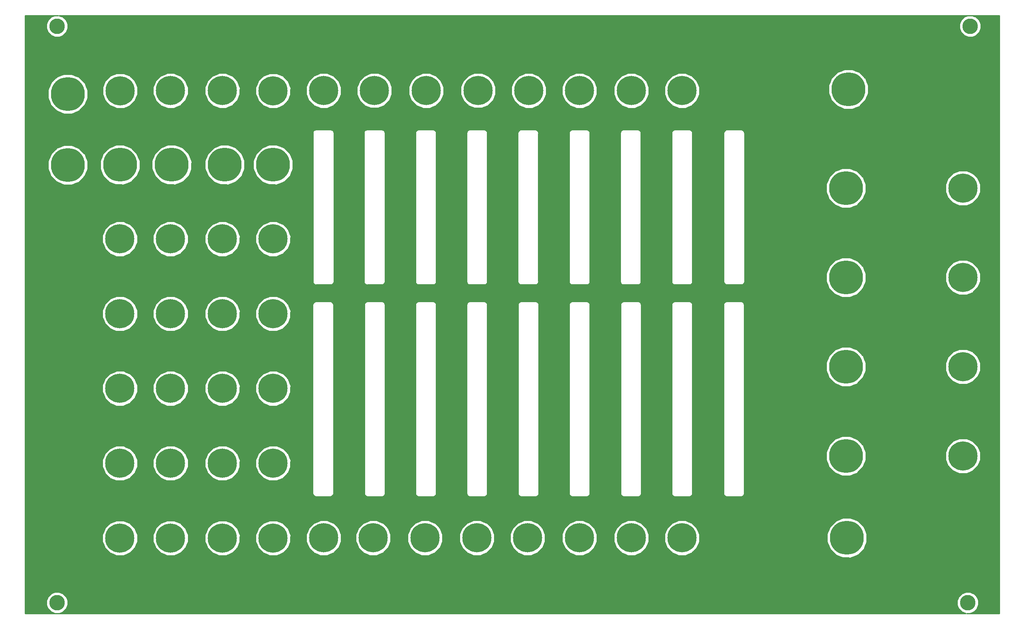
<source format=gbr>
%TF.GenerationSoftware,KiCad,Pcbnew,(5.0.1)-3*%
%TF.CreationDate,2020-01-29T23:15:48+00:00*%
%TF.ProjectId,SSv2 Panel,535376322050616E656C2E6B69636164,rev?*%
%TF.SameCoordinates,Original*%
%TF.FileFunction,Copper,L2,Bot,Signal*%
%TF.FilePolarity,Positive*%
%FSLAX46Y46*%
G04 Gerber Fmt 4.6, Leading zero omitted, Abs format (unit mm)*
G04 Created by KiCad (PCBNEW (5.0.1)-3) date 29/01/2020 23:15:48*
%MOMM*%
%LPD*%
G01*
G04 APERTURE LIST*
%ADD10C,6.200000*%
%ADD11C,7.200000*%
%ADD12C,3.300000*%
%ADD13C,0.254000*%
G04 APERTURE END LIST*
D10*
X265100000Y-115950000D03*
X265100000Y-59050000D03*
X265100000Y-96975000D03*
X265100000Y-78025000D03*
D11*
X240300000Y-59050000D03*
X240300000Y-115950000D03*
X240800000Y-38050000D03*
X240300000Y-78025000D03*
X240300000Y-96975000D03*
X240500000Y-133350000D03*
D10*
X86250000Y-69850000D03*
X97000000Y-69850000D03*
X108000000Y-69850000D03*
X118750000Y-69850000D03*
X118750000Y-85725000D03*
X108000000Y-85725000D03*
X97000000Y-85725000D03*
X86250000Y-85725000D03*
X86250000Y-101600000D03*
X97000000Y-101600000D03*
X108000000Y-101600000D03*
X118750000Y-101600000D03*
X118750000Y-117475000D03*
X108000000Y-117475000D03*
X97000000Y-117475000D03*
X86250000Y-117500000D03*
X86250000Y-133375000D03*
X97000000Y-133375000D03*
X108000000Y-133375000D03*
X118750000Y-133375000D03*
X129500000Y-133350000D03*
X140000000Y-133350000D03*
X151000000Y-133350000D03*
X162000000Y-133350000D03*
X172750000Y-133350000D03*
X183750000Y-133350000D03*
X194750000Y-133350000D03*
X205500000Y-133350000D03*
X86275000Y-38375000D03*
X97000000Y-38350000D03*
X108000000Y-38350000D03*
X118750000Y-38375000D03*
X129475000Y-38350000D03*
X140250000Y-38325000D03*
X151225000Y-38350000D03*
X162250000Y-38325000D03*
X173000000Y-38350000D03*
X183750000Y-38350000D03*
X194750000Y-38350000D03*
X205500000Y-38350000D03*
D11*
X75200000Y-39050000D03*
X75200000Y-54150000D03*
X86275000Y-54100000D03*
X97250000Y-54100000D03*
X108500000Y-54100000D03*
X118750000Y-54100000D03*
D12*
X72900000Y-24650000D03*
X266650000Y-24650000D03*
X266150000Y-147100000D03*
X72900000Y-147100000D03*
D13*
G36*
X72882565Y-22365000D02*
X72445485Y-22365000D01*
X72428756Y-22371930D01*
X72410650Y-22372206D01*
X71635379Y-22693334D01*
X71630443Y-22702601D01*
X71605651Y-22712870D01*
X70962870Y-23355651D01*
X70952601Y-23380443D01*
X70943334Y-23385379D01*
X70782272Y-23791653D01*
X70615000Y-24195485D01*
X70615000Y-24213594D01*
X70608327Y-24230426D01*
X70615000Y-24667435D01*
X70615000Y-25104515D01*
X70621930Y-25121244D01*
X70622206Y-25139350D01*
X70943334Y-25914621D01*
X70952601Y-25919557D01*
X70962870Y-25944349D01*
X71605651Y-26587130D01*
X71630443Y-26597399D01*
X71635379Y-26606666D01*
X72041653Y-26767728D01*
X72445485Y-26935000D01*
X72463594Y-26935000D01*
X72480426Y-26941673D01*
X72917435Y-26935000D01*
X73354515Y-26935000D01*
X73371244Y-26928070D01*
X73389350Y-26927794D01*
X74164621Y-26606666D01*
X74169557Y-26597399D01*
X74194349Y-26587130D01*
X74837130Y-25944349D01*
X74847399Y-25919557D01*
X74856666Y-25914621D01*
X75017728Y-25508347D01*
X75185000Y-25104515D01*
X75185000Y-25086406D01*
X75191673Y-25069574D01*
X75185000Y-24632565D01*
X75185000Y-24195485D01*
X75178070Y-24178756D01*
X75177794Y-24160650D01*
X74856666Y-23385379D01*
X74847399Y-23380443D01*
X74837130Y-23355651D01*
X74194349Y-22712870D01*
X74169557Y-22702601D01*
X74164621Y-22693334D01*
X73758347Y-22532272D01*
X73354515Y-22365000D01*
X73336406Y-22365000D01*
X73323794Y-22360000D01*
X266960011Y-22360000D01*
X266632565Y-22365000D01*
X266195485Y-22365000D01*
X266178756Y-22371930D01*
X266160650Y-22372206D01*
X265385379Y-22693334D01*
X265380443Y-22702601D01*
X265355651Y-22712870D01*
X264712870Y-23355651D01*
X264702601Y-23380443D01*
X264693334Y-23385379D01*
X264532272Y-23791653D01*
X264365000Y-24195485D01*
X264365000Y-24213594D01*
X264358327Y-24230426D01*
X264365000Y-24667435D01*
X264365000Y-25104515D01*
X264371930Y-25121244D01*
X264372206Y-25139350D01*
X264693334Y-25914621D01*
X264702601Y-25919557D01*
X264712870Y-25944349D01*
X265355651Y-26587130D01*
X265380443Y-26597399D01*
X265385379Y-26606666D01*
X265791653Y-26767728D01*
X266195485Y-26935000D01*
X266213594Y-26935000D01*
X266230426Y-26941673D01*
X266667435Y-26935000D01*
X267104515Y-26935000D01*
X267121244Y-26928070D01*
X267139350Y-26927794D01*
X267914621Y-26606666D01*
X267919557Y-26597399D01*
X267944349Y-26587130D01*
X268587130Y-25944349D01*
X268597399Y-25919557D01*
X268606666Y-25914621D01*
X268767728Y-25508347D01*
X268935000Y-25104515D01*
X268935000Y-25086406D01*
X268941673Y-25069574D01*
X268935000Y-24632565D01*
X268935000Y-24195485D01*
X268928070Y-24178756D01*
X268927794Y-24160650D01*
X268606666Y-23385379D01*
X268597399Y-23380443D01*
X268587130Y-23355651D01*
X267944349Y-22712870D01*
X267919557Y-22702601D01*
X267914621Y-22693334D01*
X267508347Y-22532272D01*
X267104515Y-22365000D01*
X267086406Y-22365000D01*
X267073794Y-22360000D01*
X272773000Y-22360000D01*
X272773000Y-149390000D01*
X265839989Y-149390000D01*
X266167435Y-149385000D01*
X266604515Y-149385000D01*
X266621244Y-149378070D01*
X266639350Y-149377794D01*
X267414621Y-149056666D01*
X267419557Y-149047399D01*
X267444349Y-149037130D01*
X268087130Y-148394349D01*
X268097399Y-148369557D01*
X268106666Y-148364621D01*
X268267728Y-147958347D01*
X268435000Y-147554515D01*
X268435000Y-147536406D01*
X268441673Y-147519574D01*
X268435000Y-147082565D01*
X268435000Y-146645485D01*
X268428070Y-146628756D01*
X268427794Y-146610650D01*
X268106666Y-145835379D01*
X268097399Y-145830443D01*
X268087130Y-145805651D01*
X267444349Y-145162870D01*
X267419557Y-145152601D01*
X267414621Y-145143334D01*
X267008347Y-144982272D01*
X266604515Y-144815000D01*
X266586406Y-144815000D01*
X266569574Y-144808327D01*
X266132565Y-144815000D01*
X265695485Y-144815000D01*
X265678756Y-144821930D01*
X265660650Y-144822206D01*
X264885379Y-145143334D01*
X264880443Y-145152601D01*
X264855651Y-145162870D01*
X264212870Y-145805651D01*
X264202601Y-145830443D01*
X264193334Y-145835379D01*
X264032272Y-146241653D01*
X263865000Y-146645485D01*
X263865000Y-146663594D01*
X263858327Y-146680426D01*
X263865000Y-147117435D01*
X263865000Y-147554515D01*
X263871930Y-147571244D01*
X263872206Y-147589350D01*
X264193334Y-148364621D01*
X264202601Y-148369557D01*
X264212870Y-148394349D01*
X264855651Y-149037130D01*
X264880443Y-149047399D01*
X264885379Y-149056666D01*
X265291653Y-149217728D01*
X265695485Y-149385000D01*
X265713594Y-149385000D01*
X265726206Y-149390000D01*
X72589989Y-149390000D01*
X72917435Y-149385000D01*
X73354515Y-149385000D01*
X73371244Y-149378070D01*
X73389350Y-149377794D01*
X74164621Y-149056666D01*
X74169557Y-149047399D01*
X74194349Y-149037130D01*
X74837130Y-148394349D01*
X74847399Y-148369557D01*
X74856666Y-148364621D01*
X75017728Y-147958347D01*
X75185000Y-147554515D01*
X75185000Y-147536406D01*
X75191673Y-147519574D01*
X75185000Y-147082565D01*
X75185000Y-146645485D01*
X75178070Y-146628756D01*
X75177794Y-146610650D01*
X74856666Y-145835379D01*
X74847399Y-145830443D01*
X74837130Y-145805651D01*
X74194349Y-145162870D01*
X74169557Y-145152601D01*
X74164621Y-145143334D01*
X73758347Y-144982272D01*
X73354515Y-144815000D01*
X73336406Y-144815000D01*
X73319574Y-144808327D01*
X72882565Y-144815000D01*
X72445485Y-144815000D01*
X72428756Y-144821930D01*
X72410650Y-144822206D01*
X71635379Y-145143334D01*
X71630443Y-145152601D01*
X71605651Y-145162870D01*
X70962870Y-145805651D01*
X70952601Y-145830443D01*
X70943334Y-145835379D01*
X70782272Y-146241653D01*
X70615000Y-146645485D01*
X70615000Y-146663594D01*
X70608327Y-146680426D01*
X70615000Y-147117435D01*
X70615000Y-147554515D01*
X70621930Y-147571244D01*
X70622206Y-147589350D01*
X70943334Y-148364621D01*
X70952601Y-148369557D01*
X70962870Y-148394349D01*
X71605651Y-149037130D01*
X71630443Y-149047399D01*
X71635379Y-149056666D01*
X72041653Y-149217728D01*
X72445485Y-149385000D01*
X72463594Y-149385000D01*
X72476206Y-149390000D01*
X66110000Y-149390000D01*
X66110000Y-134095835D01*
X82510671Y-134095835D01*
X82515000Y-134106463D01*
X82515000Y-134117938D01*
X82795061Y-134794065D01*
X83071162Y-135471944D01*
X83083490Y-135490394D01*
X83083620Y-135490708D01*
X83083860Y-135490948D01*
X83096188Y-135509398D01*
X83118982Y-135526070D01*
X84098930Y-136506018D01*
X84115602Y-136528812D01*
X84126178Y-136533266D01*
X84134292Y-136541380D01*
X84810425Y-136821444D01*
X85484985Y-137105541D01*
X85496461Y-137105609D01*
X85507062Y-137110000D01*
X86238900Y-137110000D01*
X86970835Y-137114329D01*
X86981463Y-137110000D01*
X86992938Y-137110000D01*
X87669065Y-136829939D01*
X88346944Y-136553838D01*
X88365394Y-136541510D01*
X88365708Y-136541380D01*
X88365948Y-136541140D01*
X88384398Y-136528812D01*
X88401070Y-136506018D01*
X89381018Y-135526070D01*
X89403812Y-135509398D01*
X89408266Y-135498822D01*
X89416380Y-135490708D01*
X89696444Y-134814575D01*
X89980541Y-134140015D01*
X89980609Y-134128539D01*
X89985000Y-134117938D01*
X89985000Y-134095835D01*
X93260671Y-134095835D01*
X93265000Y-134106463D01*
X93265000Y-134117938D01*
X93545061Y-134794065D01*
X93821162Y-135471944D01*
X93833490Y-135490394D01*
X93833620Y-135490708D01*
X93833860Y-135490948D01*
X93846188Y-135509398D01*
X93868982Y-135526070D01*
X94848930Y-136506018D01*
X94865602Y-136528812D01*
X94876178Y-136533266D01*
X94884292Y-136541380D01*
X95560425Y-136821444D01*
X96234985Y-137105541D01*
X96246461Y-137105609D01*
X96257062Y-137110000D01*
X96988900Y-137110000D01*
X97720835Y-137114329D01*
X97731463Y-137110000D01*
X97742938Y-137110000D01*
X98419065Y-136829939D01*
X99096944Y-136553838D01*
X99115394Y-136541510D01*
X99115708Y-136541380D01*
X99115948Y-136541140D01*
X99134398Y-136528812D01*
X99151070Y-136506018D01*
X100131018Y-135526070D01*
X100153812Y-135509398D01*
X100158266Y-135498822D01*
X100166380Y-135490708D01*
X100446444Y-134814575D01*
X100730541Y-134140015D01*
X100730609Y-134128539D01*
X100735000Y-134117938D01*
X100735000Y-134095835D01*
X104260671Y-134095835D01*
X104265000Y-134106463D01*
X104265000Y-134117938D01*
X104545061Y-134794065D01*
X104821162Y-135471944D01*
X104833490Y-135490394D01*
X104833620Y-135490708D01*
X104833860Y-135490948D01*
X104846188Y-135509398D01*
X104868982Y-135526070D01*
X105848930Y-136506018D01*
X105865602Y-136528812D01*
X105876178Y-136533266D01*
X105884292Y-136541380D01*
X106560425Y-136821444D01*
X107234985Y-137105541D01*
X107246461Y-137105609D01*
X107257062Y-137110000D01*
X107988900Y-137110000D01*
X108720835Y-137114329D01*
X108731463Y-137110000D01*
X108742938Y-137110000D01*
X109419065Y-136829939D01*
X110096944Y-136553838D01*
X110115394Y-136541510D01*
X110115708Y-136541380D01*
X110115948Y-136541140D01*
X110134398Y-136528812D01*
X110151070Y-136506018D01*
X111131018Y-135526070D01*
X111153812Y-135509398D01*
X111158266Y-135498822D01*
X111166380Y-135490708D01*
X111446444Y-134814575D01*
X111730541Y-134140015D01*
X111730609Y-134128539D01*
X111735000Y-134117938D01*
X111735000Y-134095835D01*
X115010671Y-134095835D01*
X115015000Y-134106463D01*
X115015000Y-134117938D01*
X115295061Y-134794065D01*
X115571162Y-135471944D01*
X115583490Y-135490394D01*
X115583620Y-135490708D01*
X115583860Y-135490948D01*
X115596188Y-135509398D01*
X115618982Y-135526070D01*
X116598930Y-136506018D01*
X116615602Y-136528812D01*
X116626178Y-136533266D01*
X116634292Y-136541380D01*
X117310425Y-136821444D01*
X117984985Y-137105541D01*
X117996461Y-137105609D01*
X118007062Y-137110000D01*
X118738900Y-137110000D01*
X119470835Y-137114329D01*
X119481463Y-137110000D01*
X119492938Y-137110000D01*
X120169065Y-136829939D01*
X120846944Y-136553838D01*
X120865394Y-136541510D01*
X120865708Y-136541380D01*
X120865948Y-136541140D01*
X120884398Y-136528812D01*
X120901070Y-136506018D01*
X121881018Y-135526070D01*
X121903812Y-135509398D01*
X121908266Y-135498822D01*
X121916380Y-135490708D01*
X122196444Y-134814575D01*
X122480541Y-134140015D01*
X122480609Y-134128539D01*
X122485000Y-134117938D01*
X122485000Y-134070835D01*
X125760671Y-134070835D01*
X125765000Y-134081463D01*
X125765000Y-134092938D01*
X126045061Y-134769065D01*
X126321162Y-135446944D01*
X126333490Y-135465394D01*
X126333620Y-135465708D01*
X126333860Y-135465948D01*
X126346188Y-135484398D01*
X126368982Y-135501070D01*
X127348930Y-136481018D01*
X127365602Y-136503812D01*
X127376178Y-136508266D01*
X127384292Y-136516380D01*
X128060425Y-136796444D01*
X128734985Y-137080541D01*
X128746461Y-137080609D01*
X128757062Y-137085000D01*
X129488900Y-137085000D01*
X130220835Y-137089329D01*
X130231463Y-137085000D01*
X130242938Y-137085000D01*
X130919065Y-136804939D01*
X131596944Y-136528838D01*
X131615394Y-136516510D01*
X131615708Y-136516380D01*
X131615948Y-136516140D01*
X131634398Y-136503812D01*
X131651070Y-136481018D01*
X132631018Y-135501070D01*
X132653812Y-135484398D01*
X132658266Y-135473822D01*
X132666380Y-135465708D01*
X132946444Y-134789575D01*
X133230541Y-134115015D01*
X133230609Y-134103539D01*
X133235000Y-134092938D01*
X133235000Y-134070835D01*
X136260671Y-134070835D01*
X136265000Y-134081463D01*
X136265000Y-134092938D01*
X136545061Y-134769065D01*
X136821162Y-135446944D01*
X136833490Y-135465394D01*
X136833620Y-135465708D01*
X136833860Y-135465948D01*
X136846188Y-135484398D01*
X136868982Y-135501070D01*
X137848930Y-136481018D01*
X137865602Y-136503812D01*
X137876178Y-136508266D01*
X137884292Y-136516380D01*
X138560425Y-136796444D01*
X139234985Y-137080541D01*
X139246461Y-137080609D01*
X139257062Y-137085000D01*
X139988900Y-137085000D01*
X140720835Y-137089329D01*
X140731463Y-137085000D01*
X140742938Y-137085000D01*
X141419065Y-136804939D01*
X142096944Y-136528838D01*
X142115394Y-136516510D01*
X142115708Y-136516380D01*
X142115948Y-136516140D01*
X142134398Y-136503812D01*
X142151070Y-136481018D01*
X143131018Y-135501070D01*
X143153812Y-135484398D01*
X143158266Y-135473822D01*
X143166380Y-135465708D01*
X143446444Y-134789575D01*
X143730541Y-134115015D01*
X143730609Y-134103539D01*
X143735000Y-134092938D01*
X143735000Y-134070835D01*
X147260671Y-134070835D01*
X147265000Y-134081463D01*
X147265000Y-134092938D01*
X147545061Y-134769065D01*
X147821162Y-135446944D01*
X147833490Y-135465394D01*
X147833620Y-135465708D01*
X147833860Y-135465948D01*
X147846188Y-135484398D01*
X147868982Y-135501070D01*
X148848930Y-136481018D01*
X148865602Y-136503812D01*
X148876178Y-136508266D01*
X148884292Y-136516380D01*
X149560425Y-136796444D01*
X150234985Y-137080541D01*
X150246461Y-137080609D01*
X150257062Y-137085000D01*
X150988900Y-137085000D01*
X151720835Y-137089329D01*
X151731463Y-137085000D01*
X151742938Y-137085000D01*
X152419065Y-136804939D01*
X153096944Y-136528838D01*
X153115394Y-136516510D01*
X153115708Y-136516380D01*
X153115948Y-136516140D01*
X153134398Y-136503812D01*
X153151070Y-136481018D01*
X154131018Y-135501070D01*
X154153812Y-135484398D01*
X154158266Y-135473822D01*
X154166380Y-135465708D01*
X154446444Y-134789575D01*
X154730541Y-134115015D01*
X154730609Y-134103539D01*
X154735000Y-134092938D01*
X154735000Y-134070835D01*
X158260671Y-134070835D01*
X158265000Y-134081463D01*
X158265000Y-134092938D01*
X158545061Y-134769065D01*
X158821162Y-135446944D01*
X158833490Y-135465394D01*
X158833620Y-135465708D01*
X158833860Y-135465948D01*
X158846188Y-135484398D01*
X158868982Y-135501070D01*
X159848930Y-136481018D01*
X159865602Y-136503812D01*
X159876178Y-136508266D01*
X159884292Y-136516380D01*
X160560425Y-136796444D01*
X161234985Y-137080541D01*
X161246461Y-137080609D01*
X161257062Y-137085000D01*
X161988900Y-137085000D01*
X162720835Y-137089329D01*
X162731463Y-137085000D01*
X162742938Y-137085000D01*
X163419065Y-136804939D01*
X164096944Y-136528838D01*
X164115394Y-136516510D01*
X164115708Y-136516380D01*
X164115948Y-136516140D01*
X164134398Y-136503812D01*
X164151070Y-136481018D01*
X165131018Y-135501070D01*
X165153812Y-135484398D01*
X165158266Y-135473822D01*
X165166380Y-135465708D01*
X165446444Y-134789575D01*
X165730541Y-134115015D01*
X165730609Y-134103539D01*
X165735000Y-134092938D01*
X165735000Y-134070835D01*
X169010671Y-134070835D01*
X169015000Y-134081463D01*
X169015000Y-134092938D01*
X169295061Y-134769065D01*
X169571162Y-135446944D01*
X169583490Y-135465394D01*
X169583620Y-135465708D01*
X169583860Y-135465948D01*
X169596188Y-135484398D01*
X169618982Y-135501070D01*
X170598930Y-136481018D01*
X170615602Y-136503812D01*
X170626178Y-136508266D01*
X170634292Y-136516380D01*
X171310425Y-136796444D01*
X171984985Y-137080541D01*
X171996461Y-137080609D01*
X172007062Y-137085000D01*
X172738900Y-137085000D01*
X173470835Y-137089329D01*
X173481463Y-137085000D01*
X173492938Y-137085000D01*
X174169065Y-136804939D01*
X174846944Y-136528838D01*
X174865394Y-136516510D01*
X174865708Y-136516380D01*
X174865948Y-136516140D01*
X174884398Y-136503812D01*
X174901070Y-136481018D01*
X175881018Y-135501070D01*
X175903812Y-135484398D01*
X175908266Y-135473822D01*
X175916380Y-135465708D01*
X176196444Y-134789575D01*
X176480541Y-134115015D01*
X176480609Y-134103539D01*
X176485000Y-134092938D01*
X176485000Y-134070835D01*
X180010671Y-134070835D01*
X180015000Y-134081463D01*
X180015000Y-134092938D01*
X180295061Y-134769065D01*
X180571162Y-135446944D01*
X180583490Y-135465394D01*
X180583620Y-135465708D01*
X180583860Y-135465948D01*
X180596188Y-135484398D01*
X180618982Y-135501070D01*
X181598930Y-136481018D01*
X181615602Y-136503812D01*
X181626178Y-136508266D01*
X181634292Y-136516380D01*
X182310425Y-136796444D01*
X182984985Y-137080541D01*
X182996461Y-137080609D01*
X183007062Y-137085000D01*
X183738900Y-137085000D01*
X184470835Y-137089329D01*
X184481463Y-137085000D01*
X184492938Y-137085000D01*
X185169065Y-136804939D01*
X185846944Y-136528838D01*
X185865394Y-136516510D01*
X185865708Y-136516380D01*
X185865948Y-136516140D01*
X185884398Y-136503812D01*
X185901070Y-136481018D01*
X186881018Y-135501070D01*
X186903812Y-135484398D01*
X186908266Y-135473822D01*
X186916380Y-135465708D01*
X187196444Y-134789575D01*
X187480541Y-134115015D01*
X187480609Y-134103539D01*
X187485000Y-134092938D01*
X187485000Y-134070835D01*
X191010671Y-134070835D01*
X191015000Y-134081463D01*
X191015000Y-134092938D01*
X191295061Y-134769065D01*
X191571162Y-135446944D01*
X191583490Y-135465394D01*
X191583620Y-135465708D01*
X191583860Y-135465948D01*
X191596188Y-135484398D01*
X191618982Y-135501070D01*
X192598930Y-136481018D01*
X192615602Y-136503812D01*
X192626178Y-136508266D01*
X192634292Y-136516380D01*
X193310425Y-136796444D01*
X193984985Y-137080541D01*
X193996461Y-137080609D01*
X194007062Y-137085000D01*
X194738900Y-137085000D01*
X195470835Y-137089329D01*
X195481463Y-137085000D01*
X195492938Y-137085000D01*
X196169065Y-136804939D01*
X196846944Y-136528838D01*
X196865394Y-136516510D01*
X196865708Y-136516380D01*
X196865948Y-136516140D01*
X196884398Y-136503812D01*
X196901070Y-136481018D01*
X197881018Y-135501070D01*
X197903812Y-135484398D01*
X197908266Y-135473822D01*
X197916380Y-135465708D01*
X198196444Y-134789575D01*
X198480541Y-134115015D01*
X198480609Y-134103539D01*
X198485000Y-134092938D01*
X198485000Y-134070835D01*
X201760671Y-134070835D01*
X201765000Y-134081463D01*
X201765000Y-134092938D01*
X202045061Y-134769065D01*
X202321162Y-135446944D01*
X202333490Y-135465394D01*
X202333620Y-135465708D01*
X202333860Y-135465948D01*
X202346188Y-135484398D01*
X202368982Y-135501070D01*
X203348930Y-136481018D01*
X203365602Y-136503812D01*
X203376178Y-136508266D01*
X203384292Y-136516380D01*
X204060425Y-136796444D01*
X204734985Y-137080541D01*
X204746461Y-137080609D01*
X204757062Y-137085000D01*
X205488900Y-137085000D01*
X206220835Y-137089329D01*
X206231463Y-137085000D01*
X206242938Y-137085000D01*
X206919065Y-136804939D01*
X207596944Y-136528838D01*
X207615394Y-136516510D01*
X207615708Y-136516380D01*
X207615948Y-136516140D01*
X207634398Y-136503812D01*
X207651070Y-136481018D01*
X208631018Y-135501070D01*
X208653812Y-135484398D01*
X208658266Y-135473822D01*
X208666380Y-135465708D01*
X208946444Y-134789575D01*
X209215544Y-134150623D01*
X236256905Y-134150623D01*
X236265000Y-134170724D01*
X236265000Y-134192394D01*
X236579405Y-134951436D01*
X236886277Y-135713441D01*
X236909327Y-135747938D01*
X236909740Y-135748935D01*
X236910503Y-135749698D01*
X236933553Y-135784195D01*
X236984204Y-135823399D01*
X238026601Y-136865796D01*
X238065805Y-136916447D01*
X238085741Y-136924936D01*
X238101065Y-136940260D01*
X238860129Y-137254674D01*
X239615917Y-137576493D01*
X239637584Y-137576707D01*
X239657606Y-137585000D01*
X240479174Y-137585000D01*
X241300623Y-137593095D01*
X241320724Y-137585000D01*
X241342394Y-137585000D01*
X242101436Y-137270595D01*
X242863441Y-136963723D01*
X242897938Y-136940673D01*
X242898935Y-136940260D01*
X242899698Y-136939497D01*
X242934195Y-136916447D01*
X242973399Y-136865796D01*
X244015796Y-135823399D01*
X244066447Y-135784195D01*
X244074936Y-135764259D01*
X244090260Y-135748935D01*
X244404674Y-134989871D01*
X244726493Y-134234083D01*
X244726707Y-134212416D01*
X244735000Y-134192394D01*
X244735000Y-133370826D01*
X244743095Y-132549377D01*
X244735000Y-132529276D01*
X244735000Y-132507606D01*
X244420595Y-131748564D01*
X244113723Y-130986559D01*
X244090673Y-130952062D01*
X244090260Y-130951065D01*
X244089497Y-130950302D01*
X244066447Y-130915805D01*
X244015796Y-130876601D01*
X242973399Y-129834204D01*
X242934195Y-129783553D01*
X242914259Y-129775064D01*
X242898935Y-129759740D01*
X242139871Y-129445326D01*
X241384083Y-129123507D01*
X241362416Y-129123293D01*
X241342394Y-129115000D01*
X240520826Y-129115000D01*
X239699377Y-129106905D01*
X239679276Y-129115000D01*
X239657606Y-129115000D01*
X238898564Y-129429405D01*
X238136559Y-129736277D01*
X238102062Y-129759327D01*
X238101065Y-129759740D01*
X238100302Y-129760503D01*
X238065805Y-129783553D01*
X238026601Y-129834204D01*
X236984204Y-130876601D01*
X236933553Y-130915805D01*
X236925064Y-130935741D01*
X236909740Y-130951065D01*
X236595326Y-131710129D01*
X236273507Y-132465917D01*
X236273293Y-132487584D01*
X236265000Y-132507606D01*
X236265000Y-133329174D01*
X236256905Y-134150623D01*
X209215544Y-134150623D01*
X209230541Y-134115015D01*
X209230609Y-134103539D01*
X209235000Y-134092938D01*
X209235000Y-133361100D01*
X209239329Y-132629165D01*
X209235000Y-132618537D01*
X209235000Y-132607062D01*
X208954939Y-131930935D01*
X208678838Y-131253056D01*
X208666510Y-131234606D01*
X208666380Y-131234292D01*
X208666140Y-131234052D01*
X208653812Y-131215602D01*
X208631018Y-131198930D01*
X207651070Y-130218982D01*
X207634398Y-130196188D01*
X207623822Y-130191734D01*
X207615708Y-130183620D01*
X206939575Y-129903556D01*
X206265015Y-129619459D01*
X206253539Y-129619391D01*
X206242938Y-129615000D01*
X205511100Y-129615000D01*
X204779165Y-129610671D01*
X204768537Y-129615000D01*
X204757062Y-129615000D01*
X204080935Y-129895061D01*
X203403056Y-130171162D01*
X203384606Y-130183490D01*
X203384292Y-130183620D01*
X203384052Y-130183860D01*
X203365602Y-130196188D01*
X203348930Y-130218982D01*
X202368982Y-131198930D01*
X202346188Y-131215602D01*
X202341734Y-131226178D01*
X202333620Y-131234292D01*
X202053556Y-131910425D01*
X201769459Y-132584985D01*
X201769391Y-132596461D01*
X201765000Y-132607062D01*
X201765000Y-133338900D01*
X201760671Y-134070835D01*
X198485000Y-134070835D01*
X198485000Y-133361100D01*
X198489329Y-132629165D01*
X198485000Y-132618537D01*
X198485000Y-132607062D01*
X198204939Y-131930935D01*
X197928838Y-131253056D01*
X197916510Y-131234606D01*
X197916380Y-131234292D01*
X197916140Y-131234052D01*
X197903812Y-131215602D01*
X197881018Y-131198930D01*
X196901070Y-130218982D01*
X196884398Y-130196188D01*
X196873822Y-130191734D01*
X196865708Y-130183620D01*
X196189575Y-129903556D01*
X195515015Y-129619459D01*
X195503539Y-129619391D01*
X195492938Y-129615000D01*
X194761100Y-129615000D01*
X194029165Y-129610671D01*
X194018537Y-129615000D01*
X194007062Y-129615000D01*
X193330935Y-129895061D01*
X192653056Y-130171162D01*
X192634606Y-130183490D01*
X192634292Y-130183620D01*
X192634052Y-130183860D01*
X192615602Y-130196188D01*
X192598930Y-130218982D01*
X191618982Y-131198930D01*
X191596188Y-131215602D01*
X191591734Y-131226178D01*
X191583620Y-131234292D01*
X191303556Y-131910425D01*
X191019459Y-132584985D01*
X191019391Y-132596461D01*
X191015000Y-132607062D01*
X191015000Y-133338900D01*
X191010671Y-134070835D01*
X187485000Y-134070835D01*
X187485000Y-133361100D01*
X187489329Y-132629165D01*
X187485000Y-132618537D01*
X187485000Y-132607062D01*
X187204939Y-131930935D01*
X186928838Y-131253056D01*
X186916510Y-131234606D01*
X186916380Y-131234292D01*
X186916140Y-131234052D01*
X186903812Y-131215602D01*
X186881018Y-131198930D01*
X185901070Y-130218982D01*
X185884398Y-130196188D01*
X185873822Y-130191734D01*
X185865708Y-130183620D01*
X185189575Y-129903556D01*
X184515015Y-129619459D01*
X184503539Y-129619391D01*
X184492938Y-129615000D01*
X183761100Y-129615000D01*
X183029165Y-129610671D01*
X183018537Y-129615000D01*
X183007062Y-129615000D01*
X182330935Y-129895061D01*
X181653056Y-130171162D01*
X181634606Y-130183490D01*
X181634292Y-130183620D01*
X181634052Y-130183860D01*
X181615602Y-130196188D01*
X181598930Y-130218982D01*
X180618982Y-131198930D01*
X180596188Y-131215602D01*
X180591734Y-131226178D01*
X180583620Y-131234292D01*
X180303556Y-131910425D01*
X180019459Y-132584985D01*
X180019391Y-132596461D01*
X180015000Y-132607062D01*
X180015000Y-133338900D01*
X180010671Y-134070835D01*
X176485000Y-134070835D01*
X176485000Y-133361100D01*
X176489329Y-132629165D01*
X176485000Y-132618537D01*
X176485000Y-132607062D01*
X176204939Y-131930935D01*
X175928838Y-131253056D01*
X175916510Y-131234606D01*
X175916380Y-131234292D01*
X175916140Y-131234052D01*
X175903812Y-131215602D01*
X175881018Y-131198930D01*
X174901070Y-130218982D01*
X174884398Y-130196188D01*
X174873822Y-130191734D01*
X174865708Y-130183620D01*
X174189575Y-129903556D01*
X173515015Y-129619459D01*
X173503539Y-129619391D01*
X173492938Y-129615000D01*
X172761100Y-129615000D01*
X172029165Y-129610671D01*
X172018537Y-129615000D01*
X172007062Y-129615000D01*
X171330935Y-129895061D01*
X170653056Y-130171162D01*
X170634606Y-130183490D01*
X170634292Y-130183620D01*
X170634052Y-130183860D01*
X170615602Y-130196188D01*
X170598930Y-130218982D01*
X169618982Y-131198930D01*
X169596188Y-131215602D01*
X169591734Y-131226178D01*
X169583620Y-131234292D01*
X169303556Y-131910425D01*
X169019459Y-132584985D01*
X169019391Y-132596461D01*
X169015000Y-132607062D01*
X169015000Y-133338900D01*
X169010671Y-134070835D01*
X165735000Y-134070835D01*
X165735000Y-133361100D01*
X165739329Y-132629165D01*
X165735000Y-132618537D01*
X165735000Y-132607062D01*
X165454939Y-131930935D01*
X165178838Y-131253056D01*
X165166510Y-131234606D01*
X165166380Y-131234292D01*
X165166140Y-131234052D01*
X165153812Y-131215602D01*
X165131018Y-131198930D01*
X164151070Y-130218982D01*
X164134398Y-130196188D01*
X164123822Y-130191734D01*
X164115708Y-130183620D01*
X163439575Y-129903556D01*
X162765015Y-129619459D01*
X162753539Y-129619391D01*
X162742938Y-129615000D01*
X162011100Y-129615000D01*
X161279165Y-129610671D01*
X161268537Y-129615000D01*
X161257062Y-129615000D01*
X160580935Y-129895061D01*
X159903056Y-130171162D01*
X159884606Y-130183490D01*
X159884292Y-130183620D01*
X159884052Y-130183860D01*
X159865602Y-130196188D01*
X159848930Y-130218982D01*
X158868982Y-131198930D01*
X158846188Y-131215602D01*
X158841734Y-131226178D01*
X158833620Y-131234292D01*
X158553556Y-131910425D01*
X158269459Y-132584985D01*
X158269391Y-132596461D01*
X158265000Y-132607062D01*
X158265000Y-133338900D01*
X158260671Y-134070835D01*
X154735000Y-134070835D01*
X154735000Y-133361100D01*
X154739329Y-132629165D01*
X154735000Y-132618537D01*
X154735000Y-132607062D01*
X154454939Y-131930935D01*
X154178838Y-131253056D01*
X154166510Y-131234606D01*
X154166380Y-131234292D01*
X154166140Y-131234052D01*
X154153812Y-131215602D01*
X154131018Y-131198930D01*
X153151070Y-130218982D01*
X153134398Y-130196188D01*
X153123822Y-130191734D01*
X153115708Y-130183620D01*
X152439575Y-129903556D01*
X151765015Y-129619459D01*
X151753539Y-129619391D01*
X151742938Y-129615000D01*
X151011100Y-129615000D01*
X150279165Y-129610671D01*
X150268537Y-129615000D01*
X150257062Y-129615000D01*
X149580935Y-129895061D01*
X148903056Y-130171162D01*
X148884606Y-130183490D01*
X148884292Y-130183620D01*
X148884052Y-130183860D01*
X148865602Y-130196188D01*
X148848930Y-130218982D01*
X147868982Y-131198930D01*
X147846188Y-131215602D01*
X147841734Y-131226178D01*
X147833620Y-131234292D01*
X147553556Y-131910425D01*
X147269459Y-132584985D01*
X147269391Y-132596461D01*
X147265000Y-132607062D01*
X147265000Y-133338900D01*
X147260671Y-134070835D01*
X143735000Y-134070835D01*
X143735000Y-133361100D01*
X143739329Y-132629165D01*
X143735000Y-132618537D01*
X143735000Y-132607062D01*
X143454939Y-131930935D01*
X143178838Y-131253056D01*
X143166510Y-131234606D01*
X143166380Y-131234292D01*
X143166140Y-131234052D01*
X143153812Y-131215602D01*
X143131018Y-131198930D01*
X142151070Y-130218982D01*
X142134398Y-130196188D01*
X142123822Y-130191734D01*
X142115708Y-130183620D01*
X141439575Y-129903556D01*
X140765015Y-129619459D01*
X140753539Y-129619391D01*
X140742938Y-129615000D01*
X140011100Y-129615000D01*
X139279165Y-129610671D01*
X139268537Y-129615000D01*
X139257062Y-129615000D01*
X138580935Y-129895061D01*
X137903056Y-130171162D01*
X137884606Y-130183490D01*
X137884292Y-130183620D01*
X137884052Y-130183860D01*
X137865602Y-130196188D01*
X137848930Y-130218982D01*
X136868982Y-131198930D01*
X136846188Y-131215602D01*
X136841734Y-131226178D01*
X136833620Y-131234292D01*
X136553556Y-131910425D01*
X136269459Y-132584985D01*
X136269391Y-132596461D01*
X136265000Y-132607062D01*
X136265000Y-133338900D01*
X136260671Y-134070835D01*
X133235000Y-134070835D01*
X133235000Y-133361100D01*
X133239329Y-132629165D01*
X133235000Y-132618537D01*
X133235000Y-132607062D01*
X132954939Y-131930935D01*
X132678838Y-131253056D01*
X132666510Y-131234606D01*
X132666380Y-131234292D01*
X132666140Y-131234052D01*
X132653812Y-131215602D01*
X132631018Y-131198930D01*
X131651070Y-130218982D01*
X131634398Y-130196188D01*
X131623822Y-130191734D01*
X131615708Y-130183620D01*
X130939575Y-129903556D01*
X130265015Y-129619459D01*
X130253539Y-129619391D01*
X130242938Y-129615000D01*
X129511100Y-129615000D01*
X128779165Y-129610671D01*
X128768537Y-129615000D01*
X128757062Y-129615000D01*
X128080935Y-129895061D01*
X127403056Y-130171162D01*
X127384606Y-130183490D01*
X127384292Y-130183620D01*
X127384052Y-130183860D01*
X127365602Y-130196188D01*
X127348930Y-130218982D01*
X126368982Y-131198930D01*
X126346188Y-131215602D01*
X126341734Y-131226178D01*
X126333620Y-131234292D01*
X126053556Y-131910425D01*
X125769459Y-132584985D01*
X125769391Y-132596461D01*
X125765000Y-132607062D01*
X125765000Y-133338900D01*
X125760671Y-134070835D01*
X122485000Y-134070835D01*
X122485000Y-133386100D01*
X122489329Y-132654165D01*
X122485000Y-132643537D01*
X122485000Y-132632062D01*
X122204939Y-131955935D01*
X121928838Y-131278056D01*
X121916510Y-131259606D01*
X121916380Y-131259292D01*
X121916140Y-131259052D01*
X121903812Y-131240602D01*
X121881018Y-131223930D01*
X120901070Y-130243982D01*
X120884398Y-130221188D01*
X120873822Y-130216734D01*
X120865708Y-130208620D01*
X120189575Y-129928556D01*
X119515015Y-129644459D01*
X119503539Y-129644391D01*
X119492938Y-129640000D01*
X118761100Y-129640000D01*
X118029165Y-129635671D01*
X118018537Y-129640000D01*
X118007062Y-129640000D01*
X117330935Y-129920061D01*
X116653056Y-130196162D01*
X116634606Y-130208490D01*
X116634292Y-130208620D01*
X116634052Y-130208860D01*
X116615602Y-130221188D01*
X116598930Y-130243982D01*
X115618982Y-131223930D01*
X115596188Y-131240602D01*
X115591734Y-131251178D01*
X115583620Y-131259292D01*
X115303556Y-131935425D01*
X115019459Y-132609985D01*
X115019391Y-132621461D01*
X115015000Y-132632062D01*
X115015000Y-133363900D01*
X115010671Y-134095835D01*
X111735000Y-134095835D01*
X111735000Y-133386100D01*
X111739329Y-132654165D01*
X111735000Y-132643537D01*
X111735000Y-132632062D01*
X111454939Y-131955935D01*
X111178838Y-131278056D01*
X111166510Y-131259606D01*
X111166380Y-131259292D01*
X111166140Y-131259052D01*
X111153812Y-131240602D01*
X111131018Y-131223930D01*
X110151070Y-130243982D01*
X110134398Y-130221188D01*
X110123822Y-130216734D01*
X110115708Y-130208620D01*
X109439575Y-129928556D01*
X108765015Y-129644459D01*
X108753539Y-129644391D01*
X108742938Y-129640000D01*
X108011100Y-129640000D01*
X107279165Y-129635671D01*
X107268537Y-129640000D01*
X107257062Y-129640000D01*
X106580935Y-129920061D01*
X105903056Y-130196162D01*
X105884606Y-130208490D01*
X105884292Y-130208620D01*
X105884052Y-130208860D01*
X105865602Y-130221188D01*
X105848930Y-130243982D01*
X104868982Y-131223930D01*
X104846188Y-131240602D01*
X104841734Y-131251178D01*
X104833620Y-131259292D01*
X104553556Y-131935425D01*
X104269459Y-132609985D01*
X104269391Y-132621461D01*
X104265000Y-132632062D01*
X104265000Y-133363900D01*
X104260671Y-134095835D01*
X100735000Y-134095835D01*
X100735000Y-133386100D01*
X100739329Y-132654165D01*
X100735000Y-132643537D01*
X100735000Y-132632062D01*
X100454939Y-131955935D01*
X100178838Y-131278056D01*
X100166510Y-131259606D01*
X100166380Y-131259292D01*
X100166140Y-131259052D01*
X100153812Y-131240602D01*
X100131018Y-131223930D01*
X99151070Y-130243982D01*
X99134398Y-130221188D01*
X99123822Y-130216734D01*
X99115708Y-130208620D01*
X98439575Y-129928556D01*
X97765015Y-129644459D01*
X97753539Y-129644391D01*
X97742938Y-129640000D01*
X97011100Y-129640000D01*
X96279165Y-129635671D01*
X96268537Y-129640000D01*
X96257062Y-129640000D01*
X95580935Y-129920061D01*
X94903056Y-130196162D01*
X94884606Y-130208490D01*
X94884292Y-130208620D01*
X94884052Y-130208860D01*
X94865602Y-130221188D01*
X94848930Y-130243982D01*
X93868982Y-131223930D01*
X93846188Y-131240602D01*
X93841734Y-131251178D01*
X93833620Y-131259292D01*
X93553556Y-131935425D01*
X93269459Y-132609985D01*
X93269391Y-132621461D01*
X93265000Y-132632062D01*
X93265000Y-133363900D01*
X93260671Y-134095835D01*
X89985000Y-134095835D01*
X89985000Y-133386100D01*
X89989329Y-132654165D01*
X89985000Y-132643537D01*
X89985000Y-132632062D01*
X89704939Y-131955935D01*
X89428838Y-131278056D01*
X89416510Y-131259606D01*
X89416380Y-131259292D01*
X89416140Y-131259052D01*
X89403812Y-131240602D01*
X89381018Y-131223930D01*
X88401070Y-130243982D01*
X88384398Y-130221188D01*
X88373822Y-130216734D01*
X88365708Y-130208620D01*
X87689575Y-129928556D01*
X87015015Y-129644459D01*
X87003539Y-129644391D01*
X86992938Y-129640000D01*
X86261100Y-129640000D01*
X85529165Y-129635671D01*
X85518537Y-129640000D01*
X85507062Y-129640000D01*
X84830935Y-129920061D01*
X84153056Y-130196162D01*
X84134606Y-130208490D01*
X84134292Y-130208620D01*
X84134052Y-130208860D01*
X84115602Y-130221188D01*
X84098930Y-130243982D01*
X83118982Y-131223930D01*
X83096188Y-131240602D01*
X83091734Y-131251178D01*
X83083620Y-131259292D01*
X82803556Y-131935425D01*
X82519459Y-132609985D01*
X82519391Y-132621461D01*
X82515000Y-132632062D01*
X82515000Y-133363900D01*
X82510671Y-134095835D01*
X66110000Y-134095835D01*
X66110000Y-118220835D01*
X82510671Y-118220835D01*
X82515000Y-118231463D01*
X82515000Y-118242938D01*
X82795061Y-118919065D01*
X83071162Y-119596944D01*
X83083490Y-119615394D01*
X83083620Y-119615708D01*
X83083860Y-119615948D01*
X83096188Y-119634398D01*
X83118982Y-119651070D01*
X84098930Y-120631018D01*
X84115602Y-120653812D01*
X84126178Y-120658266D01*
X84134292Y-120666380D01*
X84810425Y-120946444D01*
X85484985Y-121230541D01*
X85496461Y-121230609D01*
X85507062Y-121235000D01*
X86238900Y-121235000D01*
X86970835Y-121239329D01*
X86981463Y-121235000D01*
X86992938Y-121235000D01*
X87669065Y-120954939D01*
X88346944Y-120678838D01*
X88365394Y-120666510D01*
X88365708Y-120666380D01*
X88365948Y-120666140D01*
X88384398Y-120653812D01*
X88401070Y-120631018D01*
X89381018Y-119651070D01*
X89403812Y-119634398D01*
X89408266Y-119623822D01*
X89416380Y-119615708D01*
X89696444Y-118939575D01*
X89980541Y-118265015D01*
X89980609Y-118253539D01*
X89985000Y-118242938D01*
X89985000Y-118195835D01*
X93260671Y-118195835D01*
X93265000Y-118206463D01*
X93265000Y-118217938D01*
X93545061Y-118894065D01*
X93821162Y-119571944D01*
X93833490Y-119590394D01*
X93833620Y-119590708D01*
X93833860Y-119590948D01*
X93846188Y-119609398D01*
X93868982Y-119626070D01*
X94848930Y-120606018D01*
X94865602Y-120628812D01*
X94876178Y-120633266D01*
X94884292Y-120641380D01*
X95560425Y-120921444D01*
X96234985Y-121205541D01*
X96246461Y-121205609D01*
X96257062Y-121210000D01*
X96988900Y-121210000D01*
X97720835Y-121214329D01*
X97731463Y-121210000D01*
X97742938Y-121210000D01*
X98419065Y-120929939D01*
X99096944Y-120653838D01*
X99115394Y-120641510D01*
X99115708Y-120641380D01*
X99115948Y-120641140D01*
X99134398Y-120628812D01*
X99151070Y-120606018D01*
X100131018Y-119626070D01*
X100153812Y-119609398D01*
X100158266Y-119598822D01*
X100166380Y-119590708D01*
X100446444Y-118914575D01*
X100730541Y-118240015D01*
X100730609Y-118228539D01*
X100735000Y-118217938D01*
X100735000Y-118195835D01*
X104260671Y-118195835D01*
X104265000Y-118206463D01*
X104265000Y-118217938D01*
X104545061Y-118894065D01*
X104821162Y-119571944D01*
X104833490Y-119590394D01*
X104833620Y-119590708D01*
X104833860Y-119590948D01*
X104846188Y-119609398D01*
X104868982Y-119626070D01*
X105848930Y-120606018D01*
X105865602Y-120628812D01*
X105876178Y-120633266D01*
X105884292Y-120641380D01*
X106560425Y-120921444D01*
X107234985Y-121205541D01*
X107246461Y-121205609D01*
X107257062Y-121210000D01*
X107988900Y-121210000D01*
X108720835Y-121214329D01*
X108731463Y-121210000D01*
X108742938Y-121210000D01*
X109419065Y-120929939D01*
X110096944Y-120653838D01*
X110115394Y-120641510D01*
X110115708Y-120641380D01*
X110115948Y-120641140D01*
X110134398Y-120628812D01*
X110151070Y-120606018D01*
X111131018Y-119626070D01*
X111153812Y-119609398D01*
X111158266Y-119598822D01*
X111166380Y-119590708D01*
X111446444Y-118914575D01*
X111730541Y-118240015D01*
X111730609Y-118228539D01*
X111735000Y-118217938D01*
X111735000Y-118195835D01*
X115010671Y-118195835D01*
X115015000Y-118206463D01*
X115015000Y-118217938D01*
X115295061Y-118894065D01*
X115571162Y-119571944D01*
X115583490Y-119590394D01*
X115583620Y-119590708D01*
X115583860Y-119590948D01*
X115596188Y-119609398D01*
X115618982Y-119626070D01*
X116598930Y-120606018D01*
X116615602Y-120628812D01*
X116626178Y-120633266D01*
X116634292Y-120641380D01*
X117310425Y-120921444D01*
X117984985Y-121205541D01*
X117996461Y-121205609D01*
X118007062Y-121210000D01*
X118738900Y-121210000D01*
X119470835Y-121214329D01*
X119481463Y-121210000D01*
X119492938Y-121210000D01*
X120169065Y-120929939D01*
X120846944Y-120653838D01*
X120865394Y-120641510D01*
X120865708Y-120641380D01*
X120865948Y-120641140D01*
X120884398Y-120628812D01*
X120901070Y-120606018D01*
X121881018Y-119626070D01*
X121903812Y-119609398D01*
X121908266Y-119598822D01*
X121916380Y-119590708D01*
X122196444Y-118914575D01*
X122480541Y-118240015D01*
X122480609Y-118228539D01*
X122485000Y-118217938D01*
X122485000Y-117486100D01*
X122489329Y-116754165D01*
X122485000Y-116743537D01*
X122485000Y-116732062D01*
X122204939Y-116055935D01*
X121928838Y-115378056D01*
X121916510Y-115359606D01*
X121916380Y-115359292D01*
X121916140Y-115359052D01*
X121903812Y-115340602D01*
X121881018Y-115323930D01*
X120901070Y-114343982D01*
X120884398Y-114321188D01*
X120873822Y-114316734D01*
X120865708Y-114308620D01*
X120189575Y-114028556D01*
X119515015Y-113744459D01*
X119503539Y-113744391D01*
X119492938Y-113740000D01*
X118761100Y-113740000D01*
X118029165Y-113735671D01*
X118018537Y-113740000D01*
X118007062Y-113740000D01*
X117330935Y-114020061D01*
X116653056Y-114296162D01*
X116634606Y-114308490D01*
X116634292Y-114308620D01*
X116634052Y-114308860D01*
X116615602Y-114321188D01*
X116598930Y-114343982D01*
X115618982Y-115323930D01*
X115596188Y-115340602D01*
X115591734Y-115351178D01*
X115583620Y-115359292D01*
X115303556Y-116035425D01*
X115019459Y-116709985D01*
X115019391Y-116721461D01*
X115015000Y-116732062D01*
X115015000Y-117463900D01*
X115010671Y-118195835D01*
X111735000Y-118195835D01*
X111735000Y-117486100D01*
X111739329Y-116754165D01*
X111735000Y-116743537D01*
X111735000Y-116732062D01*
X111454939Y-116055935D01*
X111178838Y-115378056D01*
X111166510Y-115359606D01*
X111166380Y-115359292D01*
X111166140Y-115359052D01*
X111153812Y-115340602D01*
X111131018Y-115323930D01*
X110151070Y-114343982D01*
X110134398Y-114321188D01*
X110123822Y-114316734D01*
X110115708Y-114308620D01*
X109439575Y-114028556D01*
X108765015Y-113744459D01*
X108753539Y-113744391D01*
X108742938Y-113740000D01*
X108011100Y-113740000D01*
X107279165Y-113735671D01*
X107268537Y-113740000D01*
X107257062Y-113740000D01*
X106580935Y-114020061D01*
X105903056Y-114296162D01*
X105884606Y-114308490D01*
X105884292Y-114308620D01*
X105884052Y-114308860D01*
X105865602Y-114321188D01*
X105848930Y-114343982D01*
X104868982Y-115323930D01*
X104846188Y-115340602D01*
X104841734Y-115351178D01*
X104833620Y-115359292D01*
X104553556Y-116035425D01*
X104269459Y-116709985D01*
X104269391Y-116721461D01*
X104265000Y-116732062D01*
X104265000Y-117463900D01*
X104260671Y-118195835D01*
X100735000Y-118195835D01*
X100735000Y-117486100D01*
X100739329Y-116754165D01*
X100735000Y-116743537D01*
X100735000Y-116732062D01*
X100454939Y-116055935D01*
X100178838Y-115378056D01*
X100166510Y-115359606D01*
X100166380Y-115359292D01*
X100166140Y-115359052D01*
X100153812Y-115340602D01*
X100131018Y-115323930D01*
X99151070Y-114343982D01*
X99134398Y-114321188D01*
X99123822Y-114316734D01*
X99115708Y-114308620D01*
X98439575Y-114028556D01*
X97765015Y-113744459D01*
X97753539Y-113744391D01*
X97742938Y-113740000D01*
X97011100Y-113740000D01*
X96279165Y-113735671D01*
X96268537Y-113740000D01*
X96257062Y-113740000D01*
X95580935Y-114020061D01*
X94903056Y-114296162D01*
X94884606Y-114308490D01*
X94884292Y-114308620D01*
X94884052Y-114308860D01*
X94865602Y-114321188D01*
X94848930Y-114343982D01*
X93868982Y-115323930D01*
X93846188Y-115340602D01*
X93841734Y-115351178D01*
X93833620Y-115359292D01*
X93553556Y-116035425D01*
X93269459Y-116709985D01*
X93269391Y-116721461D01*
X93265000Y-116732062D01*
X93265000Y-117463900D01*
X93260671Y-118195835D01*
X89985000Y-118195835D01*
X89985000Y-117511100D01*
X89989329Y-116779165D01*
X89985000Y-116768537D01*
X89985000Y-116757062D01*
X89704939Y-116080935D01*
X89428838Y-115403056D01*
X89416510Y-115384606D01*
X89416380Y-115384292D01*
X89416140Y-115384052D01*
X89403812Y-115365602D01*
X89381018Y-115348930D01*
X88401070Y-114368982D01*
X88384398Y-114346188D01*
X88373822Y-114341734D01*
X88365708Y-114333620D01*
X87689575Y-114053556D01*
X87015015Y-113769459D01*
X87003539Y-113769391D01*
X86992938Y-113765000D01*
X86261100Y-113765000D01*
X85529165Y-113760671D01*
X85518537Y-113765000D01*
X85507062Y-113765000D01*
X84830935Y-114045061D01*
X84153056Y-114321162D01*
X84134606Y-114333490D01*
X84134292Y-114333620D01*
X84134052Y-114333860D01*
X84115602Y-114346188D01*
X84098930Y-114368982D01*
X83118982Y-115348930D01*
X83096188Y-115365602D01*
X83091734Y-115376178D01*
X83083620Y-115384292D01*
X82803556Y-116060425D01*
X82519459Y-116734985D01*
X82519391Y-116746461D01*
X82515000Y-116757062D01*
X82515000Y-117488900D01*
X82510671Y-118220835D01*
X66110000Y-118220835D01*
X66110000Y-102320835D01*
X82510671Y-102320835D01*
X82515000Y-102331463D01*
X82515000Y-102342938D01*
X82795061Y-103019065D01*
X83071162Y-103696944D01*
X83083490Y-103715394D01*
X83083620Y-103715708D01*
X83083860Y-103715948D01*
X83096188Y-103734398D01*
X83118982Y-103751070D01*
X84098930Y-104731018D01*
X84115602Y-104753812D01*
X84126178Y-104758266D01*
X84134292Y-104766380D01*
X84810425Y-105046444D01*
X85484985Y-105330541D01*
X85496461Y-105330609D01*
X85507062Y-105335000D01*
X86238900Y-105335000D01*
X86970835Y-105339329D01*
X86981463Y-105335000D01*
X86992938Y-105335000D01*
X87669065Y-105054939D01*
X88346944Y-104778838D01*
X88365394Y-104766510D01*
X88365708Y-104766380D01*
X88365948Y-104766140D01*
X88384398Y-104753812D01*
X88401070Y-104731018D01*
X89381018Y-103751070D01*
X89403812Y-103734398D01*
X89408266Y-103723822D01*
X89416380Y-103715708D01*
X89696444Y-103039575D01*
X89980541Y-102365015D01*
X89980609Y-102353539D01*
X89985000Y-102342938D01*
X89985000Y-102320835D01*
X93260671Y-102320835D01*
X93265000Y-102331463D01*
X93265000Y-102342938D01*
X93545061Y-103019065D01*
X93821162Y-103696944D01*
X93833490Y-103715394D01*
X93833620Y-103715708D01*
X93833860Y-103715948D01*
X93846188Y-103734398D01*
X93868982Y-103751070D01*
X94848930Y-104731018D01*
X94865602Y-104753812D01*
X94876178Y-104758266D01*
X94884292Y-104766380D01*
X95560425Y-105046444D01*
X96234985Y-105330541D01*
X96246461Y-105330609D01*
X96257062Y-105335000D01*
X96988900Y-105335000D01*
X97720835Y-105339329D01*
X97731463Y-105335000D01*
X97742938Y-105335000D01*
X98419065Y-105054939D01*
X99096944Y-104778838D01*
X99115394Y-104766510D01*
X99115708Y-104766380D01*
X99115948Y-104766140D01*
X99134398Y-104753812D01*
X99151070Y-104731018D01*
X100131018Y-103751070D01*
X100153812Y-103734398D01*
X100158266Y-103723822D01*
X100166380Y-103715708D01*
X100446444Y-103039575D01*
X100730541Y-102365015D01*
X100730609Y-102353539D01*
X100735000Y-102342938D01*
X100735000Y-102320835D01*
X104260671Y-102320835D01*
X104265000Y-102331463D01*
X104265000Y-102342938D01*
X104545061Y-103019065D01*
X104821162Y-103696944D01*
X104833490Y-103715394D01*
X104833620Y-103715708D01*
X104833860Y-103715948D01*
X104846188Y-103734398D01*
X104868982Y-103751070D01*
X105848930Y-104731018D01*
X105865602Y-104753812D01*
X105876178Y-104758266D01*
X105884292Y-104766380D01*
X106560425Y-105046444D01*
X107234985Y-105330541D01*
X107246461Y-105330609D01*
X107257062Y-105335000D01*
X107988900Y-105335000D01*
X108720835Y-105339329D01*
X108731463Y-105335000D01*
X108742938Y-105335000D01*
X109419065Y-105054939D01*
X110096944Y-104778838D01*
X110115394Y-104766510D01*
X110115708Y-104766380D01*
X110115948Y-104766140D01*
X110134398Y-104753812D01*
X110151070Y-104731018D01*
X111131018Y-103751070D01*
X111153812Y-103734398D01*
X111158266Y-103723822D01*
X111166380Y-103715708D01*
X111446444Y-103039575D01*
X111730541Y-102365015D01*
X111730609Y-102353539D01*
X111735000Y-102342938D01*
X111735000Y-102320835D01*
X115010671Y-102320835D01*
X115015000Y-102331463D01*
X115015000Y-102342938D01*
X115295061Y-103019065D01*
X115571162Y-103696944D01*
X115583490Y-103715394D01*
X115583620Y-103715708D01*
X115583860Y-103715948D01*
X115596188Y-103734398D01*
X115618982Y-103751070D01*
X116598930Y-104731018D01*
X116615602Y-104753812D01*
X116626178Y-104758266D01*
X116634292Y-104766380D01*
X117310425Y-105046444D01*
X117984985Y-105330541D01*
X117996461Y-105330609D01*
X118007062Y-105335000D01*
X118738900Y-105335000D01*
X119470835Y-105339329D01*
X119481463Y-105335000D01*
X119492938Y-105335000D01*
X120169065Y-105054939D01*
X120846944Y-104778838D01*
X120865394Y-104766510D01*
X120865708Y-104766380D01*
X120865948Y-104766140D01*
X120884398Y-104753812D01*
X120901070Y-104731018D01*
X121881018Y-103751070D01*
X121903812Y-103734398D01*
X121908266Y-103723822D01*
X121916380Y-103715708D01*
X122196444Y-103039575D01*
X122480541Y-102365015D01*
X122480609Y-102353539D01*
X122485000Y-102342938D01*
X122485000Y-101611100D01*
X122489329Y-100879165D01*
X122485000Y-100868537D01*
X122485000Y-100857062D01*
X122204939Y-100180935D01*
X121928838Y-99503056D01*
X121916510Y-99484606D01*
X121916380Y-99484292D01*
X121916140Y-99484052D01*
X121903812Y-99465602D01*
X121881018Y-99448930D01*
X120901070Y-98468982D01*
X120884398Y-98446188D01*
X120873822Y-98441734D01*
X120865708Y-98433620D01*
X120189575Y-98153556D01*
X119515015Y-97869459D01*
X119503539Y-97869391D01*
X119492938Y-97865000D01*
X118761100Y-97865000D01*
X118029165Y-97860671D01*
X118018537Y-97865000D01*
X118007062Y-97865000D01*
X117330935Y-98145061D01*
X116653056Y-98421162D01*
X116634606Y-98433490D01*
X116634292Y-98433620D01*
X116634052Y-98433860D01*
X116615602Y-98446188D01*
X116598930Y-98468982D01*
X115618982Y-99448930D01*
X115596188Y-99465602D01*
X115591734Y-99476178D01*
X115583620Y-99484292D01*
X115303556Y-100160425D01*
X115019459Y-100834985D01*
X115019391Y-100846461D01*
X115015000Y-100857062D01*
X115015000Y-101588900D01*
X115010671Y-102320835D01*
X111735000Y-102320835D01*
X111735000Y-101611100D01*
X111739329Y-100879165D01*
X111735000Y-100868537D01*
X111735000Y-100857062D01*
X111454939Y-100180935D01*
X111178838Y-99503056D01*
X111166510Y-99484606D01*
X111166380Y-99484292D01*
X111166140Y-99484052D01*
X111153812Y-99465602D01*
X111131018Y-99448930D01*
X110151070Y-98468982D01*
X110134398Y-98446188D01*
X110123822Y-98441734D01*
X110115708Y-98433620D01*
X109439575Y-98153556D01*
X108765015Y-97869459D01*
X108753539Y-97869391D01*
X108742938Y-97865000D01*
X108011100Y-97865000D01*
X107279165Y-97860671D01*
X107268537Y-97865000D01*
X107257062Y-97865000D01*
X106580935Y-98145061D01*
X105903056Y-98421162D01*
X105884606Y-98433490D01*
X105884292Y-98433620D01*
X105884052Y-98433860D01*
X105865602Y-98446188D01*
X105848930Y-98468982D01*
X104868982Y-99448930D01*
X104846188Y-99465602D01*
X104841734Y-99476178D01*
X104833620Y-99484292D01*
X104553556Y-100160425D01*
X104269459Y-100834985D01*
X104269391Y-100846461D01*
X104265000Y-100857062D01*
X104265000Y-101588900D01*
X104260671Y-102320835D01*
X100735000Y-102320835D01*
X100735000Y-101611100D01*
X100739329Y-100879165D01*
X100735000Y-100868537D01*
X100735000Y-100857062D01*
X100454939Y-100180935D01*
X100178838Y-99503056D01*
X100166510Y-99484606D01*
X100166380Y-99484292D01*
X100166140Y-99484052D01*
X100153812Y-99465602D01*
X100131018Y-99448930D01*
X99151070Y-98468982D01*
X99134398Y-98446188D01*
X99123822Y-98441734D01*
X99115708Y-98433620D01*
X98439575Y-98153556D01*
X97765015Y-97869459D01*
X97753539Y-97869391D01*
X97742938Y-97865000D01*
X97011100Y-97865000D01*
X96279165Y-97860671D01*
X96268537Y-97865000D01*
X96257062Y-97865000D01*
X95580935Y-98145061D01*
X94903056Y-98421162D01*
X94884606Y-98433490D01*
X94884292Y-98433620D01*
X94884052Y-98433860D01*
X94865602Y-98446188D01*
X94848930Y-98468982D01*
X93868982Y-99448930D01*
X93846188Y-99465602D01*
X93841734Y-99476178D01*
X93833620Y-99484292D01*
X93553556Y-100160425D01*
X93269459Y-100834985D01*
X93269391Y-100846461D01*
X93265000Y-100857062D01*
X93265000Y-101588900D01*
X93260671Y-102320835D01*
X89985000Y-102320835D01*
X89985000Y-101611100D01*
X89989329Y-100879165D01*
X89985000Y-100868537D01*
X89985000Y-100857062D01*
X89704939Y-100180935D01*
X89428838Y-99503056D01*
X89416510Y-99484606D01*
X89416380Y-99484292D01*
X89416140Y-99484052D01*
X89403812Y-99465602D01*
X89381018Y-99448930D01*
X88401070Y-98468982D01*
X88384398Y-98446188D01*
X88373822Y-98441734D01*
X88365708Y-98433620D01*
X87689575Y-98153556D01*
X87015015Y-97869459D01*
X87003539Y-97869391D01*
X86992938Y-97865000D01*
X86261100Y-97865000D01*
X85529165Y-97860671D01*
X85518537Y-97865000D01*
X85507062Y-97865000D01*
X84830935Y-98145061D01*
X84153056Y-98421162D01*
X84134606Y-98433490D01*
X84134292Y-98433620D01*
X84134052Y-98433860D01*
X84115602Y-98446188D01*
X84098930Y-98468982D01*
X83118982Y-99448930D01*
X83096188Y-99465602D01*
X83091734Y-99476178D01*
X83083620Y-99484292D01*
X82803556Y-100160425D01*
X82519459Y-100834985D01*
X82519391Y-100846461D01*
X82515000Y-100857062D01*
X82515000Y-101588900D01*
X82510671Y-102320835D01*
X66110000Y-102320835D01*
X66110000Y-86445835D01*
X82510671Y-86445835D01*
X82515000Y-86456463D01*
X82515000Y-86467938D01*
X82795061Y-87144065D01*
X83071162Y-87821944D01*
X83083490Y-87840394D01*
X83083620Y-87840708D01*
X83083860Y-87840948D01*
X83096188Y-87859398D01*
X83118982Y-87876070D01*
X84098930Y-88856018D01*
X84115602Y-88878812D01*
X84126178Y-88883266D01*
X84134292Y-88891380D01*
X84810425Y-89171444D01*
X85484985Y-89455541D01*
X85496461Y-89455609D01*
X85507062Y-89460000D01*
X86238900Y-89460000D01*
X86970835Y-89464329D01*
X86981463Y-89460000D01*
X86992938Y-89460000D01*
X87669065Y-89179939D01*
X88346944Y-88903838D01*
X88365394Y-88891510D01*
X88365708Y-88891380D01*
X88365948Y-88891140D01*
X88384398Y-88878812D01*
X88401070Y-88856018D01*
X89381018Y-87876070D01*
X89403812Y-87859398D01*
X89408266Y-87848822D01*
X89416380Y-87840708D01*
X89696444Y-87164575D01*
X89980541Y-86490015D01*
X89980609Y-86478539D01*
X89985000Y-86467938D01*
X89985000Y-86445835D01*
X93260671Y-86445835D01*
X93265000Y-86456463D01*
X93265000Y-86467938D01*
X93545061Y-87144065D01*
X93821162Y-87821944D01*
X93833490Y-87840394D01*
X93833620Y-87840708D01*
X93833860Y-87840948D01*
X93846188Y-87859398D01*
X93868982Y-87876070D01*
X94848930Y-88856018D01*
X94865602Y-88878812D01*
X94876178Y-88883266D01*
X94884292Y-88891380D01*
X95560425Y-89171444D01*
X96234985Y-89455541D01*
X96246461Y-89455609D01*
X96257062Y-89460000D01*
X96988900Y-89460000D01*
X97720835Y-89464329D01*
X97731463Y-89460000D01*
X97742938Y-89460000D01*
X98419065Y-89179939D01*
X99096944Y-88903838D01*
X99115394Y-88891510D01*
X99115708Y-88891380D01*
X99115948Y-88891140D01*
X99134398Y-88878812D01*
X99151070Y-88856018D01*
X100131018Y-87876070D01*
X100153812Y-87859398D01*
X100158266Y-87848822D01*
X100166380Y-87840708D01*
X100446444Y-87164575D01*
X100730541Y-86490015D01*
X100730609Y-86478539D01*
X100735000Y-86467938D01*
X100735000Y-86445835D01*
X104260671Y-86445835D01*
X104265000Y-86456463D01*
X104265000Y-86467938D01*
X104545061Y-87144065D01*
X104821162Y-87821944D01*
X104833490Y-87840394D01*
X104833620Y-87840708D01*
X104833860Y-87840948D01*
X104846188Y-87859398D01*
X104868982Y-87876070D01*
X105848930Y-88856018D01*
X105865602Y-88878812D01*
X105876178Y-88883266D01*
X105884292Y-88891380D01*
X106560425Y-89171444D01*
X107234985Y-89455541D01*
X107246461Y-89455609D01*
X107257062Y-89460000D01*
X107988900Y-89460000D01*
X108720835Y-89464329D01*
X108731463Y-89460000D01*
X108742938Y-89460000D01*
X109419065Y-89179939D01*
X110096944Y-88903838D01*
X110115394Y-88891510D01*
X110115708Y-88891380D01*
X110115948Y-88891140D01*
X110134398Y-88878812D01*
X110151070Y-88856018D01*
X111131018Y-87876070D01*
X111153812Y-87859398D01*
X111158266Y-87848822D01*
X111166380Y-87840708D01*
X111446444Y-87164575D01*
X111730541Y-86490015D01*
X111730609Y-86478539D01*
X111735000Y-86467938D01*
X111735000Y-86445835D01*
X115010671Y-86445835D01*
X115015000Y-86456463D01*
X115015000Y-86467938D01*
X115295061Y-87144065D01*
X115571162Y-87821944D01*
X115583490Y-87840394D01*
X115583620Y-87840708D01*
X115583860Y-87840948D01*
X115596188Y-87859398D01*
X115618982Y-87876070D01*
X116598930Y-88856018D01*
X116615602Y-88878812D01*
X116626178Y-88883266D01*
X116634292Y-88891380D01*
X117310425Y-89171444D01*
X117984985Y-89455541D01*
X117996461Y-89455609D01*
X118007062Y-89460000D01*
X118738900Y-89460000D01*
X119470835Y-89464329D01*
X119481463Y-89460000D01*
X119492938Y-89460000D01*
X120169065Y-89179939D01*
X120846944Y-88903838D01*
X120865394Y-88891510D01*
X120865708Y-88891380D01*
X120865948Y-88891140D01*
X120884398Y-88878812D01*
X120901070Y-88856018D01*
X121881018Y-87876070D01*
X121903812Y-87859398D01*
X121908266Y-87848822D01*
X121916380Y-87840708D01*
X122196444Y-87164575D01*
X122480541Y-86490015D01*
X122480609Y-86478539D01*
X122485000Y-86467938D01*
X122485000Y-85736100D01*
X122489329Y-85004165D01*
X122485000Y-84993537D01*
X122485000Y-84982062D01*
X122204939Y-84305935D01*
X122019237Y-83850000D01*
X127126091Y-83850000D01*
X127140001Y-83919931D01*
X127140000Y-123780074D01*
X127126091Y-123850000D01*
X127181195Y-124127028D01*
X127338119Y-124361881D01*
X127498142Y-124468805D01*
X127572972Y-124518805D01*
X127850000Y-124573909D01*
X127919925Y-124560000D01*
X130780075Y-124560000D01*
X130850000Y-124573909D01*
X131127028Y-124518805D01*
X131361881Y-124361881D01*
X131518805Y-124127028D01*
X131560000Y-123919926D01*
X131560000Y-123919925D01*
X131573909Y-123850000D01*
X131560000Y-123780074D01*
X131560000Y-83919926D01*
X131573909Y-83850000D01*
X138076091Y-83850000D01*
X138090001Y-83919931D01*
X138090000Y-123780074D01*
X138076091Y-123850000D01*
X138131195Y-124127028D01*
X138288119Y-124361881D01*
X138448142Y-124468805D01*
X138522972Y-124518805D01*
X138800000Y-124573909D01*
X138869925Y-124560000D01*
X141730075Y-124560000D01*
X141800000Y-124573909D01*
X142077028Y-124518805D01*
X142311881Y-124361881D01*
X142468805Y-124127028D01*
X142510000Y-123919926D01*
X142510000Y-123919925D01*
X142523909Y-123850000D01*
X142510000Y-123780074D01*
X142510000Y-83919926D01*
X142523909Y-83850000D01*
X148926091Y-83850000D01*
X148940001Y-83919931D01*
X148940000Y-123780074D01*
X148926091Y-123850000D01*
X148981195Y-124127028D01*
X149138119Y-124361881D01*
X149298142Y-124468805D01*
X149372972Y-124518805D01*
X149650000Y-124573909D01*
X149719925Y-124560000D01*
X152580075Y-124560000D01*
X152650000Y-124573909D01*
X152927028Y-124518805D01*
X153161881Y-124361881D01*
X153318805Y-124127028D01*
X153360000Y-123919926D01*
X153360000Y-123919925D01*
X153373909Y-123850000D01*
X153360000Y-123780074D01*
X153360000Y-83919926D01*
X153373909Y-83850000D01*
X159776091Y-83850000D01*
X159790001Y-83919931D01*
X159790000Y-123780074D01*
X159776091Y-123850000D01*
X159831195Y-124127028D01*
X159988119Y-124361881D01*
X160148142Y-124468805D01*
X160222972Y-124518805D01*
X160500000Y-124573909D01*
X160569925Y-124560000D01*
X163430075Y-124560000D01*
X163500000Y-124573909D01*
X163777028Y-124518805D01*
X164011881Y-124361881D01*
X164045290Y-124311881D01*
X164168805Y-124127028D01*
X164223909Y-123850000D01*
X164210000Y-123780074D01*
X164210000Y-83919926D01*
X164223909Y-83850000D01*
X170676091Y-83850000D01*
X170690001Y-83919931D01*
X170690000Y-123780074D01*
X170676091Y-123850000D01*
X170731195Y-124127028D01*
X170888119Y-124361881D01*
X171048142Y-124468805D01*
X171122972Y-124518805D01*
X171400000Y-124573909D01*
X171469925Y-124560000D01*
X174330075Y-124560000D01*
X174400000Y-124573909D01*
X174677028Y-124518805D01*
X174911881Y-124361881D01*
X175068805Y-124127028D01*
X175110000Y-123919926D01*
X175110000Y-123919925D01*
X175123909Y-123850000D01*
X175110000Y-123780074D01*
X175110000Y-83919926D01*
X175123909Y-83850000D01*
X181526091Y-83850000D01*
X181540001Y-83919931D01*
X181540000Y-123780074D01*
X181526091Y-123850000D01*
X181581195Y-124127028D01*
X181738119Y-124361881D01*
X181898142Y-124468805D01*
X181972972Y-124518805D01*
X182250000Y-124573909D01*
X182319925Y-124560000D01*
X185180075Y-124560000D01*
X185250000Y-124573909D01*
X185527028Y-124518805D01*
X185761881Y-124361881D01*
X185918805Y-124127028D01*
X185960000Y-123919926D01*
X185960000Y-123919925D01*
X185973909Y-123850000D01*
X185960000Y-123780074D01*
X185960000Y-83919926D01*
X185973909Y-83850000D01*
X192426091Y-83850000D01*
X192440001Y-83919931D01*
X192440000Y-123780074D01*
X192426091Y-123850000D01*
X192481195Y-124127028D01*
X192638119Y-124361881D01*
X192798142Y-124468805D01*
X192872972Y-124518805D01*
X193150000Y-124573909D01*
X193219925Y-124560000D01*
X196080075Y-124560000D01*
X196150000Y-124573909D01*
X196427028Y-124518805D01*
X196661881Y-124361881D01*
X196818805Y-124127028D01*
X196860000Y-123919926D01*
X196860000Y-123919925D01*
X196873909Y-123850000D01*
X196860000Y-123780074D01*
X196860000Y-83919926D01*
X196873909Y-83850000D01*
X203276091Y-83850000D01*
X203290000Y-83919926D01*
X203290000Y-83969925D01*
X203290001Y-83969930D01*
X203290000Y-123780074D01*
X203276091Y-123850000D01*
X203331195Y-124127028D01*
X203488119Y-124361881D01*
X203648142Y-124468805D01*
X203722972Y-124518805D01*
X204000000Y-124573909D01*
X204069925Y-124560000D01*
X206930075Y-124560000D01*
X207000000Y-124573909D01*
X207277028Y-124518805D01*
X207511881Y-124361881D01*
X207668805Y-124127028D01*
X207710000Y-123919926D01*
X207710000Y-123919925D01*
X207723909Y-123850000D01*
X207710000Y-123780074D01*
X207710000Y-83919926D01*
X207723909Y-83850000D01*
X214276091Y-83850000D01*
X214290001Y-83919931D01*
X214290000Y-123780074D01*
X214276091Y-123850000D01*
X214331195Y-124127028D01*
X214488119Y-124361881D01*
X214648142Y-124468805D01*
X214722972Y-124518805D01*
X215000000Y-124573909D01*
X215069925Y-124560000D01*
X217930075Y-124560000D01*
X218000000Y-124573909D01*
X218277028Y-124518805D01*
X218511881Y-124361881D01*
X218668805Y-124127028D01*
X218710000Y-123919926D01*
X218710000Y-123919925D01*
X218723909Y-123850000D01*
X218710000Y-123780074D01*
X218710000Y-116750623D01*
X236056905Y-116750623D01*
X236065000Y-116770724D01*
X236065000Y-116792394D01*
X236379405Y-117551436D01*
X236686277Y-118313441D01*
X236709327Y-118347938D01*
X236709740Y-118348935D01*
X236710503Y-118349698D01*
X236733553Y-118384195D01*
X236784204Y-118423399D01*
X237826601Y-119465796D01*
X237865805Y-119516447D01*
X237885741Y-119524936D01*
X237901065Y-119540260D01*
X238660129Y-119854674D01*
X239415917Y-120176493D01*
X239437584Y-120176707D01*
X239457606Y-120185000D01*
X240279174Y-120185000D01*
X241100623Y-120193095D01*
X241120724Y-120185000D01*
X241142394Y-120185000D01*
X241901436Y-119870595D01*
X242663441Y-119563723D01*
X242697938Y-119540673D01*
X242698935Y-119540260D01*
X242699698Y-119539497D01*
X242734195Y-119516447D01*
X242773399Y-119465796D01*
X243815796Y-118423399D01*
X243866447Y-118384195D01*
X243874936Y-118364259D01*
X243890260Y-118348935D01*
X244204674Y-117589871D01*
X244526493Y-116834083D01*
X244526707Y-116812416D01*
X244535000Y-116792394D01*
X244535000Y-116670835D01*
X261360671Y-116670835D01*
X261365000Y-116681463D01*
X261365000Y-116692938D01*
X261645061Y-117369065D01*
X261921162Y-118046944D01*
X261933490Y-118065394D01*
X261933620Y-118065708D01*
X261933860Y-118065948D01*
X261946188Y-118084398D01*
X261968982Y-118101070D01*
X262948930Y-119081018D01*
X262965602Y-119103812D01*
X262976178Y-119108266D01*
X262984292Y-119116380D01*
X263660425Y-119396444D01*
X264334985Y-119680541D01*
X264346461Y-119680609D01*
X264357062Y-119685000D01*
X265088900Y-119685000D01*
X265820835Y-119689329D01*
X265831463Y-119685000D01*
X265842938Y-119685000D01*
X266519065Y-119404939D01*
X267196944Y-119128838D01*
X267215394Y-119116510D01*
X267215708Y-119116380D01*
X267215948Y-119116140D01*
X267234398Y-119103812D01*
X267251070Y-119081018D01*
X268231018Y-118101070D01*
X268253812Y-118084398D01*
X268258266Y-118073822D01*
X268266380Y-118065708D01*
X268546444Y-117389575D01*
X268830541Y-116715015D01*
X268830609Y-116703539D01*
X268835000Y-116692938D01*
X268835000Y-115961100D01*
X268839329Y-115229165D01*
X268835000Y-115218537D01*
X268835000Y-115207062D01*
X268554939Y-114530935D01*
X268278838Y-113853056D01*
X268266510Y-113834606D01*
X268266380Y-113834292D01*
X268266140Y-113834052D01*
X268253812Y-113815602D01*
X268231018Y-113798930D01*
X267251070Y-112818982D01*
X267234398Y-112796188D01*
X267223822Y-112791734D01*
X267215708Y-112783620D01*
X266539575Y-112503556D01*
X265865015Y-112219459D01*
X265853539Y-112219391D01*
X265842938Y-112215000D01*
X265111100Y-112215000D01*
X264379165Y-112210671D01*
X264368537Y-112215000D01*
X264357062Y-112215000D01*
X263680935Y-112495061D01*
X263003056Y-112771162D01*
X262984606Y-112783490D01*
X262984292Y-112783620D01*
X262984052Y-112783860D01*
X262965602Y-112796188D01*
X262948930Y-112818982D01*
X261968982Y-113798930D01*
X261946188Y-113815602D01*
X261941734Y-113826178D01*
X261933620Y-113834292D01*
X261653556Y-114510425D01*
X261369459Y-115184985D01*
X261369391Y-115196461D01*
X261365000Y-115207062D01*
X261365000Y-115938900D01*
X261360671Y-116670835D01*
X244535000Y-116670835D01*
X244535000Y-115970826D01*
X244543095Y-115149377D01*
X244535000Y-115129276D01*
X244535000Y-115107606D01*
X244220595Y-114348564D01*
X243913723Y-113586559D01*
X243890673Y-113552062D01*
X243890260Y-113551065D01*
X243889497Y-113550302D01*
X243866447Y-113515805D01*
X243815796Y-113476601D01*
X242773399Y-112434204D01*
X242734195Y-112383553D01*
X242714259Y-112375064D01*
X242698935Y-112359740D01*
X241939871Y-112045326D01*
X241184083Y-111723507D01*
X241162416Y-111723293D01*
X241142394Y-111715000D01*
X240320826Y-111715000D01*
X239499377Y-111706905D01*
X239479276Y-111715000D01*
X239457606Y-111715000D01*
X238698564Y-112029405D01*
X237936559Y-112336277D01*
X237902062Y-112359327D01*
X237901065Y-112359740D01*
X237900302Y-112360503D01*
X237865805Y-112383553D01*
X237826601Y-112434204D01*
X236784204Y-113476601D01*
X236733553Y-113515805D01*
X236725064Y-113535741D01*
X236709740Y-113551065D01*
X236395326Y-114310129D01*
X236073507Y-115065917D01*
X236073293Y-115087584D01*
X236065000Y-115107606D01*
X236065000Y-115929174D01*
X236056905Y-116750623D01*
X218710000Y-116750623D01*
X218710000Y-97775623D01*
X236056905Y-97775623D01*
X236065000Y-97795724D01*
X236065000Y-97817394D01*
X236379405Y-98576436D01*
X236686277Y-99338441D01*
X236709327Y-99372938D01*
X236709740Y-99373935D01*
X236710503Y-99374698D01*
X236733553Y-99409195D01*
X236784204Y-99448399D01*
X237826601Y-100490796D01*
X237865805Y-100541447D01*
X237885741Y-100549936D01*
X237901065Y-100565260D01*
X238660129Y-100879674D01*
X239415917Y-101201493D01*
X239437584Y-101201707D01*
X239457606Y-101210000D01*
X240279174Y-101210000D01*
X241100623Y-101218095D01*
X241120724Y-101210000D01*
X241142394Y-101210000D01*
X241901436Y-100895595D01*
X242663441Y-100588723D01*
X242697938Y-100565673D01*
X242698935Y-100565260D01*
X242699698Y-100564497D01*
X242734195Y-100541447D01*
X242773399Y-100490796D01*
X243815796Y-99448399D01*
X243866447Y-99409195D01*
X243874936Y-99389259D01*
X243890260Y-99373935D01*
X244204674Y-98614871D01*
X244526493Y-97859083D01*
X244526707Y-97837416D01*
X244535000Y-97817394D01*
X244535000Y-97695835D01*
X261360671Y-97695835D01*
X261365000Y-97706463D01*
X261365000Y-97717938D01*
X261645061Y-98394065D01*
X261921162Y-99071944D01*
X261933490Y-99090394D01*
X261933620Y-99090708D01*
X261933860Y-99090948D01*
X261946188Y-99109398D01*
X261968982Y-99126070D01*
X262948930Y-100106018D01*
X262965602Y-100128812D01*
X262976178Y-100133266D01*
X262984292Y-100141380D01*
X263660425Y-100421444D01*
X264334985Y-100705541D01*
X264346461Y-100705609D01*
X264357062Y-100710000D01*
X265088900Y-100710000D01*
X265820835Y-100714329D01*
X265831463Y-100710000D01*
X265842938Y-100710000D01*
X266519065Y-100429939D01*
X267196944Y-100153838D01*
X267215394Y-100141510D01*
X267215708Y-100141380D01*
X267215948Y-100141140D01*
X267234398Y-100128812D01*
X267251070Y-100106018D01*
X268231018Y-99126070D01*
X268253812Y-99109398D01*
X268258266Y-99098822D01*
X268266380Y-99090708D01*
X268546444Y-98414575D01*
X268830541Y-97740015D01*
X268830609Y-97728539D01*
X268835000Y-97717938D01*
X268835000Y-96986100D01*
X268839329Y-96254165D01*
X268835000Y-96243537D01*
X268835000Y-96232062D01*
X268554939Y-95555935D01*
X268278838Y-94878056D01*
X268266510Y-94859606D01*
X268266380Y-94859292D01*
X268266140Y-94859052D01*
X268253812Y-94840602D01*
X268231018Y-94823930D01*
X267251070Y-93843982D01*
X267234398Y-93821188D01*
X267223822Y-93816734D01*
X267215708Y-93808620D01*
X266539575Y-93528556D01*
X265865015Y-93244459D01*
X265853539Y-93244391D01*
X265842938Y-93240000D01*
X265111100Y-93240000D01*
X264379165Y-93235671D01*
X264368537Y-93240000D01*
X264357062Y-93240000D01*
X263680935Y-93520061D01*
X263003056Y-93796162D01*
X262984606Y-93808490D01*
X262984292Y-93808620D01*
X262984052Y-93808860D01*
X262965602Y-93821188D01*
X262948930Y-93843982D01*
X261968982Y-94823930D01*
X261946188Y-94840602D01*
X261941734Y-94851178D01*
X261933620Y-94859292D01*
X261653556Y-95535425D01*
X261369459Y-96209985D01*
X261369391Y-96221461D01*
X261365000Y-96232062D01*
X261365000Y-96963900D01*
X261360671Y-97695835D01*
X244535000Y-97695835D01*
X244535000Y-96995826D01*
X244543095Y-96174377D01*
X244535000Y-96154276D01*
X244535000Y-96132606D01*
X244220595Y-95373564D01*
X243913723Y-94611559D01*
X243890673Y-94577062D01*
X243890260Y-94576065D01*
X243889497Y-94575302D01*
X243866447Y-94540805D01*
X243815796Y-94501601D01*
X242773399Y-93459204D01*
X242734195Y-93408553D01*
X242714259Y-93400064D01*
X242698935Y-93384740D01*
X241939871Y-93070326D01*
X241184083Y-92748507D01*
X241162416Y-92748293D01*
X241142394Y-92740000D01*
X240320826Y-92740000D01*
X239499377Y-92731905D01*
X239479276Y-92740000D01*
X239457606Y-92740000D01*
X238698564Y-93054405D01*
X237936559Y-93361277D01*
X237902062Y-93384327D01*
X237901065Y-93384740D01*
X237900302Y-93385503D01*
X237865805Y-93408553D01*
X237826601Y-93459204D01*
X236784204Y-94501601D01*
X236733553Y-94540805D01*
X236725064Y-94560741D01*
X236709740Y-94576065D01*
X236395326Y-95335129D01*
X236073507Y-96090917D01*
X236073293Y-96112584D01*
X236065000Y-96132606D01*
X236065000Y-96954174D01*
X236056905Y-97775623D01*
X218710000Y-97775623D01*
X218710000Y-83919926D01*
X218723909Y-83850000D01*
X218668805Y-83572972D01*
X218511881Y-83338119D01*
X218277028Y-83181195D01*
X218069926Y-83140000D01*
X218069925Y-83140000D01*
X218000000Y-83126091D01*
X217930074Y-83140000D01*
X215069926Y-83140000D01*
X215000000Y-83126091D01*
X214930075Y-83140000D01*
X214930074Y-83140000D01*
X214722972Y-83181195D01*
X214488119Y-83338119D01*
X214331195Y-83572972D01*
X214276091Y-83850000D01*
X207723909Y-83850000D01*
X207668805Y-83572972D01*
X207511881Y-83338119D01*
X207277028Y-83181195D01*
X207069926Y-83140000D01*
X207069925Y-83140000D01*
X207000000Y-83126091D01*
X206930074Y-83140000D01*
X204069926Y-83140000D01*
X204000000Y-83126091D01*
X203930075Y-83140000D01*
X203930074Y-83140000D01*
X203722972Y-83181195D01*
X203488119Y-83338119D01*
X203331195Y-83572972D01*
X203276091Y-83850000D01*
X196873909Y-83850000D01*
X196818805Y-83572972D01*
X196661881Y-83338119D01*
X196427028Y-83181195D01*
X196219926Y-83140000D01*
X196219925Y-83140000D01*
X196150000Y-83126091D01*
X196080074Y-83140000D01*
X193219926Y-83140000D01*
X193150000Y-83126091D01*
X193080075Y-83140000D01*
X193080074Y-83140000D01*
X192872972Y-83181195D01*
X192638119Y-83338119D01*
X192481195Y-83572972D01*
X192426091Y-83850000D01*
X185973909Y-83850000D01*
X185918805Y-83572972D01*
X185761881Y-83338119D01*
X185527028Y-83181195D01*
X185319926Y-83140000D01*
X185319925Y-83140000D01*
X185250000Y-83126091D01*
X185180074Y-83140000D01*
X182319926Y-83140000D01*
X182250000Y-83126091D01*
X182180075Y-83140000D01*
X182180074Y-83140000D01*
X181972972Y-83181195D01*
X181738119Y-83338119D01*
X181581195Y-83572972D01*
X181526091Y-83850000D01*
X175123909Y-83850000D01*
X175068805Y-83572972D01*
X174911881Y-83338119D01*
X174677028Y-83181195D01*
X174469926Y-83140000D01*
X174469925Y-83140000D01*
X174400000Y-83126091D01*
X174330074Y-83140000D01*
X171469926Y-83140000D01*
X171400000Y-83126091D01*
X171330075Y-83140000D01*
X171330074Y-83140000D01*
X171122972Y-83181195D01*
X170888119Y-83338119D01*
X170731195Y-83572972D01*
X170676091Y-83850000D01*
X164223909Y-83850000D01*
X164168805Y-83572972D01*
X164011881Y-83338119D01*
X163777028Y-83181195D01*
X163569926Y-83140000D01*
X163569925Y-83140000D01*
X163500000Y-83126091D01*
X163430074Y-83140000D01*
X160569926Y-83140000D01*
X160500000Y-83126091D01*
X160430075Y-83140000D01*
X160430074Y-83140000D01*
X160222972Y-83181195D01*
X159988119Y-83338119D01*
X159831195Y-83572972D01*
X159776091Y-83850000D01*
X153373909Y-83850000D01*
X153318805Y-83572972D01*
X153161881Y-83338119D01*
X152927028Y-83181195D01*
X152719926Y-83140000D01*
X152719925Y-83140000D01*
X152650000Y-83126091D01*
X152580074Y-83140000D01*
X149719926Y-83140000D01*
X149650000Y-83126091D01*
X149580075Y-83140000D01*
X149580074Y-83140000D01*
X149372972Y-83181195D01*
X149138119Y-83338119D01*
X148981195Y-83572972D01*
X148926091Y-83850000D01*
X142523909Y-83850000D01*
X142468805Y-83572972D01*
X142311881Y-83338119D01*
X142077028Y-83181195D01*
X141869926Y-83140000D01*
X141869925Y-83140000D01*
X141800000Y-83126091D01*
X141730074Y-83140000D01*
X138869926Y-83140000D01*
X138800000Y-83126091D01*
X138730075Y-83140000D01*
X138730074Y-83140000D01*
X138522972Y-83181195D01*
X138288119Y-83338119D01*
X138131195Y-83572972D01*
X138076091Y-83850000D01*
X131573909Y-83850000D01*
X131518805Y-83572972D01*
X131361881Y-83338119D01*
X131127028Y-83181195D01*
X130919926Y-83140000D01*
X130919925Y-83140000D01*
X130850000Y-83126091D01*
X130780074Y-83140000D01*
X127919926Y-83140000D01*
X127850000Y-83126091D01*
X127780075Y-83140000D01*
X127780074Y-83140000D01*
X127572972Y-83181195D01*
X127338119Y-83338119D01*
X127181195Y-83572972D01*
X127126091Y-83850000D01*
X122019237Y-83850000D01*
X121928838Y-83628056D01*
X121916510Y-83609606D01*
X121916380Y-83609292D01*
X121916140Y-83609052D01*
X121903812Y-83590602D01*
X121881018Y-83573930D01*
X120901070Y-82593982D01*
X120884398Y-82571188D01*
X120873822Y-82566734D01*
X120865708Y-82558620D01*
X120189575Y-82278556D01*
X119515015Y-81994459D01*
X119503539Y-81994391D01*
X119492938Y-81990000D01*
X118761100Y-81990000D01*
X118029165Y-81985671D01*
X118018537Y-81990000D01*
X118007062Y-81990000D01*
X117330935Y-82270061D01*
X116653056Y-82546162D01*
X116634606Y-82558490D01*
X116634292Y-82558620D01*
X116634052Y-82558860D01*
X116615602Y-82571188D01*
X116598930Y-82593982D01*
X115618982Y-83573930D01*
X115596188Y-83590602D01*
X115591734Y-83601178D01*
X115583620Y-83609292D01*
X115303556Y-84285425D01*
X115019459Y-84959985D01*
X115019391Y-84971461D01*
X115015000Y-84982062D01*
X115015000Y-85713900D01*
X115010671Y-86445835D01*
X111735000Y-86445835D01*
X111735000Y-85736100D01*
X111739329Y-85004165D01*
X111735000Y-84993537D01*
X111735000Y-84982062D01*
X111454939Y-84305935D01*
X111178838Y-83628056D01*
X111166510Y-83609606D01*
X111166380Y-83609292D01*
X111166140Y-83609052D01*
X111153812Y-83590602D01*
X111131018Y-83573930D01*
X110151070Y-82593982D01*
X110134398Y-82571188D01*
X110123822Y-82566734D01*
X110115708Y-82558620D01*
X109439575Y-82278556D01*
X108765015Y-81994459D01*
X108753539Y-81994391D01*
X108742938Y-81990000D01*
X108011100Y-81990000D01*
X107279165Y-81985671D01*
X107268537Y-81990000D01*
X107257062Y-81990000D01*
X106580935Y-82270061D01*
X105903056Y-82546162D01*
X105884606Y-82558490D01*
X105884292Y-82558620D01*
X105884052Y-82558860D01*
X105865602Y-82571188D01*
X105848930Y-82593982D01*
X104868982Y-83573930D01*
X104846188Y-83590602D01*
X104841734Y-83601178D01*
X104833620Y-83609292D01*
X104553556Y-84285425D01*
X104269459Y-84959985D01*
X104269391Y-84971461D01*
X104265000Y-84982062D01*
X104265000Y-85713900D01*
X104260671Y-86445835D01*
X100735000Y-86445835D01*
X100735000Y-85736100D01*
X100739329Y-85004165D01*
X100735000Y-84993537D01*
X100735000Y-84982062D01*
X100454939Y-84305935D01*
X100178838Y-83628056D01*
X100166510Y-83609606D01*
X100166380Y-83609292D01*
X100166140Y-83609052D01*
X100153812Y-83590602D01*
X100131018Y-83573930D01*
X99151070Y-82593982D01*
X99134398Y-82571188D01*
X99123822Y-82566734D01*
X99115708Y-82558620D01*
X98439575Y-82278556D01*
X97765015Y-81994459D01*
X97753539Y-81994391D01*
X97742938Y-81990000D01*
X97011100Y-81990000D01*
X96279165Y-81985671D01*
X96268537Y-81990000D01*
X96257062Y-81990000D01*
X95580935Y-82270061D01*
X94903056Y-82546162D01*
X94884606Y-82558490D01*
X94884292Y-82558620D01*
X94884052Y-82558860D01*
X94865602Y-82571188D01*
X94848930Y-82593982D01*
X93868982Y-83573930D01*
X93846188Y-83590602D01*
X93841734Y-83601178D01*
X93833620Y-83609292D01*
X93553556Y-84285425D01*
X93269459Y-84959985D01*
X93269391Y-84971461D01*
X93265000Y-84982062D01*
X93265000Y-85713900D01*
X93260671Y-86445835D01*
X89985000Y-86445835D01*
X89985000Y-85736100D01*
X89989329Y-85004165D01*
X89985000Y-84993537D01*
X89985000Y-84982062D01*
X89704939Y-84305935D01*
X89428838Y-83628056D01*
X89416510Y-83609606D01*
X89416380Y-83609292D01*
X89416140Y-83609052D01*
X89403812Y-83590602D01*
X89381018Y-83573930D01*
X88401070Y-82593982D01*
X88384398Y-82571188D01*
X88373822Y-82566734D01*
X88365708Y-82558620D01*
X87689575Y-82278556D01*
X87015015Y-81994459D01*
X87003539Y-81994391D01*
X86992938Y-81990000D01*
X86261100Y-81990000D01*
X85529165Y-81985671D01*
X85518537Y-81990000D01*
X85507062Y-81990000D01*
X84830935Y-82270061D01*
X84153056Y-82546162D01*
X84134606Y-82558490D01*
X84134292Y-82558620D01*
X84134052Y-82558860D01*
X84115602Y-82571188D01*
X84098930Y-82593982D01*
X83118982Y-83573930D01*
X83096188Y-83590602D01*
X83091734Y-83601178D01*
X83083620Y-83609292D01*
X82803556Y-84285425D01*
X82519459Y-84959985D01*
X82519391Y-84971461D01*
X82515000Y-84982062D01*
X82515000Y-85713900D01*
X82510671Y-86445835D01*
X66110000Y-86445835D01*
X66110000Y-70570835D01*
X82510671Y-70570835D01*
X82515000Y-70581463D01*
X82515000Y-70592938D01*
X82795061Y-71269065D01*
X83071162Y-71946944D01*
X83083490Y-71965394D01*
X83083620Y-71965708D01*
X83083860Y-71965948D01*
X83096188Y-71984398D01*
X83118982Y-72001070D01*
X84098930Y-72981018D01*
X84115602Y-73003812D01*
X84126178Y-73008266D01*
X84134292Y-73016380D01*
X84810425Y-73296444D01*
X85484985Y-73580541D01*
X85496461Y-73580609D01*
X85507062Y-73585000D01*
X86238900Y-73585000D01*
X86970835Y-73589329D01*
X86981463Y-73585000D01*
X86992938Y-73585000D01*
X87669065Y-73304939D01*
X88346944Y-73028838D01*
X88365394Y-73016510D01*
X88365708Y-73016380D01*
X88365948Y-73016140D01*
X88384398Y-73003812D01*
X88401070Y-72981018D01*
X89381018Y-72001070D01*
X89403812Y-71984398D01*
X89408266Y-71973822D01*
X89416380Y-71965708D01*
X89696444Y-71289575D01*
X89980541Y-70615015D01*
X89980609Y-70603539D01*
X89985000Y-70592938D01*
X89985000Y-70570835D01*
X93260671Y-70570835D01*
X93265000Y-70581463D01*
X93265000Y-70592938D01*
X93545061Y-71269065D01*
X93821162Y-71946944D01*
X93833490Y-71965394D01*
X93833620Y-71965708D01*
X93833860Y-71965948D01*
X93846188Y-71984398D01*
X93868982Y-72001070D01*
X94848930Y-72981018D01*
X94865602Y-73003812D01*
X94876178Y-73008266D01*
X94884292Y-73016380D01*
X95560425Y-73296444D01*
X96234985Y-73580541D01*
X96246461Y-73580609D01*
X96257062Y-73585000D01*
X96988900Y-73585000D01*
X97720835Y-73589329D01*
X97731463Y-73585000D01*
X97742938Y-73585000D01*
X98419065Y-73304939D01*
X99096944Y-73028838D01*
X99115394Y-73016510D01*
X99115708Y-73016380D01*
X99115948Y-73016140D01*
X99134398Y-73003812D01*
X99151070Y-72981018D01*
X100131018Y-72001070D01*
X100153812Y-71984398D01*
X100158266Y-71973822D01*
X100166380Y-71965708D01*
X100446444Y-71289575D01*
X100730541Y-70615015D01*
X100730609Y-70603539D01*
X100735000Y-70592938D01*
X100735000Y-70570835D01*
X104260671Y-70570835D01*
X104265000Y-70581463D01*
X104265000Y-70592938D01*
X104545061Y-71269065D01*
X104821162Y-71946944D01*
X104833490Y-71965394D01*
X104833620Y-71965708D01*
X104833860Y-71965948D01*
X104846188Y-71984398D01*
X104868982Y-72001070D01*
X105848930Y-72981018D01*
X105865602Y-73003812D01*
X105876178Y-73008266D01*
X105884292Y-73016380D01*
X106560425Y-73296444D01*
X107234985Y-73580541D01*
X107246461Y-73580609D01*
X107257062Y-73585000D01*
X107988900Y-73585000D01*
X108720835Y-73589329D01*
X108731463Y-73585000D01*
X108742938Y-73585000D01*
X109419065Y-73304939D01*
X110096944Y-73028838D01*
X110115394Y-73016510D01*
X110115708Y-73016380D01*
X110115948Y-73016140D01*
X110134398Y-73003812D01*
X110151070Y-72981018D01*
X111131018Y-72001070D01*
X111153812Y-71984398D01*
X111158266Y-71973822D01*
X111166380Y-71965708D01*
X111446444Y-71289575D01*
X111730541Y-70615015D01*
X111730609Y-70603539D01*
X111735000Y-70592938D01*
X111735000Y-70570835D01*
X115010671Y-70570835D01*
X115015000Y-70581463D01*
X115015000Y-70592938D01*
X115295061Y-71269065D01*
X115571162Y-71946944D01*
X115583490Y-71965394D01*
X115583620Y-71965708D01*
X115583860Y-71965948D01*
X115596188Y-71984398D01*
X115618982Y-72001070D01*
X116598930Y-72981018D01*
X116615602Y-73003812D01*
X116626178Y-73008266D01*
X116634292Y-73016380D01*
X117310425Y-73296444D01*
X117984985Y-73580541D01*
X117996461Y-73580609D01*
X118007062Y-73585000D01*
X118738900Y-73585000D01*
X119470835Y-73589329D01*
X119481463Y-73585000D01*
X119492938Y-73585000D01*
X120169065Y-73304939D01*
X120846944Y-73028838D01*
X120865394Y-73016510D01*
X120865708Y-73016380D01*
X120865948Y-73016140D01*
X120884398Y-73003812D01*
X120901070Y-72981018D01*
X121881018Y-72001070D01*
X121903812Y-71984398D01*
X121908266Y-71973822D01*
X121916380Y-71965708D01*
X122196444Y-71289575D01*
X122480541Y-70615015D01*
X122480609Y-70603539D01*
X122485000Y-70592938D01*
X122485000Y-69861100D01*
X122489329Y-69129165D01*
X122485000Y-69118537D01*
X122485000Y-69107062D01*
X122204939Y-68430935D01*
X121928838Y-67753056D01*
X121916510Y-67734606D01*
X121916380Y-67734292D01*
X121916140Y-67734052D01*
X121903812Y-67715602D01*
X121881018Y-67698930D01*
X120901070Y-66718982D01*
X120884398Y-66696188D01*
X120873822Y-66691734D01*
X120865708Y-66683620D01*
X120189575Y-66403556D01*
X119515015Y-66119459D01*
X119503539Y-66119391D01*
X119492938Y-66115000D01*
X118761100Y-66115000D01*
X118029165Y-66110671D01*
X118018537Y-66115000D01*
X118007062Y-66115000D01*
X117330935Y-66395061D01*
X116653056Y-66671162D01*
X116634606Y-66683490D01*
X116634292Y-66683620D01*
X116634052Y-66683860D01*
X116615602Y-66696188D01*
X116598930Y-66718982D01*
X115618982Y-67698930D01*
X115596188Y-67715602D01*
X115591734Y-67726178D01*
X115583620Y-67734292D01*
X115303556Y-68410425D01*
X115019459Y-69084985D01*
X115019391Y-69096461D01*
X115015000Y-69107062D01*
X115015000Y-69838900D01*
X115010671Y-70570835D01*
X111735000Y-70570835D01*
X111735000Y-69861100D01*
X111739329Y-69129165D01*
X111735000Y-69118537D01*
X111735000Y-69107062D01*
X111454939Y-68430935D01*
X111178838Y-67753056D01*
X111166510Y-67734606D01*
X111166380Y-67734292D01*
X111166140Y-67734052D01*
X111153812Y-67715602D01*
X111131018Y-67698930D01*
X110151070Y-66718982D01*
X110134398Y-66696188D01*
X110123822Y-66691734D01*
X110115708Y-66683620D01*
X109439575Y-66403556D01*
X108765015Y-66119459D01*
X108753539Y-66119391D01*
X108742938Y-66115000D01*
X108011100Y-66115000D01*
X107279165Y-66110671D01*
X107268537Y-66115000D01*
X107257062Y-66115000D01*
X106580935Y-66395061D01*
X105903056Y-66671162D01*
X105884606Y-66683490D01*
X105884292Y-66683620D01*
X105884052Y-66683860D01*
X105865602Y-66696188D01*
X105848930Y-66718982D01*
X104868982Y-67698930D01*
X104846188Y-67715602D01*
X104841734Y-67726178D01*
X104833620Y-67734292D01*
X104553556Y-68410425D01*
X104269459Y-69084985D01*
X104269391Y-69096461D01*
X104265000Y-69107062D01*
X104265000Y-69838900D01*
X104260671Y-70570835D01*
X100735000Y-70570835D01*
X100735000Y-69861100D01*
X100739329Y-69129165D01*
X100735000Y-69118537D01*
X100735000Y-69107062D01*
X100454939Y-68430935D01*
X100178838Y-67753056D01*
X100166510Y-67734606D01*
X100166380Y-67734292D01*
X100166140Y-67734052D01*
X100153812Y-67715602D01*
X100131018Y-67698930D01*
X99151070Y-66718982D01*
X99134398Y-66696188D01*
X99123822Y-66691734D01*
X99115708Y-66683620D01*
X98439575Y-66403556D01*
X97765015Y-66119459D01*
X97753539Y-66119391D01*
X97742938Y-66115000D01*
X97011100Y-66115000D01*
X96279165Y-66110671D01*
X96268537Y-66115000D01*
X96257062Y-66115000D01*
X95580935Y-66395061D01*
X94903056Y-66671162D01*
X94884606Y-66683490D01*
X94884292Y-66683620D01*
X94884052Y-66683860D01*
X94865602Y-66696188D01*
X94848930Y-66718982D01*
X93868982Y-67698930D01*
X93846188Y-67715602D01*
X93841734Y-67726178D01*
X93833620Y-67734292D01*
X93553556Y-68410425D01*
X93269459Y-69084985D01*
X93269391Y-69096461D01*
X93265000Y-69107062D01*
X93265000Y-69838900D01*
X93260671Y-70570835D01*
X89985000Y-70570835D01*
X89985000Y-69861100D01*
X89989329Y-69129165D01*
X89985000Y-69118537D01*
X89985000Y-69107062D01*
X89704939Y-68430935D01*
X89428838Y-67753056D01*
X89416510Y-67734606D01*
X89416380Y-67734292D01*
X89416140Y-67734052D01*
X89403812Y-67715602D01*
X89381018Y-67698930D01*
X88401070Y-66718982D01*
X88384398Y-66696188D01*
X88373822Y-66691734D01*
X88365708Y-66683620D01*
X87689575Y-66403556D01*
X87015015Y-66119459D01*
X87003539Y-66119391D01*
X86992938Y-66115000D01*
X86261100Y-66115000D01*
X85529165Y-66110671D01*
X85518537Y-66115000D01*
X85507062Y-66115000D01*
X84830935Y-66395061D01*
X84153056Y-66671162D01*
X84134606Y-66683490D01*
X84134292Y-66683620D01*
X84134052Y-66683860D01*
X84115602Y-66696188D01*
X84098930Y-66718982D01*
X83118982Y-67698930D01*
X83096188Y-67715602D01*
X83091734Y-67726178D01*
X83083620Y-67734292D01*
X82803556Y-68410425D01*
X82519459Y-69084985D01*
X82519391Y-69096461D01*
X82515000Y-69107062D01*
X82515000Y-69838900D01*
X82510671Y-70570835D01*
X66110000Y-70570835D01*
X66110000Y-54950623D01*
X70956905Y-54950623D01*
X70965000Y-54970724D01*
X70965000Y-54992394D01*
X71279405Y-55751436D01*
X71586277Y-56513441D01*
X71609327Y-56547938D01*
X71609740Y-56548935D01*
X71610503Y-56549698D01*
X71633553Y-56584195D01*
X71684204Y-56623399D01*
X72726601Y-57665796D01*
X72765805Y-57716447D01*
X72785741Y-57724936D01*
X72801065Y-57740260D01*
X73560129Y-58054674D01*
X74315917Y-58376493D01*
X74337584Y-58376707D01*
X74357606Y-58385000D01*
X75179174Y-58385000D01*
X76000623Y-58393095D01*
X76020724Y-58385000D01*
X76042394Y-58385000D01*
X76801436Y-58070595D01*
X77563441Y-57763723D01*
X77597938Y-57740673D01*
X77598935Y-57740260D01*
X77599698Y-57739497D01*
X77634195Y-57716447D01*
X77673399Y-57665796D01*
X78715796Y-56623399D01*
X78766447Y-56584195D01*
X78774936Y-56564259D01*
X78790260Y-56548935D01*
X79104674Y-55789871D01*
X79426493Y-55034083D01*
X79426707Y-55012416D01*
X79435000Y-54992394D01*
X79435000Y-54900623D01*
X82031905Y-54900623D01*
X82040000Y-54920724D01*
X82040000Y-54942394D01*
X82354405Y-55701436D01*
X82661277Y-56463441D01*
X82684327Y-56497938D01*
X82684740Y-56498935D01*
X82685503Y-56499698D01*
X82708553Y-56534195D01*
X82759204Y-56573399D01*
X83801601Y-57615796D01*
X83840805Y-57666447D01*
X83860741Y-57674936D01*
X83876065Y-57690260D01*
X84635129Y-58004674D01*
X85390917Y-58326493D01*
X85412584Y-58326707D01*
X85432606Y-58335000D01*
X86254174Y-58335000D01*
X87075623Y-58343095D01*
X87095724Y-58335000D01*
X87117394Y-58335000D01*
X87876436Y-58020595D01*
X88638441Y-57713723D01*
X88672938Y-57690673D01*
X88673935Y-57690260D01*
X88674698Y-57689497D01*
X88709195Y-57666447D01*
X88748399Y-57615796D01*
X89790796Y-56573399D01*
X89841447Y-56534195D01*
X89849936Y-56514259D01*
X89865260Y-56498935D01*
X90179674Y-55739871D01*
X90501493Y-54984083D01*
X90501707Y-54962416D01*
X90510000Y-54942394D01*
X90510000Y-54900623D01*
X93006905Y-54900623D01*
X93015000Y-54920724D01*
X93015000Y-54942394D01*
X93329405Y-55701436D01*
X93636277Y-56463441D01*
X93659327Y-56497938D01*
X93659740Y-56498935D01*
X93660503Y-56499698D01*
X93683553Y-56534195D01*
X93734204Y-56573399D01*
X94776601Y-57615796D01*
X94815805Y-57666447D01*
X94835741Y-57674936D01*
X94851065Y-57690260D01*
X95610129Y-58004674D01*
X96365917Y-58326493D01*
X96387584Y-58326707D01*
X96407606Y-58335000D01*
X97229174Y-58335000D01*
X98050623Y-58343095D01*
X98070724Y-58335000D01*
X98092394Y-58335000D01*
X98851436Y-58020595D01*
X99613441Y-57713723D01*
X99647938Y-57690673D01*
X99648935Y-57690260D01*
X99649698Y-57689497D01*
X99684195Y-57666447D01*
X99723399Y-57615796D01*
X100765796Y-56573399D01*
X100816447Y-56534195D01*
X100824936Y-56514259D01*
X100840260Y-56498935D01*
X101154674Y-55739871D01*
X101476493Y-54984083D01*
X101476707Y-54962416D01*
X101485000Y-54942394D01*
X101485000Y-54900623D01*
X104256905Y-54900623D01*
X104265000Y-54920724D01*
X104265000Y-54942394D01*
X104579405Y-55701436D01*
X104886277Y-56463441D01*
X104909327Y-56497938D01*
X104909740Y-56498935D01*
X104910503Y-56499698D01*
X104933553Y-56534195D01*
X104984204Y-56573399D01*
X106026601Y-57615796D01*
X106065805Y-57666447D01*
X106085741Y-57674936D01*
X106101065Y-57690260D01*
X106860129Y-58004674D01*
X107615917Y-58326493D01*
X107637584Y-58326707D01*
X107657606Y-58335000D01*
X108479174Y-58335000D01*
X109300623Y-58343095D01*
X109320724Y-58335000D01*
X109342394Y-58335000D01*
X110101436Y-58020595D01*
X110863441Y-57713723D01*
X110897938Y-57690673D01*
X110898935Y-57690260D01*
X110899698Y-57689497D01*
X110934195Y-57666447D01*
X110973399Y-57615796D01*
X112015796Y-56573399D01*
X112066447Y-56534195D01*
X112074936Y-56514259D01*
X112090260Y-56498935D01*
X112404674Y-55739871D01*
X112726493Y-54984083D01*
X112726707Y-54962416D01*
X112735000Y-54942394D01*
X112735000Y-54900623D01*
X114506905Y-54900623D01*
X114515000Y-54920724D01*
X114515000Y-54942394D01*
X114829405Y-55701436D01*
X115136277Y-56463441D01*
X115159327Y-56497938D01*
X115159740Y-56498935D01*
X115160503Y-56499698D01*
X115183553Y-56534195D01*
X115234204Y-56573399D01*
X116276601Y-57615796D01*
X116315805Y-57666447D01*
X116335741Y-57674936D01*
X116351065Y-57690260D01*
X117110129Y-58004674D01*
X117865917Y-58326493D01*
X117887584Y-58326707D01*
X117907606Y-58335000D01*
X118729174Y-58335000D01*
X119550623Y-58343095D01*
X119570724Y-58335000D01*
X119592394Y-58335000D01*
X120351436Y-58020595D01*
X121113441Y-57713723D01*
X121147938Y-57690673D01*
X121148935Y-57690260D01*
X121149698Y-57689497D01*
X121184195Y-57666447D01*
X121223399Y-57615796D01*
X122265796Y-56573399D01*
X122316447Y-56534195D01*
X122324936Y-56514259D01*
X122340260Y-56498935D01*
X122654674Y-55739871D01*
X122976493Y-54984083D01*
X122976707Y-54962416D01*
X122985000Y-54942394D01*
X122985000Y-54120826D01*
X122993095Y-53299377D01*
X122985000Y-53279276D01*
X122985000Y-53257606D01*
X122670595Y-52498564D01*
X122363723Y-51736559D01*
X122340673Y-51702062D01*
X122340260Y-51701065D01*
X122339497Y-51700302D01*
X122316447Y-51665805D01*
X122265796Y-51626601D01*
X121223399Y-50584204D01*
X121184195Y-50533553D01*
X121164259Y-50525064D01*
X121148935Y-50509740D01*
X120389871Y-50195326D01*
X119634083Y-49873507D01*
X119612416Y-49873293D01*
X119592394Y-49865000D01*
X118770826Y-49865000D01*
X117949377Y-49856905D01*
X117929276Y-49865000D01*
X117907606Y-49865000D01*
X117148564Y-50179405D01*
X116386559Y-50486277D01*
X116352062Y-50509327D01*
X116351065Y-50509740D01*
X116350302Y-50510503D01*
X116315805Y-50533553D01*
X116276601Y-50584204D01*
X115234204Y-51626601D01*
X115183553Y-51665805D01*
X115175064Y-51685741D01*
X115159740Y-51701065D01*
X114845326Y-52460129D01*
X114523507Y-53215917D01*
X114523293Y-53237584D01*
X114515000Y-53257606D01*
X114515000Y-54079174D01*
X114506905Y-54900623D01*
X112735000Y-54900623D01*
X112735000Y-54120826D01*
X112743095Y-53299377D01*
X112735000Y-53279276D01*
X112735000Y-53257606D01*
X112420595Y-52498564D01*
X112113723Y-51736559D01*
X112090673Y-51702062D01*
X112090260Y-51701065D01*
X112089497Y-51700302D01*
X112066447Y-51665805D01*
X112015796Y-51626601D01*
X110973399Y-50584204D01*
X110934195Y-50533553D01*
X110914259Y-50525064D01*
X110898935Y-50509740D01*
X110139871Y-50195326D01*
X109384083Y-49873507D01*
X109362416Y-49873293D01*
X109342394Y-49865000D01*
X108520826Y-49865000D01*
X107699377Y-49856905D01*
X107679276Y-49865000D01*
X107657606Y-49865000D01*
X106898564Y-50179405D01*
X106136559Y-50486277D01*
X106102062Y-50509327D01*
X106101065Y-50509740D01*
X106100302Y-50510503D01*
X106065805Y-50533553D01*
X106026601Y-50584204D01*
X104984204Y-51626601D01*
X104933553Y-51665805D01*
X104925064Y-51685741D01*
X104909740Y-51701065D01*
X104595326Y-52460129D01*
X104273507Y-53215917D01*
X104273293Y-53237584D01*
X104265000Y-53257606D01*
X104265000Y-54079174D01*
X104256905Y-54900623D01*
X101485000Y-54900623D01*
X101485000Y-54120826D01*
X101493095Y-53299377D01*
X101485000Y-53279276D01*
X101485000Y-53257606D01*
X101170595Y-52498564D01*
X100863723Y-51736559D01*
X100840673Y-51702062D01*
X100840260Y-51701065D01*
X100839497Y-51700302D01*
X100816447Y-51665805D01*
X100765796Y-51626601D01*
X99723399Y-50584204D01*
X99684195Y-50533553D01*
X99664259Y-50525064D01*
X99648935Y-50509740D01*
X98889871Y-50195326D01*
X98134083Y-49873507D01*
X98112416Y-49873293D01*
X98092394Y-49865000D01*
X97270826Y-49865000D01*
X96449377Y-49856905D01*
X96429276Y-49865000D01*
X96407606Y-49865000D01*
X95648564Y-50179405D01*
X94886559Y-50486277D01*
X94852062Y-50509327D01*
X94851065Y-50509740D01*
X94850302Y-50510503D01*
X94815805Y-50533553D01*
X94776601Y-50584204D01*
X93734204Y-51626601D01*
X93683553Y-51665805D01*
X93675064Y-51685741D01*
X93659740Y-51701065D01*
X93345326Y-52460129D01*
X93023507Y-53215917D01*
X93023293Y-53237584D01*
X93015000Y-53257606D01*
X93015000Y-54079174D01*
X93006905Y-54900623D01*
X90510000Y-54900623D01*
X90510000Y-54120826D01*
X90518095Y-53299377D01*
X90510000Y-53279276D01*
X90510000Y-53257606D01*
X90195595Y-52498564D01*
X89888723Y-51736559D01*
X89865673Y-51702062D01*
X89865260Y-51701065D01*
X89864497Y-51700302D01*
X89841447Y-51665805D01*
X89790796Y-51626601D01*
X88748399Y-50584204D01*
X88709195Y-50533553D01*
X88689259Y-50525064D01*
X88673935Y-50509740D01*
X87914871Y-50195326D01*
X87159083Y-49873507D01*
X87137416Y-49873293D01*
X87117394Y-49865000D01*
X86295826Y-49865000D01*
X85474377Y-49856905D01*
X85454276Y-49865000D01*
X85432606Y-49865000D01*
X84673564Y-50179405D01*
X83911559Y-50486277D01*
X83877062Y-50509327D01*
X83876065Y-50509740D01*
X83875302Y-50510503D01*
X83840805Y-50533553D01*
X83801601Y-50584204D01*
X82759204Y-51626601D01*
X82708553Y-51665805D01*
X82700064Y-51685741D01*
X82684740Y-51701065D01*
X82370326Y-52460129D01*
X82048507Y-53215917D01*
X82048293Y-53237584D01*
X82040000Y-53257606D01*
X82040000Y-54079174D01*
X82031905Y-54900623D01*
X79435000Y-54900623D01*
X79435000Y-54170826D01*
X79443095Y-53349377D01*
X79435000Y-53329276D01*
X79435000Y-53307606D01*
X79120595Y-52548564D01*
X78813723Y-51786559D01*
X78790673Y-51752062D01*
X78790260Y-51751065D01*
X78789497Y-51750302D01*
X78766447Y-51715805D01*
X78715796Y-51676601D01*
X77673399Y-50634204D01*
X77634195Y-50583553D01*
X77614259Y-50575064D01*
X77598935Y-50559740D01*
X76839871Y-50245326D01*
X76084083Y-49923507D01*
X76062416Y-49923293D01*
X76042394Y-49915000D01*
X75220826Y-49915000D01*
X74399377Y-49906905D01*
X74379276Y-49915000D01*
X74357606Y-49915000D01*
X73598564Y-50229405D01*
X72836559Y-50536277D01*
X72802062Y-50559327D01*
X72801065Y-50559740D01*
X72800302Y-50560503D01*
X72765805Y-50583553D01*
X72726601Y-50634204D01*
X71684204Y-51676601D01*
X71633553Y-51715805D01*
X71625064Y-51735741D01*
X71609740Y-51751065D01*
X71295326Y-52510129D01*
X70973507Y-53265917D01*
X70973293Y-53287584D01*
X70965000Y-53307606D01*
X70965000Y-54129174D01*
X70956905Y-54950623D01*
X66110000Y-54950623D01*
X66110000Y-47350000D01*
X127150601Y-47350000D01*
X127165001Y-47422393D01*
X127165000Y-78777612D01*
X127150601Y-78850000D01*
X127207646Y-79136783D01*
X127358051Y-79361880D01*
X127370095Y-79379905D01*
X127613217Y-79542354D01*
X127900000Y-79599399D01*
X127972388Y-79585000D01*
X130827612Y-79585000D01*
X130900000Y-79599399D01*
X130972388Y-79585000D01*
X131186783Y-79542354D01*
X131429905Y-79379905D01*
X131592354Y-79136783D01*
X131649399Y-78850000D01*
X131635000Y-78777612D01*
X131635000Y-47422388D01*
X131649399Y-47350000D01*
X138000601Y-47350000D01*
X138015001Y-47422393D01*
X138015000Y-78777612D01*
X138000601Y-78850000D01*
X138057646Y-79136783D01*
X138208051Y-79361880D01*
X138220095Y-79379905D01*
X138463217Y-79542354D01*
X138750000Y-79599399D01*
X138822388Y-79585000D01*
X141677612Y-79585000D01*
X141750000Y-79599399D01*
X141822388Y-79585000D01*
X142036783Y-79542354D01*
X142279905Y-79379905D01*
X142442354Y-79136783D01*
X142499399Y-78850000D01*
X142485000Y-78777612D01*
X142485000Y-47422388D01*
X142499399Y-47350000D01*
X148926091Y-47350000D01*
X148940001Y-47419931D01*
X148940000Y-78780074D01*
X148926091Y-78850000D01*
X148981195Y-79127028D01*
X149138119Y-79361881D01*
X149372972Y-79518805D01*
X149650000Y-79573909D01*
X149719925Y-79560000D01*
X152580075Y-79560000D01*
X152650000Y-79573909D01*
X152927028Y-79518805D01*
X153161881Y-79361881D01*
X153318805Y-79127028D01*
X153360000Y-78919926D01*
X153360000Y-78919925D01*
X153373909Y-78850000D01*
X153360000Y-78780074D01*
X153360000Y-47419926D01*
X153373909Y-47350000D01*
X159776091Y-47350000D01*
X159790001Y-47419931D01*
X159790000Y-78780074D01*
X159776091Y-78850000D01*
X159831195Y-79127028D01*
X159988119Y-79361881D01*
X160222972Y-79518805D01*
X160500000Y-79573909D01*
X160569925Y-79560000D01*
X163430075Y-79560000D01*
X163500000Y-79573909D01*
X163777028Y-79518805D01*
X164011881Y-79361881D01*
X164168805Y-79127028D01*
X164210000Y-78919926D01*
X164210000Y-78919925D01*
X164223909Y-78850000D01*
X164210000Y-78780074D01*
X164210000Y-47419926D01*
X164223909Y-47350000D01*
X170626091Y-47350000D01*
X170640001Y-47419931D01*
X170640000Y-78780074D01*
X170626091Y-78850000D01*
X170681195Y-79127028D01*
X170838119Y-79361881D01*
X171072972Y-79518805D01*
X171350000Y-79573909D01*
X171419925Y-79560000D01*
X174280075Y-79560000D01*
X174350000Y-79573909D01*
X174627028Y-79518805D01*
X174861881Y-79361881D01*
X175018805Y-79127028D01*
X175060000Y-78919926D01*
X175060000Y-78919925D01*
X175073909Y-78850000D01*
X175060000Y-78780074D01*
X175060000Y-47419926D01*
X175073909Y-47350000D01*
X181526091Y-47350000D01*
X181540001Y-47419931D01*
X181540000Y-78780074D01*
X181526091Y-78850000D01*
X181581195Y-79127028D01*
X181738119Y-79361881D01*
X181972972Y-79518805D01*
X182250000Y-79573909D01*
X182319925Y-79560000D01*
X185180075Y-79560000D01*
X185250000Y-79573909D01*
X185527028Y-79518805D01*
X185761881Y-79361881D01*
X185918805Y-79127028D01*
X185960000Y-78919926D01*
X185960000Y-78919925D01*
X185973909Y-78850000D01*
X185960000Y-78780074D01*
X185960000Y-47419926D01*
X185973909Y-47350000D01*
X192376091Y-47350000D01*
X192390001Y-47419931D01*
X192390000Y-78780074D01*
X192376091Y-78850000D01*
X192431195Y-79127028D01*
X192588119Y-79361881D01*
X192822972Y-79518805D01*
X193100000Y-79573909D01*
X193169925Y-79560000D01*
X196030075Y-79560000D01*
X196100000Y-79573909D01*
X196377028Y-79518805D01*
X196611881Y-79361881D01*
X196768805Y-79127028D01*
X196810000Y-78919926D01*
X196810000Y-78919925D01*
X196823909Y-78850000D01*
X196810000Y-78780074D01*
X196810000Y-47419926D01*
X196823909Y-47350000D01*
X203276091Y-47350000D01*
X203290001Y-47419931D01*
X203290000Y-78780074D01*
X203276091Y-78850000D01*
X203331195Y-79127028D01*
X203488119Y-79361881D01*
X203722972Y-79518805D01*
X204000000Y-79573909D01*
X204069925Y-79560000D01*
X206930075Y-79560000D01*
X207000000Y-79573909D01*
X207277028Y-79518805D01*
X207511881Y-79361881D01*
X207668805Y-79127028D01*
X207710000Y-78919926D01*
X207710000Y-78919925D01*
X207723909Y-78850000D01*
X207710000Y-78780074D01*
X207710000Y-47419926D01*
X207723909Y-47350000D01*
X214326091Y-47350000D01*
X214340001Y-47419931D01*
X214340000Y-78780074D01*
X214326091Y-78850000D01*
X214381195Y-79127028D01*
X214538119Y-79361881D01*
X214772972Y-79518805D01*
X215050000Y-79573909D01*
X215119925Y-79560000D01*
X217980075Y-79560000D01*
X218050000Y-79573909D01*
X218327028Y-79518805D01*
X218561881Y-79361881D01*
X218718805Y-79127028D01*
X218760000Y-78919926D01*
X218760000Y-78919925D01*
X218773909Y-78850000D01*
X218769061Y-78825623D01*
X236056905Y-78825623D01*
X236065000Y-78845724D01*
X236065000Y-78867394D01*
X236379405Y-79626436D01*
X236686277Y-80388441D01*
X236709327Y-80422938D01*
X236709740Y-80423935D01*
X236710503Y-80424698D01*
X236733553Y-80459195D01*
X236784204Y-80498399D01*
X237826601Y-81540796D01*
X237865805Y-81591447D01*
X237885741Y-81599936D01*
X237901065Y-81615260D01*
X238660129Y-81929674D01*
X239415917Y-82251493D01*
X239437584Y-82251707D01*
X239457606Y-82260000D01*
X240279174Y-82260000D01*
X241100623Y-82268095D01*
X241120724Y-82260000D01*
X241142394Y-82260000D01*
X241901436Y-81945595D01*
X242663441Y-81638723D01*
X242697938Y-81615673D01*
X242698935Y-81615260D01*
X242699698Y-81614497D01*
X242734195Y-81591447D01*
X242773399Y-81540796D01*
X243815796Y-80498399D01*
X243866447Y-80459195D01*
X243874936Y-80439259D01*
X243890260Y-80423935D01*
X244204674Y-79664871D01*
X244526493Y-78909083D01*
X244526707Y-78887416D01*
X244535000Y-78867394D01*
X244535000Y-78745835D01*
X261360671Y-78745835D01*
X261365000Y-78756463D01*
X261365000Y-78767938D01*
X261645061Y-79444065D01*
X261921162Y-80121944D01*
X261933490Y-80140394D01*
X261933620Y-80140708D01*
X261933860Y-80140948D01*
X261946188Y-80159398D01*
X261968982Y-80176070D01*
X262948930Y-81156018D01*
X262965602Y-81178812D01*
X262976178Y-81183266D01*
X262984292Y-81191380D01*
X263660425Y-81471444D01*
X264334985Y-81755541D01*
X264346461Y-81755609D01*
X264357062Y-81760000D01*
X265088900Y-81760000D01*
X265820835Y-81764329D01*
X265831463Y-81760000D01*
X265842938Y-81760000D01*
X266519065Y-81479939D01*
X267196944Y-81203838D01*
X267215394Y-81191510D01*
X267215708Y-81191380D01*
X267215948Y-81191140D01*
X267234398Y-81178812D01*
X267251070Y-81156018D01*
X268231018Y-80176070D01*
X268253812Y-80159398D01*
X268258266Y-80148822D01*
X268266380Y-80140708D01*
X268546444Y-79464575D01*
X268830541Y-78790015D01*
X268830609Y-78778539D01*
X268835000Y-78767938D01*
X268835000Y-78036100D01*
X268839329Y-77304165D01*
X268835000Y-77293537D01*
X268835000Y-77282062D01*
X268554939Y-76605935D01*
X268278838Y-75928056D01*
X268266510Y-75909606D01*
X268266380Y-75909292D01*
X268266140Y-75909052D01*
X268253812Y-75890602D01*
X268231018Y-75873930D01*
X267251070Y-74893982D01*
X267234398Y-74871188D01*
X267223822Y-74866734D01*
X267215708Y-74858620D01*
X266539575Y-74578556D01*
X265865015Y-74294459D01*
X265853539Y-74294391D01*
X265842938Y-74290000D01*
X265111100Y-74290000D01*
X264379165Y-74285671D01*
X264368537Y-74290000D01*
X264357062Y-74290000D01*
X263680935Y-74570061D01*
X263003056Y-74846162D01*
X262984606Y-74858490D01*
X262984292Y-74858620D01*
X262984052Y-74858860D01*
X262965602Y-74871188D01*
X262948930Y-74893982D01*
X261968982Y-75873930D01*
X261946188Y-75890602D01*
X261941734Y-75901178D01*
X261933620Y-75909292D01*
X261653556Y-76585425D01*
X261369459Y-77259985D01*
X261369391Y-77271461D01*
X261365000Y-77282062D01*
X261365000Y-78013900D01*
X261360671Y-78745835D01*
X244535000Y-78745835D01*
X244535000Y-78045826D01*
X244543095Y-77224377D01*
X244535000Y-77204276D01*
X244535000Y-77182606D01*
X244220595Y-76423564D01*
X243913723Y-75661559D01*
X243890673Y-75627062D01*
X243890260Y-75626065D01*
X243889497Y-75625302D01*
X243866447Y-75590805D01*
X243815796Y-75551601D01*
X242773399Y-74509204D01*
X242734195Y-74458553D01*
X242714259Y-74450064D01*
X242698935Y-74434740D01*
X241939871Y-74120326D01*
X241184083Y-73798507D01*
X241162416Y-73798293D01*
X241142394Y-73790000D01*
X240320826Y-73790000D01*
X239499377Y-73781905D01*
X239479276Y-73790000D01*
X239457606Y-73790000D01*
X238698564Y-74104405D01*
X237936559Y-74411277D01*
X237902062Y-74434327D01*
X237901065Y-74434740D01*
X237900302Y-74435503D01*
X237865805Y-74458553D01*
X237826601Y-74509204D01*
X236784204Y-75551601D01*
X236733553Y-75590805D01*
X236725064Y-75610741D01*
X236709740Y-75626065D01*
X236395326Y-76385129D01*
X236073507Y-77140917D01*
X236073293Y-77162584D01*
X236065000Y-77182606D01*
X236065000Y-78004174D01*
X236056905Y-78825623D01*
X218769061Y-78825623D01*
X218760000Y-78780074D01*
X218760000Y-59850623D01*
X236056905Y-59850623D01*
X236065000Y-59870724D01*
X236065000Y-59892394D01*
X236379405Y-60651436D01*
X236686277Y-61413441D01*
X236709327Y-61447938D01*
X236709740Y-61448935D01*
X236710503Y-61449698D01*
X236733553Y-61484195D01*
X236784204Y-61523399D01*
X237826601Y-62565796D01*
X237865805Y-62616447D01*
X237885741Y-62624936D01*
X237901065Y-62640260D01*
X238660129Y-62954674D01*
X239415917Y-63276493D01*
X239437584Y-63276707D01*
X239457606Y-63285000D01*
X240279174Y-63285000D01*
X241100623Y-63293095D01*
X241120724Y-63285000D01*
X241142394Y-63285000D01*
X241901436Y-62970595D01*
X242663441Y-62663723D01*
X242697938Y-62640673D01*
X242698935Y-62640260D01*
X242699698Y-62639497D01*
X242734195Y-62616447D01*
X242773399Y-62565796D01*
X243815796Y-61523399D01*
X243866447Y-61484195D01*
X243874936Y-61464259D01*
X243890260Y-61448935D01*
X244204674Y-60689871D01*
X244526493Y-59934083D01*
X244526707Y-59912416D01*
X244535000Y-59892394D01*
X244535000Y-59770835D01*
X261360671Y-59770835D01*
X261365000Y-59781463D01*
X261365000Y-59792938D01*
X261645061Y-60469065D01*
X261921162Y-61146944D01*
X261933490Y-61165394D01*
X261933620Y-61165708D01*
X261933860Y-61165948D01*
X261946188Y-61184398D01*
X261968982Y-61201070D01*
X262948930Y-62181018D01*
X262965602Y-62203812D01*
X262976178Y-62208266D01*
X262984292Y-62216380D01*
X263660425Y-62496444D01*
X264334985Y-62780541D01*
X264346461Y-62780609D01*
X264357062Y-62785000D01*
X265088900Y-62785000D01*
X265820835Y-62789329D01*
X265831463Y-62785000D01*
X265842938Y-62785000D01*
X266519065Y-62504939D01*
X267196944Y-62228838D01*
X267215394Y-62216510D01*
X267215708Y-62216380D01*
X267215948Y-62216140D01*
X267234398Y-62203812D01*
X267251070Y-62181018D01*
X268231018Y-61201070D01*
X268253812Y-61184398D01*
X268258266Y-61173822D01*
X268266380Y-61165708D01*
X268546444Y-60489575D01*
X268830541Y-59815015D01*
X268830609Y-59803539D01*
X268835000Y-59792938D01*
X268835000Y-59061100D01*
X268839329Y-58329165D01*
X268835000Y-58318537D01*
X268835000Y-58307062D01*
X268554939Y-57630935D01*
X268278838Y-56953056D01*
X268266510Y-56934606D01*
X268266380Y-56934292D01*
X268266140Y-56934052D01*
X268253812Y-56915602D01*
X268231018Y-56898930D01*
X267251070Y-55918982D01*
X267234398Y-55896188D01*
X267223822Y-55891734D01*
X267215708Y-55883620D01*
X266539575Y-55603556D01*
X265865015Y-55319459D01*
X265853539Y-55319391D01*
X265842938Y-55315000D01*
X265111100Y-55315000D01*
X264379165Y-55310671D01*
X264368537Y-55315000D01*
X264357062Y-55315000D01*
X263680935Y-55595061D01*
X263003056Y-55871162D01*
X262984606Y-55883490D01*
X262984292Y-55883620D01*
X262984052Y-55883860D01*
X262965602Y-55896188D01*
X262948930Y-55918982D01*
X261968982Y-56898930D01*
X261946188Y-56915602D01*
X261941734Y-56926178D01*
X261933620Y-56934292D01*
X261653556Y-57610425D01*
X261369459Y-58284985D01*
X261369391Y-58296461D01*
X261365000Y-58307062D01*
X261365000Y-59038900D01*
X261360671Y-59770835D01*
X244535000Y-59770835D01*
X244535000Y-59070826D01*
X244543095Y-58249377D01*
X244535000Y-58229276D01*
X244535000Y-58207606D01*
X244220595Y-57448564D01*
X243913723Y-56686559D01*
X243890673Y-56652062D01*
X243890260Y-56651065D01*
X243889497Y-56650302D01*
X243866447Y-56615805D01*
X243815796Y-56576601D01*
X242773399Y-55534204D01*
X242734195Y-55483553D01*
X242714259Y-55475064D01*
X242698935Y-55459740D01*
X241939871Y-55145326D01*
X241184083Y-54823507D01*
X241162416Y-54823293D01*
X241142394Y-54815000D01*
X240320826Y-54815000D01*
X239499377Y-54806905D01*
X239479276Y-54815000D01*
X239457606Y-54815000D01*
X238698564Y-55129405D01*
X237936559Y-55436277D01*
X237902062Y-55459327D01*
X237901065Y-55459740D01*
X237900302Y-55460503D01*
X237865805Y-55483553D01*
X237826601Y-55534204D01*
X236784204Y-56576601D01*
X236733553Y-56615805D01*
X236725064Y-56635741D01*
X236709740Y-56651065D01*
X236395326Y-57410129D01*
X236073507Y-58165917D01*
X236073293Y-58187584D01*
X236065000Y-58207606D01*
X236065000Y-59029174D01*
X236056905Y-59850623D01*
X218760000Y-59850623D01*
X218760000Y-47419926D01*
X218773909Y-47350000D01*
X218751719Y-47238440D01*
X218718805Y-47072972D01*
X218712287Y-47063217D01*
X218561881Y-46838119D01*
X218327028Y-46681195D01*
X218119926Y-46640000D01*
X218119925Y-46640000D01*
X218050000Y-46626091D01*
X217980074Y-46640000D01*
X215119926Y-46640000D01*
X215050000Y-46626091D01*
X214980075Y-46640000D01*
X214980074Y-46640000D01*
X214772972Y-46681195D01*
X214538119Y-46838119D01*
X214381195Y-47072972D01*
X214326091Y-47350000D01*
X207723909Y-47350000D01*
X207701719Y-47238440D01*
X207668805Y-47072972D01*
X207662287Y-47063217D01*
X207511881Y-46838119D01*
X207277028Y-46681195D01*
X207069926Y-46640000D01*
X207069925Y-46640000D01*
X207000000Y-46626091D01*
X206930074Y-46640000D01*
X204069926Y-46640000D01*
X204000000Y-46626091D01*
X203930075Y-46640000D01*
X203930074Y-46640000D01*
X203722972Y-46681195D01*
X203488119Y-46838119D01*
X203331195Y-47072972D01*
X203276091Y-47350000D01*
X196823909Y-47350000D01*
X196801719Y-47238440D01*
X196768805Y-47072972D01*
X196762287Y-47063217D01*
X196611881Y-46838119D01*
X196377028Y-46681195D01*
X196169926Y-46640000D01*
X196169925Y-46640000D01*
X196100000Y-46626091D01*
X196030074Y-46640000D01*
X193169926Y-46640000D01*
X193100000Y-46626091D01*
X193030075Y-46640000D01*
X193030074Y-46640000D01*
X192822972Y-46681195D01*
X192588119Y-46838119D01*
X192431195Y-47072972D01*
X192376091Y-47350000D01*
X185973909Y-47350000D01*
X185951719Y-47238440D01*
X185918805Y-47072972D01*
X185912287Y-47063217D01*
X185761881Y-46838119D01*
X185527028Y-46681195D01*
X185319926Y-46640000D01*
X185319925Y-46640000D01*
X185250000Y-46626091D01*
X185180074Y-46640000D01*
X182319926Y-46640000D01*
X182250000Y-46626091D01*
X182180075Y-46640000D01*
X182180074Y-46640000D01*
X181972972Y-46681195D01*
X181738119Y-46838119D01*
X181581195Y-47072972D01*
X181526091Y-47350000D01*
X175073909Y-47350000D01*
X175051719Y-47238440D01*
X175018805Y-47072972D01*
X175012287Y-47063217D01*
X174861881Y-46838119D01*
X174627028Y-46681195D01*
X174419926Y-46640000D01*
X174419925Y-46640000D01*
X174350000Y-46626091D01*
X174280074Y-46640000D01*
X171419926Y-46640000D01*
X171350000Y-46626091D01*
X171280075Y-46640000D01*
X171280074Y-46640000D01*
X171072972Y-46681195D01*
X170838119Y-46838119D01*
X170681195Y-47072972D01*
X170626091Y-47350000D01*
X164223909Y-47350000D01*
X164201719Y-47238440D01*
X164168805Y-47072972D01*
X164162287Y-47063217D01*
X164011881Y-46838119D01*
X163777028Y-46681195D01*
X163569926Y-46640000D01*
X163569925Y-46640000D01*
X163500000Y-46626091D01*
X163430074Y-46640000D01*
X160569926Y-46640000D01*
X160500000Y-46626091D01*
X160430075Y-46640000D01*
X160430074Y-46640000D01*
X160222972Y-46681195D01*
X159988119Y-46838119D01*
X159831195Y-47072972D01*
X159776091Y-47350000D01*
X153373909Y-47350000D01*
X153351719Y-47238440D01*
X153318805Y-47072972D01*
X153312287Y-47063217D01*
X153161881Y-46838119D01*
X152927028Y-46681195D01*
X152719926Y-46640000D01*
X152719925Y-46640000D01*
X152650000Y-46626091D01*
X152580074Y-46640000D01*
X149580074Y-46640000D01*
X149372972Y-46681195D01*
X149138119Y-46838119D01*
X148981195Y-47072972D01*
X148926091Y-47350000D01*
X142499399Y-47350000D01*
X142442354Y-47063217D01*
X142279905Y-46820095D01*
X142036783Y-46657646D01*
X141822388Y-46615000D01*
X141750000Y-46600601D01*
X141677612Y-46615000D01*
X138677612Y-46615000D01*
X138463217Y-46657646D01*
X138220095Y-46820095D01*
X138057646Y-47063217D01*
X138000601Y-47350000D01*
X131649399Y-47350000D01*
X131592354Y-47063217D01*
X131429905Y-46820095D01*
X131186783Y-46657646D01*
X130972388Y-46615000D01*
X130900000Y-46600601D01*
X130827612Y-46615000D01*
X127972388Y-46615000D01*
X127900000Y-46600601D01*
X127827612Y-46615000D01*
X127613217Y-46657646D01*
X127370095Y-46820095D01*
X127207646Y-47063217D01*
X127150601Y-47350000D01*
X66110000Y-47350000D01*
X66110000Y-39850623D01*
X70956905Y-39850623D01*
X70965000Y-39870724D01*
X70965000Y-39892394D01*
X71279405Y-40651436D01*
X71586277Y-41413441D01*
X71609327Y-41447938D01*
X71609740Y-41448935D01*
X71610503Y-41449698D01*
X71633553Y-41484195D01*
X71684204Y-41523399D01*
X72726601Y-42565796D01*
X72765805Y-42616447D01*
X72785741Y-42624936D01*
X72801065Y-42640260D01*
X73560129Y-42954674D01*
X74315917Y-43276493D01*
X74337584Y-43276707D01*
X74357606Y-43285000D01*
X75179174Y-43285000D01*
X76000623Y-43293095D01*
X76020724Y-43285000D01*
X76042394Y-43285000D01*
X76801436Y-42970595D01*
X77563441Y-42663723D01*
X77597938Y-42640673D01*
X77598935Y-42640260D01*
X77599698Y-42639497D01*
X77634195Y-42616447D01*
X77673399Y-42565796D01*
X78715796Y-41523399D01*
X78766447Y-41484195D01*
X78774936Y-41464259D01*
X78790260Y-41448935D01*
X79104674Y-40689871D01*
X79426493Y-39934083D01*
X79426707Y-39912416D01*
X79435000Y-39892394D01*
X79435000Y-39095835D01*
X82535671Y-39095835D01*
X82540000Y-39106463D01*
X82540000Y-39117938D01*
X82820061Y-39794065D01*
X83096162Y-40471944D01*
X83108490Y-40490394D01*
X83108620Y-40490708D01*
X83108860Y-40490948D01*
X83121188Y-40509398D01*
X83143982Y-40526070D01*
X84123930Y-41506018D01*
X84140602Y-41528812D01*
X84151178Y-41533266D01*
X84159292Y-41541380D01*
X84835425Y-41821444D01*
X85509985Y-42105541D01*
X85521461Y-42105609D01*
X85532062Y-42110000D01*
X86263900Y-42110000D01*
X86995835Y-42114329D01*
X87006463Y-42110000D01*
X87017938Y-42110000D01*
X87694065Y-41829939D01*
X88371944Y-41553838D01*
X88390394Y-41541510D01*
X88390708Y-41541380D01*
X88390948Y-41541140D01*
X88409398Y-41528812D01*
X88426070Y-41506018D01*
X89406018Y-40526070D01*
X89428812Y-40509398D01*
X89433266Y-40498822D01*
X89441380Y-40490708D01*
X89721444Y-39814575D01*
X90005541Y-39140015D01*
X90005609Y-39128539D01*
X90010000Y-39117938D01*
X90010000Y-39070835D01*
X93260671Y-39070835D01*
X93265000Y-39081463D01*
X93265000Y-39092938D01*
X93545061Y-39769065D01*
X93821162Y-40446944D01*
X93833490Y-40465394D01*
X93833620Y-40465708D01*
X93833860Y-40465948D01*
X93846188Y-40484398D01*
X93868982Y-40501070D01*
X94848930Y-41481018D01*
X94865602Y-41503812D01*
X94876178Y-41508266D01*
X94884292Y-41516380D01*
X95560425Y-41796444D01*
X96234985Y-42080541D01*
X96246461Y-42080609D01*
X96257062Y-42085000D01*
X96988900Y-42085000D01*
X97720835Y-42089329D01*
X97731463Y-42085000D01*
X97742938Y-42085000D01*
X98419065Y-41804939D01*
X99096944Y-41528838D01*
X99115394Y-41516510D01*
X99115708Y-41516380D01*
X99115948Y-41516140D01*
X99134398Y-41503812D01*
X99151070Y-41481018D01*
X100131018Y-40501070D01*
X100153812Y-40484398D01*
X100158266Y-40473822D01*
X100166380Y-40465708D01*
X100446444Y-39789575D01*
X100730541Y-39115015D01*
X100730609Y-39103539D01*
X100735000Y-39092938D01*
X100735000Y-39070835D01*
X104260671Y-39070835D01*
X104265000Y-39081463D01*
X104265000Y-39092938D01*
X104545061Y-39769065D01*
X104821162Y-40446944D01*
X104833490Y-40465394D01*
X104833620Y-40465708D01*
X104833860Y-40465948D01*
X104846188Y-40484398D01*
X104868982Y-40501070D01*
X105848930Y-41481018D01*
X105865602Y-41503812D01*
X105876178Y-41508266D01*
X105884292Y-41516380D01*
X106560425Y-41796444D01*
X107234985Y-42080541D01*
X107246461Y-42080609D01*
X107257062Y-42085000D01*
X107988900Y-42085000D01*
X108720835Y-42089329D01*
X108731463Y-42085000D01*
X108742938Y-42085000D01*
X109419065Y-41804939D01*
X110096944Y-41528838D01*
X110115394Y-41516510D01*
X110115708Y-41516380D01*
X110115948Y-41516140D01*
X110134398Y-41503812D01*
X110151070Y-41481018D01*
X111131018Y-40501070D01*
X111153812Y-40484398D01*
X111158266Y-40473822D01*
X111166380Y-40465708D01*
X111446444Y-39789575D01*
X111730541Y-39115015D01*
X111730609Y-39103539D01*
X111733800Y-39095835D01*
X115010671Y-39095835D01*
X115015000Y-39106463D01*
X115015000Y-39117938D01*
X115295061Y-39794065D01*
X115571162Y-40471944D01*
X115583490Y-40490394D01*
X115583620Y-40490708D01*
X115583860Y-40490948D01*
X115596188Y-40509398D01*
X115618982Y-40526070D01*
X116598930Y-41506018D01*
X116615602Y-41528812D01*
X116626178Y-41533266D01*
X116634292Y-41541380D01*
X117310425Y-41821444D01*
X117984985Y-42105541D01*
X117996461Y-42105609D01*
X118007062Y-42110000D01*
X118738900Y-42110000D01*
X119470835Y-42114329D01*
X119481463Y-42110000D01*
X119492938Y-42110000D01*
X120169065Y-41829939D01*
X120846944Y-41553838D01*
X120865394Y-41541510D01*
X120865708Y-41541380D01*
X120865948Y-41541140D01*
X120884398Y-41528812D01*
X120901070Y-41506018D01*
X121881018Y-40526070D01*
X121903812Y-40509398D01*
X121908266Y-40498822D01*
X121916380Y-40490708D01*
X122196444Y-39814575D01*
X122480541Y-39140015D01*
X122480609Y-39128539D01*
X122485000Y-39117938D01*
X122485000Y-39070835D01*
X125735671Y-39070835D01*
X125740000Y-39081463D01*
X125740000Y-39092938D01*
X126020061Y-39769065D01*
X126296162Y-40446944D01*
X126308490Y-40465394D01*
X126308620Y-40465708D01*
X126308860Y-40465948D01*
X126321188Y-40484398D01*
X126343982Y-40501070D01*
X127323930Y-41481018D01*
X127340602Y-41503812D01*
X127351178Y-41508266D01*
X127359292Y-41516380D01*
X128035425Y-41796444D01*
X128709985Y-42080541D01*
X128721461Y-42080609D01*
X128732062Y-42085000D01*
X129463900Y-42085000D01*
X130195835Y-42089329D01*
X130206463Y-42085000D01*
X130217938Y-42085000D01*
X130894065Y-41804939D01*
X131571944Y-41528838D01*
X131590394Y-41516510D01*
X131590708Y-41516380D01*
X131590948Y-41516140D01*
X131609398Y-41503812D01*
X131626070Y-41481018D01*
X132606018Y-40501070D01*
X132628812Y-40484398D01*
X132633266Y-40473822D01*
X132641380Y-40465708D01*
X132921444Y-39789575D01*
X133205541Y-39115015D01*
X133205609Y-39103539D01*
X133210000Y-39092938D01*
X133210000Y-39045835D01*
X136510671Y-39045835D01*
X136515000Y-39056463D01*
X136515000Y-39067938D01*
X136795061Y-39744065D01*
X137071162Y-40421944D01*
X137083490Y-40440394D01*
X137083620Y-40440708D01*
X137083860Y-40440948D01*
X137096188Y-40459398D01*
X137118982Y-40476070D01*
X138098930Y-41456018D01*
X138115602Y-41478812D01*
X138126178Y-41483266D01*
X138134292Y-41491380D01*
X138810425Y-41771444D01*
X139484985Y-42055541D01*
X139496461Y-42055609D01*
X139507062Y-42060000D01*
X140238900Y-42060000D01*
X140970835Y-42064329D01*
X140981463Y-42060000D01*
X140992938Y-42060000D01*
X141669065Y-41779939D01*
X142346944Y-41503838D01*
X142365394Y-41491510D01*
X142365708Y-41491380D01*
X142365948Y-41491140D01*
X142384398Y-41478812D01*
X142401070Y-41456018D01*
X143381018Y-40476070D01*
X143403812Y-40459398D01*
X143408266Y-40448822D01*
X143416380Y-40440708D01*
X143696444Y-39764575D01*
X143980541Y-39090015D01*
X143980609Y-39078539D01*
X143983800Y-39070835D01*
X147485671Y-39070835D01*
X147490000Y-39081463D01*
X147490000Y-39092938D01*
X147770061Y-39769065D01*
X148046162Y-40446944D01*
X148058490Y-40465394D01*
X148058620Y-40465708D01*
X148058860Y-40465948D01*
X148071188Y-40484398D01*
X148093982Y-40501070D01*
X149073930Y-41481018D01*
X149090602Y-41503812D01*
X149101178Y-41508266D01*
X149109292Y-41516380D01*
X149785425Y-41796444D01*
X150459985Y-42080541D01*
X150471461Y-42080609D01*
X150482062Y-42085000D01*
X151213900Y-42085000D01*
X151945835Y-42089329D01*
X151956463Y-42085000D01*
X151967938Y-42085000D01*
X152644065Y-41804939D01*
X153321944Y-41528838D01*
X153340394Y-41516510D01*
X153340708Y-41516380D01*
X153340948Y-41516140D01*
X153359398Y-41503812D01*
X153376070Y-41481018D01*
X154356018Y-40501070D01*
X154378812Y-40484398D01*
X154383266Y-40473822D01*
X154391380Y-40465708D01*
X154671444Y-39789575D01*
X154955541Y-39115015D01*
X154955609Y-39103539D01*
X154960000Y-39092938D01*
X154960000Y-39045835D01*
X158510671Y-39045835D01*
X158515000Y-39056463D01*
X158515000Y-39067938D01*
X158795061Y-39744065D01*
X159071162Y-40421944D01*
X159083490Y-40440394D01*
X159083620Y-40440708D01*
X159083860Y-40440948D01*
X159096188Y-40459398D01*
X159118982Y-40476070D01*
X160098930Y-41456018D01*
X160115602Y-41478812D01*
X160126178Y-41483266D01*
X160134292Y-41491380D01*
X160810425Y-41771444D01*
X161484985Y-42055541D01*
X161496461Y-42055609D01*
X161507062Y-42060000D01*
X162238900Y-42060000D01*
X162970835Y-42064329D01*
X162981463Y-42060000D01*
X162992938Y-42060000D01*
X163669065Y-41779939D01*
X164346944Y-41503838D01*
X164365394Y-41491510D01*
X164365708Y-41491380D01*
X164365948Y-41491140D01*
X164384398Y-41478812D01*
X164401070Y-41456018D01*
X165381018Y-40476070D01*
X165403812Y-40459398D01*
X165408266Y-40448822D01*
X165416380Y-40440708D01*
X165696444Y-39764575D01*
X165980541Y-39090015D01*
X165980609Y-39078539D01*
X165983800Y-39070835D01*
X169260671Y-39070835D01*
X169265000Y-39081463D01*
X169265000Y-39092938D01*
X169545061Y-39769065D01*
X169821162Y-40446944D01*
X169833490Y-40465394D01*
X169833620Y-40465708D01*
X169833860Y-40465948D01*
X169846188Y-40484398D01*
X169868982Y-40501070D01*
X170848930Y-41481018D01*
X170865602Y-41503812D01*
X170876178Y-41508266D01*
X170884292Y-41516380D01*
X171560425Y-41796444D01*
X172234985Y-42080541D01*
X172246461Y-42080609D01*
X172257062Y-42085000D01*
X172988900Y-42085000D01*
X173720835Y-42089329D01*
X173731463Y-42085000D01*
X173742938Y-42085000D01*
X174419065Y-41804939D01*
X175096944Y-41528838D01*
X175115394Y-41516510D01*
X175115708Y-41516380D01*
X175115948Y-41516140D01*
X175134398Y-41503812D01*
X175151070Y-41481018D01*
X176131018Y-40501070D01*
X176153812Y-40484398D01*
X176158266Y-40473822D01*
X176166380Y-40465708D01*
X176446444Y-39789575D01*
X176730541Y-39115015D01*
X176730609Y-39103539D01*
X176735000Y-39092938D01*
X176735000Y-39070835D01*
X180010671Y-39070835D01*
X180015000Y-39081463D01*
X180015000Y-39092938D01*
X180295061Y-39769065D01*
X180571162Y-40446944D01*
X180583490Y-40465394D01*
X180583620Y-40465708D01*
X180583860Y-40465948D01*
X180596188Y-40484398D01*
X180618982Y-40501070D01*
X181598930Y-41481018D01*
X181615602Y-41503812D01*
X181626178Y-41508266D01*
X181634292Y-41516380D01*
X182310425Y-41796444D01*
X182984985Y-42080541D01*
X182996461Y-42080609D01*
X183007062Y-42085000D01*
X183738900Y-42085000D01*
X184470835Y-42089329D01*
X184481463Y-42085000D01*
X184492938Y-42085000D01*
X185169065Y-41804939D01*
X185846944Y-41528838D01*
X185865394Y-41516510D01*
X185865708Y-41516380D01*
X185865948Y-41516140D01*
X185884398Y-41503812D01*
X185901070Y-41481018D01*
X186881018Y-40501070D01*
X186903812Y-40484398D01*
X186908266Y-40473822D01*
X186916380Y-40465708D01*
X187196444Y-39789575D01*
X187480541Y-39115015D01*
X187480609Y-39103539D01*
X187485000Y-39092938D01*
X187485000Y-39070835D01*
X191010671Y-39070835D01*
X191015000Y-39081463D01*
X191015000Y-39092938D01*
X191295061Y-39769065D01*
X191571162Y-40446944D01*
X191583490Y-40465394D01*
X191583620Y-40465708D01*
X191583860Y-40465948D01*
X191596188Y-40484398D01*
X191618982Y-40501070D01*
X192598930Y-41481018D01*
X192615602Y-41503812D01*
X192626178Y-41508266D01*
X192634292Y-41516380D01*
X193310425Y-41796444D01*
X193984985Y-42080541D01*
X193996461Y-42080609D01*
X194007062Y-42085000D01*
X194738900Y-42085000D01*
X195470835Y-42089329D01*
X195481463Y-42085000D01*
X195492938Y-42085000D01*
X196169065Y-41804939D01*
X196846944Y-41528838D01*
X196865394Y-41516510D01*
X196865708Y-41516380D01*
X196865948Y-41516140D01*
X196884398Y-41503812D01*
X196901070Y-41481018D01*
X197881018Y-40501070D01*
X197903812Y-40484398D01*
X197908266Y-40473822D01*
X197916380Y-40465708D01*
X198196444Y-39789575D01*
X198480541Y-39115015D01*
X198480609Y-39103539D01*
X198485000Y-39092938D01*
X198485000Y-39070835D01*
X201760671Y-39070835D01*
X201765000Y-39081463D01*
X201765000Y-39092938D01*
X202045061Y-39769065D01*
X202321162Y-40446944D01*
X202333490Y-40465394D01*
X202333620Y-40465708D01*
X202333860Y-40465948D01*
X202346188Y-40484398D01*
X202368982Y-40501070D01*
X203348930Y-41481018D01*
X203365602Y-41503812D01*
X203376178Y-41508266D01*
X203384292Y-41516380D01*
X204060425Y-41796444D01*
X204734985Y-42080541D01*
X204746461Y-42080609D01*
X204757062Y-42085000D01*
X205488900Y-42085000D01*
X206220835Y-42089329D01*
X206231463Y-42085000D01*
X206242938Y-42085000D01*
X206919065Y-41804939D01*
X207596944Y-41528838D01*
X207615394Y-41516510D01*
X207615708Y-41516380D01*
X207615948Y-41516140D01*
X207634398Y-41503812D01*
X207651070Y-41481018D01*
X208631018Y-40501070D01*
X208653812Y-40484398D01*
X208658266Y-40473822D01*
X208666380Y-40465708D01*
X208946444Y-39789575D01*
X209230541Y-39115015D01*
X209230609Y-39103539D01*
X209235000Y-39092938D01*
X209235000Y-38850623D01*
X236556905Y-38850623D01*
X236565000Y-38870724D01*
X236565000Y-38892394D01*
X236879405Y-39651436D01*
X237186277Y-40413441D01*
X237209327Y-40447938D01*
X237209740Y-40448935D01*
X237210503Y-40449698D01*
X237233553Y-40484195D01*
X237284204Y-40523399D01*
X238326601Y-41565796D01*
X238365805Y-41616447D01*
X238385741Y-41624936D01*
X238401065Y-41640260D01*
X239160129Y-41954674D01*
X239915917Y-42276493D01*
X239937584Y-42276707D01*
X239957606Y-42285000D01*
X240779174Y-42285000D01*
X241600623Y-42293095D01*
X241620724Y-42285000D01*
X241642394Y-42285000D01*
X242401436Y-41970595D01*
X243163441Y-41663723D01*
X243197938Y-41640673D01*
X243198935Y-41640260D01*
X243199698Y-41639497D01*
X243234195Y-41616447D01*
X243273399Y-41565796D01*
X244315796Y-40523399D01*
X244366447Y-40484195D01*
X244374936Y-40464259D01*
X244390260Y-40448935D01*
X244704674Y-39689871D01*
X245026493Y-38934083D01*
X245026707Y-38912416D01*
X245035000Y-38892394D01*
X245035000Y-38070826D01*
X245043095Y-37249377D01*
X245035000Y-37229276D01*
X245035000Y-37207606D01*
X244720595Y-36448564D01*
X244413723Y-35686559D01*
X244390673Y-35652062D01*
X244390260Y-35651065D01*
X244389497Y-35650302D01*
X244366447Y-35615805D01*
X244315796Y-35576601D01*
X243273399Y-34534204D01*
X243234195Y-34483553D01*
X243214259Y-34475064D01*
X243198935Y-34459740D01*
X242439871Y-34145326D01*
X241684083Y-33823507D01*
X241662416Y-33823293D01*
X241642394Y-33815000D01*
X240820826Y-33815000D01*
X239999377Y-33806905D01*
X239979276Y-33815000D01*
X239957606Y-33815000D01*
X239198564Y-34129405D01*
X238436559Y-34436277D01*
X238402062Y-34459327D01*
X238401065Y-34459740D01*
X238400302Y-34460503D01*
X238365805Y-34483553D01*
X238326601Y-34534204D01*
X237284204Y-35576601D01*
X237233553Y-35615805D01*
X237225064Y-35635741D01*
X237209740Y-35651065D01*
X236895326Y-36410129D01*
X236573507Y-37165917D01*
X236573293Y-37187584D01*
X236565000Y-37207606D01*
X236565000Y-38029174D01*
X236556905Y-38850623D01*
X209235000Y-38850623D01*
X209235000Y-38361100D01*
X209239329Y-37629165D01*
X209235000Y-37618537D01*
X209235000Y-37607062D01*
X208954939Y-36930935D01*
X208678838Y-36253056D01*
X208666510Y-36234606D01*
X208666380Y-36234292D01*
X208666140Y-36234052D01*
X208653812Y-36215602D01*
X208631018Y-36198930D01*
X207651070Y-35218982D01*
X207634398Y-35196188D01*
X207623822Y-35191734D01*
X207615708Y-35183620D01*
X206939575Y-34903556D01*
X206265015Y-34619459D01*
X206253539Y-34619391D01*
X206242938Y-34615000D01*
X205511100Y-34615000D01*
X204779165Y-34610671D01*
X204768537Y-34615000D01*
X204757062Y-34615000D01*
X204080935Y-34895061D01*
X203403056Y-35171162D01*
X203384606Y-35183490D01*
X203384292Y-35183620D01*
X203384052Y-35183860D01*
X203365602Y-35196188D01*
X203348930Y-35218982D01*
X202368982Y-36198930D01*
X202346188Y-36215602D01*
X202341734Y-36226178D01*
X202333620Y-36234292D01*
X202053556Y-36910425D01*
X201769459Y-37584985D01*
X201769391Y-37596461D01*
X201765000Y-37607062D01*
X201765000Y-38338900D01*
X201760671Y-39070835D01*
X198485000Y-39070835D01*
X198485000Y-38361100D01*
X198489329Y-37629165D01*
X198485000Y-37618537D01*
X198485000Y-37607062D01*
X198204939Y-36930935D01*
X197928838Y-36253056D01*
X197916510Y-36234606D01*
X197916380Y-36234292D01*
X197916140Y-36234052D01*
X197903812Y-36215602D01*
X197881018Y-36198930D01*
X196901070Y-35218982D01*
X196884398Y-35196188D01*
X196873822Y-35191734D01*
X196865708Y-35183620D01*
X196189575Y-34903556D01*
X195515015Y-34619459D01*
X195503539Y-34619391D01*
X195492938Y-34615000D01*
X194761100Y-34615000D01*
X194029165Y-34610671D01*
X194018537Y-34615000D01*
X194007062Y-34615000D01*
X193330935Y-34895061D01*
X192653056Y-35171162D01*
X192634606Y-35183490D01*
X192634292Y-35183620D01*
X192634052Y-35183860D01*
X192615602Y-35196188D01*
X192598930Y-35218982D01*
X191618982Y-36198930D01*
X191596188Y-36215602D01*
X191591734Y-36226178D01*
X191583620Y-36234292D01*
X191303556Y-36910425D01*
X191019459Y-37584985D01*
X191019391Y-37596461D01*
X191015000Y-37607062D01*
X191015000Y-38338900D01*
X191010671Y-39070835D01*
X187485000Y-39070835D01*
X187485000Y-38361100D01*
X187489329Y-37629165D01*
X187485000Y-37618537D01*
X187485000Y-37607062D01*
X187204939Y-36930935D01*
X186928838Y-36253056D01*
X186916510Y-36234606D01*
X186916380Y-36234292D01*
X186916140Y-36234052D01*
X186903812Y-36215602D01*
X186881018Y-36198930D01*
X185901070Y-35218982D01*
X185884398Y-35196188D01*
X185873822Y-35191734D01*
X185865708Y-35183620D01*
X185189575Y-34903556D01*
X184515015Y-34619459D01*
X184503539Y-34619391D01*
X184492938Y-34615000D01*
X183761100Y-34615000D01*
X183029165Y-34610671D01*
X183018537Y-34615000D01*
X183007062Y-34615000D01*
X182330935Y-34895061D01*
X181653056Y-35171162D01*
X181634606Y-35183490D01*
X181634292Y-35183620D01*
X181634052Y-35183860D01*
X181615602Y-35196188D01*
X181598930Y-35218982D01*
X180618982Y-36198930D01*
X180596188Y-36215602D01*
X180591734Y-36226178D01*
X180583620Y-36234292D01*
X180303556Y-36910425D01*
X180019459Y-37584985D01*
X180019391Y-37596461D01*
X180015000Y-37607062D01*
X180015000Y-38338900D01*
X180010671Y-39070835D01*
X176735000Y-39070835D01*
X176735000Y-38361100D01*
X176739329Y-37629165D01*
X176735000Y-37618537D01*
X176735000Y-37607062D01*
X176454939Y-36930935D01*
X176178838Y-36253056D01*
X176166510Y-36234606D01*
X176166380Y-36234292D01*
X176166140Y-36234052D01*
X176153812Y-36215602D01*
X176131018Y-36198930D01*
X175151070Y-35218982D01*
X175134398Y-35196188D01*
X175123822Y-35191734D01*
X175115708Y-35183620D01*
X174439575Y-34903556D01*
X173765015Y-34619459D01*
X173753539Y-34619391D01*
X173742938Y-34615000D01*
X173011100Y-34615000D01*
X172279165Y-34610671D01*
X172268537Y-34615000D01*
X172257062Y-34615000D01*
X171580935Y-34895061D01*
X170903056Y-35171162D01*
X170884606Y-35183490D01*
X170884292Y-35183620D01*
X170884052Y-35183860D01*
X170865602Y-35196188D01*
X170848930Y-35218982D01*
X169868982Y-36198930D01*
X169846188Y-36215602D01*
X169841734Y-36226178D01*
X169833620Y-36234292D01*
X169553556Y-36910425D01*
X169269459Y-37584985D01*
X169269391Y-37596461D01*
X169265000Y-37607062D01*
X169265000Y-38338900D01*
X169260671Y-39070835D01*
X165983800Y-39070835D01*
X165985000Y-39067938D01*
X165985000Y-38336100D01*
X165989329Y-37604165D01*
X165985000Y-37593537D01*
X165985000Y-37582062D01*
X165704939Y-36905935D01*
X165428838Y-36228056D01*
X165416510Y-36209606D01*
X165416380Y-36209292D01*
X165416140Y-36209052D01*
X165403812Y-36190602D01*
X165381018Y-36173930D01*
X164401070Y-35193982D01*
X164384398Y-35171188D01*
X164373822Y-35166734D01*
X164365708Y-35158620D01*
X163689575Y-34878556D01*
X163015015Y-34594459D01*
X163003539Y-34594391D01*
X162992938Y-34590000D01*
X162261100Y-34590000D01*
X161529165Y-34585671D01*
X161518537Y-34590000D01*
X161507062Y-34590000D01*
X160830935Y-34870061D01*
X160153056Y-35146162D01*
X160134606Y-35158490D01*
X160134292Y-35158620D01*
X160134052Y-35158860D01*
X160115602Y-35171188D01*
X160098930Y-35193982D01*
X159118982Y-36173930D01*
X159096188Y-36190602D01*
X159091734Y-36201178D01*
X159083620Y-36209292D01*
X158803556Y-36885425D01*
X158519459Y-37559985D01*
X158519391Y-37571461D01*
X158515000Y-37582062D01*
X158515000Y-38313900D01*
X158510671Y-39045835D01*
X154960000Y-39045835D01*
X154960000Y-38361100D01*
X154964329Y-37629165D01*
X154960000Y-37618537D01*
X154960000Y-37607062D01*
X154679939Y-36930935D01*
X154403838Y-36253056D01*
X154391510Y-36234606D01*
X154391380Y-36234292D01*
X154391140Y-36234052D01*
X154378812Y-36215602D01*
X154356018Y-36198930D01*
X153376070Y-35218982D01*
X153359398Y-35196188D01*
X153348822Y-35191734D01*
X153340708Y-35183620D01*
X152664575Y-34903556D01*
X151990015Y-34619459D01*
X151978539Y-34619391D01*
X151967938Y-34615000D01*
X151236100Y-34615000D01*
X150504165Y-34610671D01*
X150493537Y-34615000D01*
X150482062Y-34615000D01*
X149805935Y-34895061D01*
X149128056Y-35171162D01*
X149109606Y-35183490D01*
X149109292Y-35183620D01*
X149109052Y-35183860D01*
X149090602Y-35196188D01*
X149073930Y-35218982D01*
X148093982Y-36198930D01*
X148071188Y-36215602D01*
X148066734Y-36226178D01*
X148058620Y-36234292D01*
X147778556Y-36910425D01*
X147494459Y-37584985D01*
X147494391Y-37596461D01*
X147490000Y-37607062D01*
X147490000Y-38338900D01*
X147485671Y-39070835D01*
X143983800Y-39070835D01*
X143985000Y-39067938D01*
X143985000Y-38336100D01*
X143989329Y-37604165D01*
X143985000Y-37593537D01*
X143985000Y-37582062D01*
X143704939Y-36905935D01*
X143428838Y-36228056D01*
X143416510Y-36209606D01*
X143416380Y-36209292D01*
X143416140Y-36209052D01*
X143403812Y-36190602D01*
X143381018Y-36173930D01*
X142401070Y-35193982D01*
X142384398Y-35171188D01*
X142373822Y-35166734D01*
X142365708Y-35158620D01*
X141689575Y-34878556D01*
X141015015Y-34594459D01*
X141003539Y-34594391D01*
X140992938Y-34590000D01*
X140261100Y-34590000D01*
X139529165Y-34585671D01*
X139518537Y-34590000D01*
X139507062Y-34590000D01*
X138830935Y-34870061D01*
X138153056Y-35146162D01*
X138134606Y-35158490D01*
X138134292Y-35158620D01*
X138134052Y-35158860D01*
X138115602Y-35171188D01*
X138098930Y-35193982D01*
X137118982Y-36173930D01*
X137096188Y-36190602D01*
X137091734Y-36201178D01*
X137083620Y-36209292D01*
X136803556Y-36885425D01*
X136519459Y-37559985D01*
X136519391Y-37571461D01*
X136515000Y-37582062D01*
X136515000Y-38313900D01*
X136510671Y-39045835D01*
X133210000Y-39045835D01*
X133210000Y-38361100D01*
X133214329Y-37629165D01*
X133210000Y-37618537D01*
X133210000Y-37607062D01*
X132929939Y-36930935D01*
X132653838Y-36253056D01*
X132641510Y-36234606D01*
X132641380Y-36234292D01*
X132641140Y-36234052D01*
X132628812Y-36215602D01*
X132606018Y-36198930D01*
X131626070Y-35218982D01*
X131609398Y-35196188D01*
X131598822Y-35191734D01*
X131590708Y-35183620D01*
X130914575Y-34903556D01*
X130240015Y-34619459D01*
X130228539Y-34619391D01*
X130217938Y-34615000D01*
X129486100Y-34615000D01*
X128754165Y-34610671D01*
X128743537Y-34615000D01*
X128732062Y-34615000D01*
X128055935Y-34895061D01*
X127378056Y-35171162D01*
X127359606Y-35183490D01*
X127359292Y-35183620D01*
X127359052Y-35183860D01*
X127340602Y-35196188D01*
X127323930Y-35218982D01*
X126343982Y-36198930D01*
X126321188Y-36215602D01*
X126316734Y-36226178D01*
X126308620Y-36234292D01*
X126028556Y-36910425D01*
X125744459Y-37584985D01*
X125744391Y-37596461D01*
X125740000Y-37607062D01*
X125740000Y-38338900D01*
X125735671Y-39070835D01*
X122485000Y-39070835D01*
X122485000Y-38386100D01*
X122489329Y-37654165D01*
X122485000Y-37643537D01*
X122485000Y-37632062D01*
X122204939Y-36955935D01*
X121928838Y-36278056D01*
X121916510Y-36259606D01*
X121916380Y-36259292D01*
X121916140Y-36259052D01*
X121903812Y-36240602D01*
X121881018Y-36223930D01*
X120901070Y-35243982D01*
X120884398Y-35221188D01*
X120873822Y-35216734D01*
X120865708Y-35208620D01*
X120189575Y-34928556D01*
X119515015Y-34644459D01*
X119503539Y-34644391D01*
X119492938Y-34640000D01*
X118761100Y-34640000D01*
X118029165Y-34635671D01*
X118018537Y-34640000D01*
X118007062Y-34640000D01*
X117330935Y-34920061D01*
X116653056Y-35196162D01*
X116634606Y-35208490D01*
X116634292Y-35208620D01*
X116634052Y-35208860D01*
X116615602Y-35221188D01*
X116598930Y-35243982D01*
X115618982Y-36223930D01*
X115596188Y-36240602D01*
X115591734Y-36251178D01*
X115583620Y-36259292D01*
X115303556Y-36935425D01*
X115019459Y-37609985D01*
X115019391Y-37621461D01*
X115015000Y-37632062D01*
X115015000Y-38363900D01*
X115010671Y-39095835D01*
X111733800Y-39095835D01*
X111735000Y-39092938D01*
X111735000Y-38361100D01*
X111739329Y-37629165D01*
X111735000Y-37618537D01*
X111735000Y-37607062D01*
X111454939Y-36930935D01*
X111178838Y-36253056D01*
X111166510Y-36234606D01*
X111166380Y-36234292D01*
X111166140Y-36234052D01*
X111153812Y-36215602D01*
X111131018Y-36198930D01*
X110151070Y-35218982D01*
X110134398Y-35196188D01*
X110123822Y-35191734D01*
X110115708Y-35183620D01*
X109439575Y-34903556D01*
X108765015Y-34619459D01*
X108753539Y-34619391D01*
X108742938Y-34615000D01*
X108011100Y-34615000D01*
X107279165Y-34610671D01*
X107268537Y-34615000D01*
X107257062Y-34615000D01*
X106580935Y-34895061D01*
X105903056Y-35171162D01*
X105884606Y-35183490D01*
X105884292Y-35183620D01*
X105884052Y-35183860D01*
X105865602Y-35196188D01*
X105848930Y-35218982D01*
X104868982Y-36198930D01*
X104846188Y-36215602D01*
X104841734Y-36226178D01*
X104833620Y-36234292D01*
X104553556Y-36910425D01*
X104269459Y-37584985D01*
X104269391Y-37596461D01*
X104265000Y-37607062D01*
X104265000Y-38338900D01*
X104260671Y-39070835D01*
X100735000Y-39070835D01*
X100735000Y-38361100D01*
X100739329Y-37629165D01*
X100735000Y-37618537D01*
X100735000Y-37607062D01*
X100454939Y-36930935D01*
X100178838Y-36253056D01*
X100166510Y-36234606D01*
X100166380Y-36234292D01*
X100166140Y-36234052D01*
X100153812Y-36215602D01*
X100131018Y-36198930D01*
X99151070Y-35218982D01*
X99134398Y-35196188D01*
X99123822Y-35191734D01*
X99115708Y-35183620D01*
X98439575Y-34903556D01*
X97765015Y-34619459D01*
X97753539Y-34619391D01*
X97742938Y-34615000D01*
X97011100Y-34615000D01*
X96279165Y-34610671D01*
X96268537Y-34615000D01*
X96257062Y-34615000D01*
X95580935Y-34895061D01*
X94903056Y-35171162D01*
X94884606Y-35183490D01*
X94884292Y-35183620D01*
X94884052Y-35183860D01*
X94865602Y-35196188D01*
X94848930Y-35218982D01*
X93868982Y-36198930D01*
X93846188Y-36215602D01*
X93841734Y-36226178D01*
X93833620Y-36234292D01*
X93553556Y-36910425D01*
X93269459Y-37584985D01*
X93269391Y-37596461D01*
X93265000Y-37607062D01*
X93265000Y-38338900D01*
X93260671Y-39070835D01*
X90010000Y-39070835D01*
X90010000Y-38386100D01*
X90014329Y-37654165D01*
X90010000Y-37643537D01*
X90010000Y-37632062D01*
X89729939Y-36955935D01*
X89453838Y-36278056D01*
X89441510Y-36259606D01*
X89441380Y-36259292D01*
X89441140Y-36259052D01*
X89428812Y-36240602D01*
X89406018Y-36223930D01*
X88426070Y-35243982D01*
X88409398Y-35221188D01*
X88398822Y-35216734D01*
X88390708Y-35208620D01*
X87714575Y-34928556D01*
X87040015Y-34644459D01*
X87028539Y-34644391D01*
X87017938Y-34640000D01*
X86286100Y-34640000D01*
X85554165Y-34635671D01*
X85543537Y-34640000D01*
X85532062Y-34640000D01*
X84855935Y-34920061D01*
X84178056Y-35196162D01*
X84159606Y-35208490D01*
X84159292Y-35208620D01*
X84159052Y-35208860D01*
X84140602Y-35221188D01*
X84123930Y-35243982D01*
X83143982Y-36223930D01*
X83121188Y-36240602D01*
X83116734Y-36251178D01*
X83108620Y-36259292D01*
X82828556Y-36935425D01*
X82544459Y-37609985D01*
X82544391Y-37621461D01*
X82540000Y-37632062D01*
X82540000Y-38363900D01*
X82535671Y-39095835D01*
X79435000Y-39095835D01*
X79435000Y-39070826D01*
X79443095Y-38249377D01*
X79435000Y-38229276D01*
X79435000Y-38207606D01*
X79120595Y-37448564D01*
X78813723Y-36686559D01*
X78790673Y-36652062D01*
X78790260Y-36651065D01*
X78789497Y-36650302D01*
X78766447Y-36615805D01*
X78715796Y-36576601D01*
X77673399Y-35534204D01*
X77634195Y-35483553D01*
X77614259Y-35475064D01*
X77598935Y-35459740D01*
X76839871Y-35145326D01*
X76084083Y-34823507D01*
X76062416Y-34823293D01*
X76042394Y-34815000D01*
X75220826Y-34815000D01*
X74399377Y-34806905D01*
X74379276Y-34815000D01*
X74357606Y-34815000D01*
X73598564Y-35129405D01*
X72836559Y-35436277D01*
X72802062Y-35459327D01*
X72801065Y-35459740D01*
X72800302Y-35460503D01*
X72765805Y-35483553D01*
X72726601Y-35534204D01*
X71684204Y-36576601D01*
X71633553Y-36615805D01*
X71625064Y-36635741D01*
X71609740Y-36651065D01*
X71295326Y-37410129D01*
X70973507Y-38165917D01*
X70973293Y-38187584D01*
X70965000Y-38207606D01*
X70965000Y-39029174D01*
X70956905Y-39850623D01*
X66110000Y-39850623D01*
X66110000Y-22360000D01*
X73210011Y-22360000D01*
X72882565Y-22365000D01*
X72882565Y-22365000D01*
G37*
X72882565Y-22365000D02*
X72445485Y-22365000D01*
X72428756Y-22371930D01*
X72410650Y-22372206D01*
X71635379Y-22693334D01*
X71630443Y-22702601D01*
X71605651Y-22712870D01*
X70962870Y-23355651D01*
X70952601Y-23380443D01*
X70943334Y-23385379D01*
X70782272Y-23791653D01*
X70615000Y-24195485D01*
X70615000Y-24213594D01*
X70608327Y-24230426D01*
X70615000Y-24667435D01*
X70615000Y-25104515D01*
X70621930Y-25121244D01*
X70622206Y-25139350D01*
X70943334Y-25914621D01*
X70952601Y-25919557D01*
X70962870Y-25944349D01*
X71605651Y-26587130D01*
X71630443Y-26597399D01*
X71635379Y-26606666D01*
X72041653Y-26767728D01*
X72445485Y-26935000D01*
X72463594Y-26935000D01*
X72480426Y-26941673D01*
X72917435Y-26935000D01*
X73354515Y-26935000D01*
X73371244Y-26928070D01*
X73389350Y-26927794D01*
X74164621Y-26606666D01*
X74169557Y-26597399D01*
X74194349Y-26587130D01*
X74837130Y-25944349D01*
X74847399Y-25919557D01*
X74856666Y-25914621D01*
X75017728Y-25508347D01*
X75185000Y-25104515D01*
X75185000Y-25086406D01*
X75191673Y-25069574D01*
X75185000Y-24632565D01*
X75185000Y-24195485D01*
X75178070Y-24178756D01*
X75177794Y-24160650D01*
X74856666Y-23385379D01*
X74847399Y-23380443D01*
X74837130Y-23355651D01*
X74194349Y-22712870D01*
X74169557Y-22702601D01*
X74164621Y-22693334D01*
X73758347Y-22532272D01*
X73354515Y-22365000D01*
X73336406Y-22365000D01*
X73323794Y-22360000D01*
X266960011Y-22360000D01*
X266632565Y-22365000D01*
X266195485Y-22365000D01*
X266178756Y-22371930D01*
X266160650Y-22372206D01*
X265385379Y-22693334D01*
X265380443Y-22702601D01*
X265355651Y-22712870D01*
X264712870Y-23355651D01*
X264702601Y-23380443D01*
X264693334Y-23385379D01*
X264532272Y-23791653D01*
X264365000Y-24195485D01*
X264365000Y-24213594D01*
X264358327Y-24230426D01*
X264365000Y-24667435D01*
X264365000Y-25104515D01*
X264371930Y-25121244D01*
X264372206Y-25139350D01*
X264693334Y-25914621D01*
X264702601Y-25919557D01*
X264712870Y-25944349D01*
X265355651Y-26587130D01*
X265380443Y-26597399D01*
X265385379Y-26606666D01*
X265791653Y-26767728D01*
X266195485Y-26935000D01*
X266213594Y-26935000D01*
X266230426Y-26941673D01*
X266667435Y-26935000D01*
X267104515Y-26935000D01*
X267121244Y-26928070D01*
X267139350Y-26927794D01*
X267914621Y-26606666D01*
X267919557Y-26597399D01*
X267944349Y-26587130D01*
X268587130Y-25944349D01*
X268597399Y-25919557D01*
X268606666Y-25914621D01*
X268767728Y-25508347D01*
X268935000Y-25104515D01*
X268935000Y-25086406D01*
X268941673Y-25069574D01*
X268935000Y-24632565D01*
X268935000Y-24195485D01*
X268928070Y-24178756D01*
X268927794Y-24160650D01*
X268606666Y-23385379D01*
X268597399Y-23380443D01*
X268587130Y-23355651D01*
X267944349Y-22712870D01*
X267919557Y-22702601D01*
X267914621Y-22693334D01*
X267508347Y-22532272D01*
X267104515Y-22365000D01*
X267086406Y-22365000D01*
X267073794Y-22360000D01*
X272773000Y-22360000D01*
X272773000Y-149390000D01*
X265839989Y-149390000D01*
X266167435Y-149385000D01*
X266604515Y-149385000D01*
X266621244Y-149378070D01*
X266639350Y-149377794D01*
X267414621Y-149056666D01*
X267419557Y-149047399D01*
X267444349Y-149037130D01*
X268087130Y-148394349D01*
X268097399Y-148369557D01*
X268106666Y-148364621D01*
X268267728Y-147958347D01*
X268435000Y-147554515D01*
X268435000Y-147536406D01*
X268441673Y-147519574D01*
X268435000Y-147082565D01*
X268435000Y-146645485D01*
X268428070Y-146628756D01*
X268427794Y-146610650D01*
X268106666Y-145835379D01*
X268097399Y-145830443D01*
X268087130Y-145805651D01*
X267444349Y-145162870D01*
X267419557Y-145152601D01*
X267414621Y-145143334D01*
X267008347Y-144982272D01*
X266604515Y-144815000D01*
X266586406Y-144815000D01*
X266569574Y-144808327D01*
X266132565Y-144815000D01*
X265695485Y-144815000D01*
X265678756Y-144821930D01*
X265660650Y-144822206D01*
X264885379Y-145143334D01*
X264880443Y-145152601D01*
X264855651Y-145162870D01*
X264212870Y-145805651D01*
X264202601Y-145830443D01*
X264193334Y-145835379D01*
X264032272Y-146241653D01*
X263865000Y-146645485D01*
X263865000Y-146663594D01*
X263858327Y-146680426D01*
X263865000Y-147117435D01*
X263865000Y-147554515D01*
X263871930Y-147571244D01*
X263872206Y-147589350D01*
X264193334Y-148364621D01*
X264202601Y-148369557D01*
X264212870Y-148394349D01*
X264855651Y-149037130D01*
X264880443Y-149047399D01*
X264885379Y-149056666D01*
X265291653Y-149217728D01*
X265695485Y-149385000D01*
X265713594Y-149385000D01*
X265726206Y-149390000D01*
X72589989Y-149390000D01*
X72917435Y-149385000D01*
X73354515Y-149385000D01*
X73371244Y-149378070D01*
X73389350Y-149377794D01*
X74164621Y-149056666D01*
X74169557Y-149047399D01*
X74194349Y-149037130D01*
X74837130Y-148394349D01*
X74847399Y-148369557D01*
X74856666Y-148364621D01*
X75017728Y-147958347D01*
X75185000Y-147554515D01*
X75185000Y-147536406D01*
X75191673Y-147519574D01*
X75185000Y-147082565D01*
X75185000Y-146645485D01*
X75178070Y-146628756D01*
X75177794Y-146610650D01*
X74856666Y-145835379D01*
X74847399Y-145830443D01*
X74837130Y-145805651D01*
X74194349Y-145162870D01*
X74169557Y-145152601D01*
X74164621Y-145143334D01*
X73758347Y-144982272D01*
X73354515Y-144815000D01*
X73336406Y-144815000D01*
X73319574Y-144808327D01*
X72882565Y-144815000D01*
X72445485Y-144815000D01*
X72428756Y-144821930D01*
X72410650Y-144822206D01*
X71635379Y-145143334D01*
X71630443Y-145152601D01*
X71605651Y-145162870D01*
X70962870Y-145805651D01*
X70952601Y-145830443D01*
X70943334Y-145835379D01*
X70782272Y-146241653D01*
X70615000Y-146645485D01*
X70615000Y-146663594D01*
X70608327Y-146680426D01*
X70615000Y-147117435D01*
X70615000Y-147554515D01*
X70621930Y-147571244D01*
X70622206Y-147589350D01*
X70943334Y-148364621D01*
X70952601Y-148369557D01*
X70962870Y-148394349D01*
X71605651Y-149037130D01*
X71630443Y-149047399D01*
X71635379Y-149056666D01*
X72041653Y-149217728D01*
X72445485Y-149385000D01*
X72463594Y-149385000D01*
X72476206Y-149390000D01*
X66110000Y-149390000D01*
X66110000Y-134095835D01*
X82510671Y-134095835D01*
X82515000Y-134106463D01*
X82515000Y-134117938D01*
X82795061Y-134794065D01*
X83071162Y-135471944D01*
X83083490Y-135490394D01*
X83083620Y-135490708D01*
X83083860Y-135490948D01*
X83096188Y-135509398D01*
X83118982Y-135526070D01*
X84098930Y-136506018D01*
X84115602Y-136528812D01*
X84126178Y-136533266D01*
X84134292Y-136541380D01*
X84810425Y-136821444D01*
X85484985Y-137105541D01*
X85496461Y-137105609D01*
X85507062Y-137110000D01*
X86238900Y-137110000D01*
X86970835Y-137114329D01*
X86981463Y-137110000D01*
X86992938Y-137110000D01*
X87669065Y-136829939D01*
X88346944Y-136553838D01*
X88365394Y-136541510D01*
X88365708Y-136541380D01*
X88365948Y-136541140D01*
X88384398Y-136528812D01*
X88401070Y-136506018D01*
X89381018Y-135526070D01*
X89403812Y-135509398D01*
X89408266Y-135498822D01*
X89416380Y-135490708D01*
X89696444Y-134814575D01*
X89980541Y-134140015D01*
X89980609Y-134128539D01*
X89985000Y-134117938D01*
X89985000Y-134095835D01*
X93260671Y-134095835D01*
X93265000Y-134106463D01*
X93265000Y-134117938D01*
X93545061Y-134794065D01*
X93821162Y-135471944D01*
X93833490Y-135490394D01*
X93833620Y-135490708D01*
X93833860Y-135490948D01*
X93846188Y-135509398D01*
X93868982Y-135526070D01*
X94848930Y-136506018D01*
X94865602Y-136528812D01*
X94876178Y-136533266D01*
X94884292Y-136541380D01*
X95560425Y-136821444D01*
X96234985Y-137105541D01*
X96246461Y-137105609D01*
X96257062Y-137110000D01*
X96988900Y-137110000D01*
X97720835Y-137114329D01*
X97731463Y-137110000D01*
X97742938Y-137110000D01*
X98419065Y-136829939D01*
X99096944Y-136553838D01*
X99115394Y-136541510D01*
X99115708Y-136541380D01*
X99115948Y-136541140D01*
X99134398Y-136528812D01*
X99151070Y-136506018D01*
X100131018Y-135526070D01*
X100153812Y-135509398D01*
X100158266Y-135498822D01*
X100166380Y-135490708D01*
X100446444Y-134814575D01*
X100730541Y-134140015D01*
X100730609Y-134128539D01*
X100735000Y-134117938D01*
X100735000Y-134095835D01*
X104260671Y-134095835D01*
X104265000Y-134106463D01*
X104265000Y-134117938D01*
X104545061Y-134794065D01*
X104821162Y-135471944D01*
X104833490Y-135490394D01*
X104833620Y-135490708D01*
X104833860Y-135490948D01*
X104846188Y-135509398D01*
X104868982Y-135526070D01*
X105848930Y-136506018D01*
X105865602Y-136528812D01*
X105876178Y-136533266D01*
X105884292Y-136541380D01*
X106560425Y-136821444D01*
X107234985Y-137105541D01*
X107246461Y-137105609D01*
X107257062Y-137110000D01*
X107988900Y-137110000D01*
X108720835Y-137114329D01*
X108731463Y-137110000D01*
X108742938Y-137110000D01*
X109419065Y-136829939D01*
X110096944Y-136553838D01*
X110115394Y-136541510D01*
X110115708Y-136541380D01*
X110115948Y-136541140D01*
X110134398Y-136528812D01*
X110151070Y-136506018D01*
X111131018Y-135526070D01*
X111153812Y-135509398D01*
X111158266Y-135498822D01*
X111166380Y-135490708D01*
X111446444Y-134814575D01*
X111730541Y-134140015D01*
X111730609Y-134128539D01*
X111735000Y-134117938D01*
X111735000Y-134095835D01*
X115010671Y-134095835D01*
X115015000Y-134106463D01*
X115015000Y-134117938D01*
X115295061Y-134794065D01*
X115571162Y-135471944D01*
X115583490Y-135490394D01*
X115583620Y-135490708D01*
X115583860Y-135490948D01*
X115596188Y-135509398D01*
X115618982Y-135526070D01*
X116598930Y-136506018D01*
X116615602Y-136528812D01*
X116626178Y-136533266D01*
X116634292Y-136541380D01*
X117310425Y-136821444D01*
X117984985Y-137105541D01*
X117996461Y-137105609D01*
X118007062Y-137110000D01*
X118738900Y-137110000D01*
X119470835Y-137114329D01*
X119481463Y-137110000D01*
X119492938Y-137110000D01*
X120169065Y-136829939D01*
X120846944Y-136553838D01*
X120865394Y-136541510D01*
X120865708Y-136541380D01*
X120865948Y-136541140D01*
X120884398Y-136528812D01*
X120901070Y-136506018D01*
X121881018Y-135526070D01*
X121903812Y-135509398D01*
X121908266Y-135498822D01*
X121916380Y-135490708D01*
X122196444Y-134814575D01*
X122480541Y-134140015D01*
X122480609Y-134128539D01*
X122485000Y-134117938D01*
X122485000Y-134070835D01*
X125760671Y-134070835D01*
X125765000Y-134081463D01*
X125765000Y-134092938D01*
X126045061Y-134769065D01*
X126321162Y-135446944D01*
X126333490Y-135465394D01*
X126333620Y-135465708D01*
X126333860Y-135465948D01*
X126346188Y-135484398D01*
X126368982Y-135501070D01*
X127348930Y-136481018D01*
X127365602Y-136503812D01*
X127376178Y-136508266D01*
X127384292Y-136516380D01*
X128060425Y-136796444D01*
X128734985Y-137080541D01*
X128746461Y-137080609D01*
X128757062Y-137085000D01*
X129488900Y-137085000D01*
X130220835Y-137089329D01*
X130231463Y-137085000D01*
X130242938Y-137085000D01*
X130919065Y-136804939D01*
X131596944Y-136528838D01*
X131615394Y-136516510D01*
X131615708Y-136516380D01*
X131615948Y-136516140D01*
X131634398Y-136503812D01*
X131651070Y-136481018D01*
X132631018Y-135501070D01*
X132653812Y-135484398D01*
X132658266Y-135473822D01*
X132666380Y-135465708D01*
X132946444Y-134789575D01*
X133230541Y-134115015D01*
X133230609Y-134103539D01*
X133235000Y-134092938D01*
X133235000Y-134070835D01*
X136260671Y-134070835D01*
X136265000Y-134081463D01*
X136265000Y-134092938D01*
X136545061Y-134769065D01*
X136821162Y-135446944D01*
X136833490Y-135465394D01*
X136833620Y-135465708D01*
X136833860Y-135465948D01*
X136846188Y-135484398D01*
X136868982Y-135501070D01*
X137848930Y-136481018D01*
X137865602Y-136503812D01*
X137876178Y-136508266D01*
X137884292Y-136516380D01*
X138560425Y-136796444D01*
X139234985Y-137080541D01*
X139246461Y-137080609D01*
X139257062Y-137085000D01*
X139988900Y-137085000D01*
X140720835Y-137089329D01*
X140731463Y-137085000D01*
X140742938Y-137085000D01*
X141419065Y-136804939D01*
X142096944Y-136528838D01*
X142115394Y-136516510D01*
X142115708Y-136516380D01*
X142115948Y-136516140D01*
X142134398Y-136503812D01*
X142151070Y-136481018D01*
X143131018Y-135501070D01*
X143153812Y-135484398D01*
X143158266Y-135473822D01*
X143166380Y-135465708D01*
X143446444Y-134789575D01*
X143730541Y-134115015D01*
X143730609Y-134103539D01*
X143735000Y-134092938D01*
X143735000Y-134070835D01*
X147260671Y-134070835D01*
X147265000Y-134081463D01*
X147265000Y-134092938D01*
X147545061Y-134769065D01*
X147821162Y-135446944D01*
X147833490Y-135465394D01*
X147833620Y-135465708D01*
X147833860Y-135465948D01*
X147846188Y-135484398D01*
X147868982Y-135501070D01*
X148848930Y-136481018D01*
X148865602Y-136503812D01*
X148876178Y-136508266D01*
X148884292Y-136516380D01*
X149560425Y-136796444D01*
X150234985Y-137080541D01*
X150246461Y-137080609D01*
X150257062Y-137085000D01*
X150988900Y-137085000D01*
X151720835Y-137089329D01*
X151731463Y-137085000D01*
X151742938Y-137085000D01*
X152419065Y-136804939D01*
X153096944Y-136528838D01*
X153115394Y-136516510D01*
X153115708Y-136516380D01*
X153115948Y-136516140D01*
X153134398Y-136503812D01*
X153151070Y-136481018D01*
X154131018Y-135501070D01*
X154153812Y-135484398D01*
X154158266Y-135473822D01*
X154166380Y-135465708D01*
X154446444Y-134789575D01*
X154730541Y-134115015D01*
X154730609Y-134103539D01*
X154735000Y-134092938D01*
X154735000Y-134070835D01*
X158260671Y-134070835D01*
X158265000Y-134081463D01*
X158265000Y-134092938D01*
X158545061Y-134769065D01*
X158821162Y-135446944D01*
X158833490Y-135465394D01*
X158833620Y-135465708D01*
X158833860Y-135465948D01*
X158846188Y-135484398D01*
X158868982Y-135501070D01*
X159848930Y-136481018D01*
X159865602Y-136503812D01*
X159876178Y-136508266D01*
X159884292Y-136516380D01*
X160560425Y-136796444D01*
X161234985Y-137080541D01*
X161246461Y-137080609D01*
X161257062Y-137085000D01*
X161988900Y-137085000D01*
X162720835Y-137089329D01*
X162731463Y-137085000D01*
X162742938Y-137085000D01*
X163419065Y-136804939D01*
X164096944Y-136528838D01*
X164115394Y-136516510D01*
X164115708Y-136516380D01*
X164115948Y-136516140D01*
X164134398Y-136503812D01*
X164151070Y-136481018D01*
X165131018Y-135501070D01*
X165153812Y-135484398D01*
X165158266Y-135473822D01*
X165166380Y-135465708D01*
X165446444Y-134789575D01*
X165730541Y-134115015D01*
X165730609Y-134103539D01*
X165735000Y-134092938D01*
X165735000Y-134070835D01*
X169010671Y-134070835D01*
X169015000Y-134081463D01*
X169015000Y-134092938D01*
X169295061Y-134769065D01*
X169571162Y-135446944D01*
X169583490Y-135465394D01*
X169583620Y-135465708D01*
X169583860Y-135465948D01*
X169596188Y-135484398D01*
X169618982Y-135501070D01*
X170598930Y-136481018D01*
X170615602Y-136503812D01*
X170626178Y-136508266D01*
X170634292Y-136516380D01*
X171310425Y-136796444D01*
X171984985Y-137080541D01*
X171996461Y-137080609D01*
X172007062Y-137085000D01*
X172738900Y-137085000D01*
X173470835Y-137089329D01*
X173481463Y-137085000D01*
X173492938Y-137085000D01*
X174169065Y-136804939D01*
X174846944Y-136528838D01*
X174865394Y-136516510D01*
X174865708Y-136516380D01*
X174865948Y-136516140D01*
X174884398Y-136503812D01*
X174901070Y-136481018D01*
X175881018Y-135501070D01*
X175903812Y-135484398D01*
X175908266Y-135473822D01*
X175916380Y-135465708D01*
X176196444Y-134789575D01*
X176480541Y-134115015D01*
X176480609Y-134103539D01*
X176485000Y-134092938D01*
X176485000Y-134070835D01*
X180010671Y-134070835D01*
X180015000Y-134081463D01*
X180015000Y-134092938D01*
X180295061Y-134769065D01*
X180571162Y-135446944D01*
X180583490Y-135465394D01*
X180583620Y-135465708D01*
X180583860Y-135465948D01*
X180596188Y-135484398D01*
X180618982Y-135501070D01*
X181598930Y-136481018D01*
X181615602Y-136503812D01*
X181626178Y-136508266D01*
X181634292Y-136516380D01*
X182310425Y-136796444D01*
X182984985Y-137080541D01*
X182996461Y-137080609D01*
X183007062Y-137085000D01*
X183738900Y-137085000D01*
X184470835Y-137089329D01*
X184481463Y-137085000D01*
X184492938Y-137085000D01*
X185169065Y-136804939D01*
X185846944Y-136528838D01*
X185865394Y-136516510D01*
X185865708Y-136516380D01*
X185865948Y-136516140D01*
X185884398Y-136503812D01*
X185901070Y-136481018D01*
X186881018Y-135501070D01*
X186903812Y-135484398D01*
X186908266Y-135473822D01*
X186916380Y-135465708D01*
X187196444Y-134789575D01*
X187480541Y-134115015D01*
X187480609Y-134103539D01*
X187485000Y-134092938D01*
X187485000Y-134070835D01*
X191010671Y-134070835D01*
X191015000Y-134081463D01*
X191015000Y-134092938D01*
X191295061Y-134769065D01*
X191571162Y-135446944D01*
X191583490Y-135465394D01*
X191583620Y-135465708D01*
X191583860Y-135465948D01*
X191596188Y-135484398D01*
X191618982Y-135501070D01*
X192598930Y-136481018D01*
X192615602Y-136503812D01*
X192626178Y-136508266D01*
X192634292Y-136516380D01*
X193310425Y-136796444D01*
X193984985Y-137080541D01*
X193996461Y-137080609D01*
X194007062Y-137085000D01*
X194738900Y-137085000D01*
X195470835Y-137089329D01*
X195481463Y-137085000D01*
X195492938Y-137085000D01*
X196169065Y-136804939D01*
X196846944Y-136528838D01*
X196865394Y-136516510D01*
X196865708Y-136516380D01*
X196865948Y-136516140D01*
X196884398Y-136503812D01*
X196901070Y-136481018D01*
X197881018Y-135501070D01*
X197903812Y-135484398D01*
X197908266Y-135473822D01*
X197916380Y-135465708D01*
X198196444Y-134789575D01*
X198480541Y-134115015D01*
X198480609Y-134103539D01*
X198485000Y-134092938D01*
X198485000Y-134070835D01*
X201760671Y-134070835D01*
X201765000Y-134081463D01*
X201765000Y-134092938D01*
X202045061Y-134769065D01*
X202321162Y-135446944D01*
X202333490Y-135465394D01*
X202333620Y-135465708D01*
X202333860Y-135465948D01*
X202346188Y-135484398D01*
X202368982Y-135501070D01*
X203348930Y-136481018D01*
X203365602Y-136503812D01*
X203376178Y-136508266D01*
X203384292Y-136516380D01*
X204060425Y-136796444D01*
X204734985Y-137080541D01*
X204746461Y-137080609D01*
X204757062Y-137085000D01*
X205488900Y-137085000D01*
X206220835Y-137089329D01*
X206231463Y-137085000D01*
X206242938Y-137085000D01*
X206919065Y-136804939D01*
X207596944Y-136528838D01*
X207615394Y-136516510D01*
X207615708Y-136516380D01*
X207615948Y-136516140D01*
X207634398Y-136503812D01*
X207651070Y-136481018D01*
X208631018Y-135501070D01*
X208653812Y-135484398D01*
X208658266Y-135473822D01*
X208666380Y-135465708D01*
X208946444Y-134789575D01*
X209215544Y-134150623D01*
X236256905Y-134150623D01*
X236265000Y-134170724D01*
X236265000Y-134192394D01*
X236579405Y-134951436D01*
X236886277Y-135713441D01*
X236909327Y-135747938D01*
X236909740Y-135748935D01*
X236910503Y-135749698D01*
X236933553Y-135784195D01*
X236984204Y-135823399D01*
X238026601Y-136865796D01*
X238065805Y-136916447D01*
X238085741Y-136924936D01*
X238101065Y-136940260D01*
X238860129Y-137254674D01*
X239615917Y-137576493D01*
X239637584Y-137576707D01*
X239657606Y-137585000D01*
X240479174Y-137585000D01*
X241300623Y-137593095D01*
X241320724Y-137585000D01*
X241342394Y-137585000D01*
X242101436Y-137270595D01*
X242863441Y-136963723D01*
X242897938Y-136940673D01*
X242898935Y-136940260D01*
X242899698Y-136939497D01*
X242934195Y-136916447D01*
X242973399Y-136865796D01*
X244015796Y-135823399D01*
X244066447Y-135784195D01*
X244074936Y-135764259D01*
X244090260Y-135748935D01*
X244404674Y-134989871D01*
X244726493Y-134234083D01*
X244726707Y-134212416D01*
X244735000Y-134192394D01*
X244735000Y-133370826D01*
X244743095Y-132549377D01*
X244735000Y-132529276D01*
X244735000Y-132507606D01*
X244420595Y-131748564D01*
X244113723Y-130986559D01*
X244090673Y-130952062D01*
X244090260Y-130951065D01*
X244089497Y-130950302D01*
X244066447Y-130915805D01*
X244015796Y-130876601D01*
X242973399Y-129834204D01*
X242934195Y-129783553D01*
X242914259Y-129775064D01*
X242898935Y-129759740D01*
X242139871Y-129445326D01*
X241384083Y-129123507D01*
X241362416Y-129123293D01*
X241342394Y-129115000D01*
X240520826Y-129115000D01*
X239699377Y-129106905D01*
X239679276Y-129115000D01*
X239657606Y-129115000D01*
X238898564Y-129429405D01*
X238136559Y-129736277D01*
X238102062Y-129759327D01*
X238101065Y-129759740D01*
X238100302Y-129760503D01*
X238065805Y-129783553D01*
X238026601Y-129834204D01*
X236984204Y-130876601D01*
X236933553Y-130915805D01*
X236925064Y-130935741D01*
X236909740Y-130951065D01*
X236595326Y-131710129D01*
X236273507Y-132465917D01*
X236273293Y-132487584D01*
X236265000Y-132507606D01*
X236265000Y-133329174D01*
X236256905Y-134150623D01*
X209215544Y-134150623D01*
X209230541Y-134115015D01*
X209230609Y-134103539D01*
X209235000Y-134092938D01*
X209235000Y-133361100D01*
X209239329Y-132629165D01*
X209235000Y-132618537D01*
X209235000Y-132607062D01*
X208954939Y-131930935D01*
X208678838Y-131253056D01*
X208666510Y-131234606D01*
X208666380Y-131234292D01*
X208666140Y-131234052D01*
X208653812Y-131215602D01*
X208631018Y-131198930D01*
X207651070Y-130218982D01*
X207634398Y-130196188D01*
X207623822Y-130191734D01*
X207615708Y-130183620D01*
X206939575Y-129903556D01*
X206265015Y-129619459D01*
X206253539Y-129619391D01*
X206242938Y-129615000D01*
X205511100Y-129615000D01*
X204779165Y-129610671D01*
X204768537Y-129615000D01*
X204757062Y-129615000D01*
X204080935Y-129895061D01*
X203403056Y-130171162D01*
X203384606Y-130183490D01*
X203384292Y-130183620D01*
X203384052Y-130183860D01*
X203365602Y-130196188D01*
X203348930Y-130218982D01*
X202368982Y-131198930D01*
X202346188Y-131215602D01*
X202341734Y-131226178D01*
X202333620Y-131234292D01*
X202053556Y-131910425D01*
X201769459Y-132584985D01*
X201769391Y-132596461D01*
X201765000Y-132607062D01*
X201765000Y-133338900D01*
X201760671Y-134070835D01*
X198485000Y-134070835D01*
X198485000Y-133361100D01*
X198489329Y-132629165D01*
X198485000Y-132618537D01*
X198485000Y-132607062D01*
X198204939Y-131930935D01*
X197928838Y-131253056D01*
X197916510Y-131234606D01*
X197916380Y-131234292D01*
X197916140Y-131234052D01*
X197903812Y-131215602D01*
X197881018Y-131198930D01*
X196901070Y-130218982D01*
X196884398Y-130196188D01*
X196873822Y-130191734D01*
X196865708Y-130183620D01*
X196189575Y-129903556D01*
X195515015Y-129619459D01*
X195503539Y-129619391D01*
X195492938Y-129615000D01*
X194761100Y-129615000D01*
X194029165Y-129610671D01*
X194018537Y-129615000D01*
X194007062Y-129615000D01*
X193330935Y-129895061D01*
X192653056Y-130171162D01*
X192634606Y-130183490D01*
X192634292Y-130183620D01*
X192634052Y-130183860D01*
X192615602Y-130196188D01*
X192598930Y-130218982D01*
X191618982Y-131198930D01*
X191596188Y-131215602D01*
X191591734Y-131226178D01*
X191583620Y-131234292D01*
X191303556Y-131910425D01*
X191019459Y-132584985D01*
X191019391Y-132596461D01*
X191015000Y-132607062D01*
X191015000Y-133338900D01*
X191010671Y-134070835D01*
X187485000Y-134070835D01*
X187485000Y-133361100D01*
X187489329Y-132629165D01*
X187485000Y-132618537D01*
X187485000Y-132607062D01*
X187204939Y-131930935D01*
X186928838Y-131253056D01*
X186916510Y-131234606D01*
X186916380Y-131234292D01*
X186916140Y-131234052D01*
X186903812Y-131215602D01*
X186881018Y-131198930D01*
X185901070Y-130218982D01*
X185884398Y-130196188D01*
X185873822Y-130191734D01*
X185865708Y-130183620D01*
X185189575Y-129903556D01*
X184515015Y-129619459D01*
X184503539Y-129619391D01*
X184492938Y-129615000D01*
X183761100Y-129615000D01*
X183029165Y-129610671D01*
X183018537Y-129615000D01*
X183007062Y-129615000D01*
X182330935Y-129895061D01*
X181653056Y-130171162D01*
X181634606Y-130183490D01*
X181634292Y-130183620D01*
X181634052Y-130183860D01*
X181615602Y-130196188D01*
X181598930Y-130218982D01*
X180618982Y-131198930D01*
X180596188Y-131215602D01*
X180591734Y-131226178D01*
X180583620Y-131234292D01*
X180303556Y-131910425D01*
X180019459Y-132584985D01*
X180019391Y-132596461D01*
X180015000Y-132607062D01*
X180015000Y-133338900D01*
X180010671Y-134070835D01*
X176485000Y-134070835D01*
X176485000Y-133361100D01*
X176489329Y-132629165D01*
X176485000Y-132618537D01*
X176485000Y-132607062D01*
X176204939Y-131930935D01*
X175928838Y-131253056D01*
X175916510Y-131234606D01*
X175916380Y-131234292D01*
X175916140Y-131234052D01*
X175903812Y-131215602D01*
X175881018Y-131198930D01*
X174901070Y-130218982D01*
X174884398Y-130196188D01*
X174873822Y-130191734D01*
X174865708Y-130183620D01*
X174189575Y-129903556D01*
X173515015Y-129619459D01*
X173503539Y-129619391D01*
X173492938Y-129615000D01*
X172761100Y-129615000D01*
X172029165Y-129610671D01*
X172018537Y-129615000D01*
X172007062Y-129615000D01*
X171330935Y-129895061D01*
X170653056Y-130171162D01*
X170634606Y-130183490D01*
X170634292Y-130183620D01*
X170634052Y-130183860D01*
X170615602Y-130196188D01*
X170598930Y-130218982D01*
X169618982Y-131198930D01*
X169596188Y-131215602D01*
X169591734Y-131226178D01*
X169583620Y-131234292D01*
X169303556Y-131910425D01*
X169019459Y-132584985D01*
X169019391Y-132596461D01*
X169015000Y-132607062D01*
X169015000Y-133338900D01*
X169010671Y-134070835D01*
X165735000Y-134070835D01*
X165735000Y-133361100D01*
X165739329Y-132629165D01*
X165735000Y-132618537D01*
X165735000Y-132607062D01*
X165454939Y-131930935D01*
X165178838Y-131253056D01*
X165166510Y-131234606D01*
X165166380Y-131234292D01*
X165166140Y-131234052D01*
X165153812Y-131215602D01*
X165131018Y-131198930D01*
X164151070Y-130218982D01*
X164134398Y-130196188D01*
X164123822Y-130191734D01*
X164115708Y-130183620D01*
X163439575Y-129903556D01*
X162765015Y-129619459D01*
X162753539Y-129619391D01*
X162742938Y-129615000D01*
X162011100Y-129615000D01*
X161279165Y-129610671D01*
X161268537Y-129615000D01*
X161257062Y-129615000D01*
X160580935Y-129895061D01*
X159903056Y-130171162D01*
X159884606Y-130183490D01*
X159884292Y-130183620D01*
X159884052Y-130183860D01*
X159865602Y-130196188D01*
X159848930Y-130218982D01*
X158868982Y-131198930D01*
X158846188Y-131215602D01*
X158841734Y-131226178D01*
X158833620Y-131234292D01*
X158553556Y-131910425D01*
X158269459Y-132584985D01*
X158269391Y-132596461D01*
X158265000Y-132607062D01*
X158265000Y-133338900D01*
X158260671Y-134070835D01*
X154735000Y-134070835D01*
X154735000Y-133361100D01*
X154739329Y-132629165D01*
X154735000Y-132618537D01*
X154735000Y-132607062D01*
X154454939Y-131930935D01*
X154178838Y-131253056D01*
X154166510Y-131234606D01*
X154166380Y-131234292D01*
X154166140Y-131234052D01*
X154153812Y-131215602D01*
X154131018Y-131198930D01*
X153151070Y-130218982D01*
X153134398Y-130196188D01*
X153123822Y-130191734D01*
X153115708Y-130183620D01*
X152439575Y-129903556D01*
X151765015Y-129619459D01*
X151753539Y-129619391D01*
X151742938Y-129615000D01*
X151011100Y-129615000D01*
X150279165Y-129610671D01*
X150268537Y-129615000D01*
X150257062Y-129615000D01*
X149580935Y-129895061D01*
X148903056Y-130171162D01*
X148884606Y-130183490D01*
X148884292Y-130183620D01*
X148884052Y-130183860D01*
X148865602Y-130196188D01*
X148848930Y-130218982D01*
X147868982Y-131198930D01*
X147846188Y-131215602D01*
X147841734Y-131226178D01*
X147833620Y-131234292D01*
X147553556Y-131910425D01*
X147269459Y-132584985D01*
X147269391Y-132596461D01*
X147265000Y-132607062D01*
X147265000Y-133338900D01*
X147260671Y-134070835D01*
X143735000Y-134070835D01*
X143735000Y-133361100D01*
X143739329Y-132629165D01*
X143735000Y-132618537D01*
X143735000Y-132607062D01*
X143454939Y-131930935D01*
X143178838Y-131253056D01*
X143166510Y-131234606D01*
X143166380Y-131234292D01*
X143166140Y-131234052D01*
X143153812Y-131215602D01*
X143131018Y-131198930D01*
X142151070Y-130218982D01*
X142134398Y-130196188D01*
X142123822Y-130191734D01*
X142115708Y-130183620D01*
X141439575Y-129903556D01*
X140765015Y-129619459D01*
X140753539Y-129619391D01*
X140742938Y-129615000D01*
X140011100Y-129615000D01*
X139279165Y-129610671D01*
X139268537Y-129615000D01*
X139257062Y-129615000D01*
X138580935Y-129895061D01*
X137903056Y-130171162D01*
X137884606Y-130183490D01*
X137884292Y-130183620D01*
X137884052Y-130183860D01*
X137865602Y-130196188D01*
X137848930Y-130218982D01*
X136868982Y-131198930D01*
X136846188Y-131215602D01*
X136841734Y-131226178D01*
X136833620Y-131234292D01*
X136553556Y-131910425D01*
X136269459Y-132584985D01*
X136269391Y-132596461D01*
X136265000Y-132607062D01*
X136265000Y-133338900D01*
X136260671Y-134070835D01*
X133235000Y-134070835D01*
X133235000Y-133361100D01*
X133239329Y-132629165D01*
X133235000Y-132618537D01*
X133235000Y-132607062D01*
X132954939Y-131930935D01*
X132678838Y-131253056D01*
X132666510Y-131234606D01*
X132666380Y-131234292D01*
X132666140Y-131234052D01*
X132653812Y-131215602D01*
X132631018Y-131198930D01*
X131651070Y-130218982D01*
X131634398Y-130196188D01*
X131623822Y-130191734D01*
X131615708Y-130183620D01*
X130939575Y-129903556D01*
X130265015Y-129619459D01*
X130253539Y-129619391D01*
X130242938Y-129615000D01*
X129511100Y-129615000D01*
X128779165Y-129610671D01*
X128768537Y-129615000D01*
X128757062Y-129615000D01*
X128080935Y-129895061D01*
X127403056Y-130171162D01*
X127384606Y-130183490D01*
X127384292Y-130183620D01*
X127384052Y-130183860D01*
X127365602Y-130196188D01*
X127348930Y-130218982D01*
X126368982Y-131198930D01*
X126346188Y-131215602D01*
X126341734Y-131226178D01*
X126333620Y-131234292D01*
X126053556Y-131910425D01*
X125769459Y-132584985D01*
X125769391Y-132596461D01*
X125765000Y-132607062D01*
X125765000Y-133338900D01*
X125760671Y-134070835D01*
X122485000Y-134070835D01*
X122485000Y-133386100D01*
X122489329Y-132654165D01*
X122485000Y-132643537D01*
X122485000Y-132632062D01*
X122204939Y-131955935D01*
X121928838Y-131278056D01*
X121916510Y-131259606D01*
X121916380Y-131259292D01*
X121916140Y-131259052D01*
X121903812Y-131240602D01*
X121881018Y-131223930D01*
X120901070Y-130243982D01*
X120884398Y-130221188D01*
X120873822Y-130216734D01*
X120865708Y-130208620D01*
X120189575Y-129928556D01*
X119515015Y-129644459D01*
X119503539Y-129644391D01*
X119492938Y-129640000D01*
X118761100Y-129640000D01*
X118029165Y-129635671D01*
X118018537Y-129640000D01*
X118007062Y-129640000D01*
X117330935Y-129920061D01*
X116653056Y-130196162D01*
X116634606Y-130208490D01*
X116634292Y-130208620D01*
X116634052Y-130208860D01*
X116615602Y-130221188D01*
X116598930Y-130243982D01*
X115618982Y-131223930D01*
X115596188Y-131240602D01*
X115591734Y-131251178D01*
X115583620Y-131259292D01*
X115303556Y-131935425D01*
X115019459Y-132609985D01*
X115019391Y-132621461D01*
X115015000Y-132632062D01*
X115015000Y-133363900D01*
X115010671Y-134095835D01*
X111735000Y-134095835D01*
X111735000Y-133386100D01*
X111739329Y-132654165D01*
X111735000Y-132643537D01*
X111735000Y-132632062D01*
X111454939Y-131955935D01*
X111178838Y-131278056D01*
X111166510Y-131259606D01*
X111166380Y-131259292D01*
X111166140Y-131259052D01*
X111153812Y-131240602D01*
X111131018Y-131223930D01*
X110151070Y-130243982D01*
X110134398Y-130221188D01*
X110123822Y-130216734D01*
X110115708Y-130208620D01*
X109439575Y-129928556D01*
X108765015Y-129644459D01*
X108753539Y-129644391D01*
X108742938Y-129640000D01*
X108011100Y-129640000D01*
X107279165Y-129635671D01*
X107268537Y-129640000D01*
X107257062Y-129640000D01*
X106580935Y-129920061D01*
X105903056Y-130196162D01*
X105884606Y-130208490D01*
X105884292Y-130208620D01*
X105884052Y-130208860D01*
X105865602Y-130221188D01*
X105848930Y-130243982D01*
X104868982Y-131223930D01*
X104846188Y-131240602D01*
X104841734Y-131251178D01*
X104833620Y-131259292D01*
X104553556Y-131935425D01*
X104269459Y-132609985D01*
X104269391Y-132621461D01*
X104265000Y-132632062D01*
X104265000Y-133363900D01*
X104260671Y-134095835D01*
X100735000Y-134095835D01*
X100735000Y-133386100D01*
X100739329Y-132654165D01*
X100735000Y-132643537D01*
X100735000Y-132632062D01*
X100454939Y-131955935D01*
X100178838Y-131278056D01*
X100166510Y-131259606D01*
X100166380Y-131259292D01*
X100166140Y-131259052D01*
X100153812Y-131240602D01*
X100131018Y-131223930D01*
X99151070Y-130243982D01*
X99134398Y-130221188D01*
X99123822Y-130216734D01*
X99115708Y-130208620D01*
X98439575Y-129928556D01*
X97765015Y-129644459D01*
X97753539Y-129644391D01*
X97742938Y-129640000D01*
X97011100Y-129640000D01*
X96279165Y-129635671D01*
X96268537Y-129640000D01*
X96257062Y-129640000D01*
X95580935Y-129920061D01*
X94903056Y-130196162D01*
X94884606Y-130208490D01*
X94884292Y-130208620D01*
X94884052Y-130208860D01*
X94865602Y-130221188D01*
X94848930Y-130243982D01*
X93868982Y-131223930D01*
X93846188Y-131240602D01*
X93841734Y-131251178D01*
X93833620Y-131259292D01*
X93553556Y-131935425D01*
X93269459Y-132609985D01*
X93269391Y-132621461D01*
X93265000Y-132632062D01*
X93265000Y-133363900D01*
X93260671Y-134095835D01*
X89985000Y-134095835D01*
X89985000Y-133386100D01*
X89989329Y-132654165D01*
X89985000Y-132643537D01*
X89985000Y-132632062D01*
X89704939Y-131955935D01*
X89428838Y-131278056D01*
X89416510Y-131259606D01*
X89416380Y-131259292D01*
X89416140Y-131259052D01*
X89403812Y-131240602D01*
X89381018Y-131223930D01*
X88401070Y-130243982D01*
X88384398Y-130221188D01*
X88373822Y-130216734D01*
X88365708Y-130208620D01*
X87689575Y-129928556D01*
X87015015Y-129644459D01*
X87003539Y-129644391D01*
X86992938Y-129640000D01*
X86261100Y-129640000D01*
X85529165Y-129635671D01*
X85518537Y-129640000D01*
X85507062Y-129640000D01*
X84830935Y-129920061D01*
X84153056Y-130196162D01*
X84134606Y-130208490D01*
X84134292Y-130208620D01*
X84134052Y-130208860D01*
X84115602Y-130221188D01*
X84098930Y-130243982D01*
X83118982Y-131223930D01*
X83096188Y-131240602D01*
X83091734Y-131251178D01*
X83083620Y-131259292D01*
X82803556Y-131935425D01*
X82519459Y-132609985D01*
X82519391Y-132621461D01*
X82515000Y-132632062D01*
X82515000Y-133363900D01*
X82510671Y-134095835D01*
X66110000Y-134095835D01*
X66110000Y-118220835D01*
X82510671Y-118220835D01*
X82515000Y-118231463D01*
X82515000Y-118242938D01*
X82795061Y-118919065D01*
X83071162Y-119596944D01*
X83083490Y-119615394D01*
X83083620Y-119615708D01*
X83083860Y-119615948D01*
X83096188Y-119634398D01*
X83118982Y-119651070D01*
X84098930Y-120631018D01*
X84115602Y-120653812D01*
X84126178Y-120658266D01*
X84134292Y-120666380D01*
X84810425Y-120946444D01*
X85484985Y-121230541D01*
X85496461Y-121230609D01*
X85507062Y-121235000D01*
X86238900Y-121235000D01*
X86970835Y-121239329D01*
X86981463Y-121235000D01*
X86992938Y-121235000D01*
X87669065Y-120954939D01*
X88346944Y-120678838D01*
X88365394Y-120666510D01*
X88365708Y-120666380D01*
X88365948Y-120666140D01*
X88384398Y-120653812D01*
X88401070Y-120631018D01*
X89381018Y-119651070D01*
X89403812Y-119634398D01*
X89408266Y-119623822D01*
X89416380Y-119615708D01*
X89696444Y-118939575D01*
X89980541Y-118265015D01*
X89980609Y-118253539D01*
X89985000Y-118242938D01*
X89985000Y-118195835D01*
X93260671Y-118195835D01*
X93265000Y-118206463D01*
X93265000Y-118217938D01*
X93545061Y-118894065D01*
X93821162Y-119571944D01*
X93833490Y-119590394D01*
X93833620Y-119590708D01*
X93833860Y-119590948D01*
X93846188Y-119609398D01*
X93868982Y-119626070D01*
X94848930Y-120606018D01*
X94865602Y-120628812D01*
X94876178Y-120633266D01*
X94884292Y-120641380D01*
X95560425Y-120921444D01*
X96234985Y-121205541D01*
X96246461Y-121205609D01*
X96257062Y-121210000D01*
X96988900Y-121210000D01*
X97720835Y-121214329D01*
X97731463Y-121210000D01*
X97742938Y-121210000D01*
X98419065Y-120929939D01*
X99096944Y-120653838D01*
X99115394Y-120641510D01*
X99115708Y-120641380D01*
X99115948Y-120641140D01*
X99134398Y-120628812D01*
X99151070Y-120606018D01*
X100131018Y-119626070D01*
X100153812Y-119609398D01*
X100158266Y-119598822D01*
X100166380Y-119590708D01*
X100446444Y-118914575D01*
X100730541Y-118240015D01*
X100730609Y-118228539D01*
X100735000Y-118217938D01*
X100735000Y-118195835D01*
X104260671Y-118195835D01*
X104265000Y-118206463D01*
X104265000Y-118217938D01*
X104545061Y-118894065D01*
X104821162Y-119571944D01*
X104833490Y-119590394D01*
X104833620Y-119590708D01*
X104833860Y-119590948D01*
X104846188Y-119609398D01*
X104868982Y-119626070D01*
X105848930Y-120606018D01*
X105865602Y-120628812D01*
X105876178Y-120633266D01*
X105884292Y-120641380D01*
X106560425Y-120921444D01*
X107234985Y-121205541D01*
X107246461Y-121205609D01*
X107257062Y-121210000D01*
X107988900Y-121210000D01*
X108720835Y-121214329D01*
X108731463Y-121210000D01*
X108742938Y-121210000D01*
X109419065Y-120929939D01*
X110096944Y-120653838D01*
X110115394Y-120641510D01*
X110115708Y-120641380D01*
X110115948Y-120641140D01*
X110134398Y-120628812D01*
X110151070Y-120606018D01*
X111131018Y-119626070D01*
X111153812Y-119609398D01*
X111158266Y-119598822D01*
X111166380Y-119590708D01*
X111446444Y-118914575D01*
X111730541Y-118240015D01*
X111730609Y-118228539D01*
X111735000Y-118217938D01*
X111735000Y-118195835D01*
X115010671Y-118195835D01*
X115015000Y-118206463D01*
X115015000Y-118217938D01*
X115295061Y-118894065D01*
X115571162Y-119571944D01*
X115583490Y-119590394D01*
X115583620Y-119590708D01*
X115583860Y-119590948D01*
X115596188Y-119609398D01*
X115618982Y-119626070D01*
X116598930Y-120606018D01*
X116615602Y-120628812D01*
X116626178Y-120633266D01*
X116634292Y-120641380D01*
X117310425Y-120921444D01*
X117984985Y-121205541D01*
X117996461Y-121205609D01*
X118007062Y-121210000D01*
X118738900Y-121210000D01*
X119470835Y-121214329D01*
X119481463Y-121210000D01*
X119492938Y-121210000D01*
X120169065Y-120929939D01*
X120846944Y-120653838D01*
X120865394Y-120641510D01*
X120865708Y-120641380D01*
X120865948Y-120641140D01*
X120884398Y-120628812D01*
X120901070Y-120606018D01*
X121881018Y-119626070D01*
X121903812Y-119609398D01*
X121908266Y-119598822D01*
X121916380Y-119590708D01*
X122196444Y-118914575D01*
X122480541Y-118240015D01*
X122480609Y-118228539D01*
X122485000Y-118217938D01*
X122485000Y-117486100D01*
X122489329Y-116754165D01*
X122485000Y-116743537D01*
X122485000Y-116732062D01*
X122204939Y-116055935D01*
X121928838Y-115378056D01*
X121916510Y-115359606D01*
X121916380Y-115359292D01*
X121916140Y-115359052D01*
X121903812Y-115340602D01*
X121881018Y-115323930D01*
X120901070Y-114343982D01*
X120884398Y-114321188D01*
X120873822Y-114316734D01*
X120865708Y-114308620D01*
X120189575Y-114028556D01*
X119515015Y-113744459D01*
X119503539Y-113744391D01*
X119492938Y-113740000D01*
X118761100Y-113740000D01*
X118029165Y-113735671D01*
X118018537Y-113740000D01*
X118007062Y-113740000D01*
X117330935Y-114020061D01*
X116653056Y-114296162D01*
X116634606Y-114308490D01*
X116634292Y-114308620D01*
X116634052Y-114308860D01*
X116615602Y-114321188D01*
X116598930Y-114343982D01*
X115618982Y-115323930D01*
X115596188Y-115340602D01*
X115591734Y-115351178D01*
X115583620Y-115359292D01*
X115303556Y-116035425D01*
X115019459Y-116709985D01*
X115019391Y-116721461D01*
X115015000Y-116732062D01*
X115015000Y-117463900D01*
X115010671Y-118195835D01*
X111735000Y-118195835D01*
X111735000Y-117486100D01*
X111739329Y-116754165D01*
X111735000Y-116743537D01*
X111735000Y-116732062D01*
X111454939Y-116055935D01*
X111178838Y-115378056D01*
X111166510Y-115359606D01*
X111166380Y-115359292D01*
X111166140Y-115359052D01*
X111153812Y-115340602D01*
X111131018Y-115323930D01*
X110151070Y-114343982D01*
X110134398Y-114321188D01*
X110123822Y-114316734D01*
X110115708Y-114308620D01*
X109439575Y-114028556D01*
X108765015Y-113744459D01*
X108753539Y-113744391D01*
X108742938Y-113740000D01*
X108011100Y-113740000D01*
X107279165Y-113735671D01*
X107268537Y-113740000D01*
X107257062Y-113740000D01*
X106580935Y-114020061D01*
X105903056Y-114296162D01*
X105884606Y-114308490D01*
X105884292Y-114308620D01*
X105884052Y-114308860D01*
X105865602Y-114321188D01*
X105848930Y-114343982D01*
X104868982Y-115323930D01*
X104846188Y-115340602D01*
X104841734Y-115351178D01*
X104833620Y-115359292D01*
X104553556Y-116035425D01*
X104269459Y-116709985D01*
X104269391Y-116721461D01*
X104265000Y-116732062D01*
X104265000Y-117463900D01*
X104260671Y-118195835D01*
X100735000Y-118195835D01*
X100735000Y-117486100D01*
X100739329Y-116754165D01*
X100735000Y-116743537D01*
X100735000Y-116732062D01*
X100454939Y-116055935D01*
X100178838Y-115378056D01*
X100166510Y-115359606D01*
X100166380Y-115359292D01*
X100166140Y-115359052D01*
X100153812Y-115340602D01*
X100131018Y-115323930D01*
X99151070Y-114343982D01*
X99134398Y-114321188D01*
X99123822Y-114316734D01*
X99115708Y-114308620D01*
X98439575Y-114028556D01*
X97765015Y-113744459D01*
X97753539Y-113744391D01*
X97742938Y-113740000D01*
X97011100Y-113740000D01*
X96279165Y-113735671D01*
X96268537Y-113740000D01*
X96257062Y-113740000D01*
X95580935Y-114020061D01*
X94903056Y-114296162D01*
X94884606Y-114308490D01*
X94884292Y-114308620D01*
X94884052Y-114308860D01*
X94865602Y-114321188D01*
X94848930Y-114343982D01*
X93868982Y-115323930D01*
X93846188Y-115340602D01*
X93841734Y-115351178D01*
X93833620Y-115359292D01*
X93553556Y-116035425D01*
X93269459Y-116709985D01*
X93269391Y-116721461D01*
X93265000Y-116732062D01*
X93265000Y-117463900D01*
X93260671Y-118195835D01*
X89985000Y-118195835D01*
X89985000Y-117511100D01*
X89989329Y-116779165D01*
X89985000Y-116768537D01*
X89985000Y-116757062D01*
X89704939Y-116080935D01*
X89428838Y-115403056D01*
X89416510Y-115384606D01*
X89416380Y-115384292D01*
X89416140Y-115384052D01*
X89403812Y-115365602D01*
X89381018Y-115348930D01*
X88401070Y-114368982D01*
X88384398Y-114346188D01*
X88373822Y-114341734D01*
X88365708Y-114333620D01*
X87689575Y-114053556D01*
X87015015Y-113769459D01*
X87003539Y-113769391D01*
X86992938Y-113765000D01*
X86261100Y-113765000D01*
X85529165Y-113760671D01*
X85518537Y-113765000D01*
X85507062Y-113765000D01*
X84830935Y-114045061D01*
X84153056Y-114321162D01*
X84134606Y-114333490D01*
X84134292Y-114333620D01*
X84134052Y-114333860D01*
X84115602Y-114346188D01*
X84098930Y-114368982D01*
X83118982Y-115348930D01*
X83096188Y-115365602D01*
X83091734Y-115376178D01*
X83083620Y-115384292D01*
X82803556Y-116060425D01*
X82519459Y-116734985D01*
X82519391Y-116746461D01*
X82515000Y-116757062D01*
X82515000Y-117488900D01*
X82510671Y-118220835D01*
X66110000Y-118220835D01*
X66110000Y-102320835D01*
X82510671Y-102320835D01*
X82515000Y-102331463D01*
X82515000Y-102342938D01*
X82795061Y-103019065D01*
X83071162Y-103696944D01*
X83083490Y-103715394D01*
X83083620Y-103715708D01*
X83083860Y-103715948D01*
X83096188Y-103734398D01*
X83118982Y-103751070D01*
X84098930Y-104731018D01*
X84115602Y-104753812D01*
X84126178Y-104758266D01*
X84134292Y-104766380D01*
X84810425Y-105046444D01*
X85484985Y-105330541D01*
X85496461Y-105330609D01*
X85507062Y-105335000D01*
X86238900Y-105335000D01*
X86970835Y-105339329D01*
X86981463Y-105335000D01*
X86992938Y-105335000D01*
X87669065Y-105054939D01*
X88346944Y-104778838D01*
X88365394Y-104766510D01*
X88365708Y-104766380D01*
X88365948Y-104766140D01*
X88384398Y-104753812D01*
X88401070Y-104731018D01*
X89381018Y-103751070D01*
X89403812Y-103734398D01*
X89408266Y-103723822D01*
X89416380Y-103715708D01*
X89696444Y-103039575D01*
X89980541Y-102365015D01*
X89980609Y-102353539D01*
X89985000Y-102342938D01*
X89985000Y-102320835D01*
X93260671Y-102320835D01*
X93265000Y-102331463D01*
X93265000Y-102342938D01*
X93545061Y-103019065D01*
X93821162Y-103696944D01*
X93833490Y-103715394D01*
X93833620Y-103715708D01*
X93833860Y-103715948D01*
X93846188Y-103734398D01*
X93868982Y-103751070D01*
X94848930Y-104731018D01*
X94865602Y-104753812D01*
X94876178Y-104758266D01*
X94884292Y-104766380D01*
X95560425Y-105046444D01*
X96234985Y-105330541D01*
X96246461Y-105330609D01*
X96257062Y-105335000D01*
X96988900Y-105335000D01*
X97720835Y-105339329D01*
X97731463Y-105335000D01*
X97742938Y-105335000D01*
X98419065Y-105054939D01*
X99096944Y-104778838D01*
X99115394Y-104766510D01*
X99115708Y-104766380D01*
X99115948Y-104766140D01*
X99134398Y-104753812D01*
X99151070Y-104731018D01*
X100131018Y-103751070D01*
X100153812Y-103734398D01*
X100158266Y-103723822D01*
X100166380Y-103715708D01*
X100446444Y-103039575D01*
X100730541Y-102365015D01*
X100730609Y-102353539D01*
X100735000Y-102342938D01*
X100735000Y-102320835D01*
X104260671Y-102320835D01*
X104265000Y-102331463D01*
X104265000Y-102342938D01*
X104545061Y-103019065D01*
X104821162Y-103696944D01*
X104833490Y-103715394D01*
X104833620Y-103715708D01*
X104833860Y-103715948D01*
X104846188Y-103734398D01*
X104868982Y-103751070D01*
X105848930Y-104731018D01*
X105865602Y-104753812D01*
X105876178Y-104758266D01*
X105884292Y-104766380D01*
X106560425Y-105046444D01*
X107234985Y-105330541D01*
X107246461Y-105330609D01*
X107257062Y-105335000D01*
X107988900Y-105335000D01*
X108720835Y-105339329D01*
X108731463Y-105335000D01*
X108742938Y-105335000D01*
X109419065Y-105054939D01*
X110096944Y-104778838D01*
X110115394Y-104766510D01*
X110115708Y-104766380D01*
X110115948Y-104766140D01*
X110134398Y-104753812D01*
X110151070Y-104731018D01*
X111131018Y-103751070D01*
X111153812Y-103734398D01*
X111158266Y-103723822D01*
X111166380Y-103715708D01*
X111446444Y-103039575D01*
X111730541Y-102365015D01*
X111730609Y-102353539D01*
X111735000Y-102342938D01*
X111735000Y-102320835D01*
X115010671Y-102320835D01*
X115015000Y-102331463D01*
X115015000Y-102342938D01*
X115295061Y-103019065D01*
X115571162Y-103696944D01*
X115583490Y-103715394D01*
X115583620Y-103715708D01*
X115583860Y-103715948D01*
X115596188Y-103734398D01*
X115618982Y-103751070D01*
X116598930Y-104731018D01*
X116615602Y-104753812D01*
X116626178Y-104758266D01*
X116634292Y-104766380D01*
X117310425Y-105046444D01*
X117984985Y-105330541D01*
X117996461Y-105330609D01*
X118007062Y-105335000D01*
X118738900Y-105335000D01*
X119470835Y-105339329D01*
X119481463Y-105335000D01*
X119492938Y-105335000D01*
X120169065Y-105054939D01*
X120846944Y-104778838D01*
X120865394Y-104766510D01*
X120865708Y-104766380D01*
X120865948Y-104766140D01*
X120884398Y-104753812D01*
X120901070Y-104731018D01*
X121881018Y-103751070D01*
X121903812Y-103734398D01*
X121908266Y-103723822D01*
X121916380Y-103715708D01*
X122196444Y-103039575D01*
X122480541Y-102365015D01*
X122480609Y-102353539D01*
X122485000Y-102342938D01*
X122485000Y-101611100D01*
X122489329Y-100879165D01*
X122485000Y-100868537D01*
X122485000Y-100857062D01*
X122204939Y-100180935D01*
X121928838Y-99503056D01*
X121916510Y-99484606D01*
X121916380Y-99484292D01*
X121916140Y-99484052D01*
X121903812Y-99465602D01*
X121881018Y-99448930D01*
X120901070Y-98468982D01*
X120884398Y-98446188D01*
X120873822Y-98441734D01*
X120865708Y-98433620D01*
X120189575Y-98153556D01*
X119515015Y-97869459D01*
X119503539Y-97869391D01*
X119492938Y-97865000D01*
X118761100Y-97865000D01*
X118029165Y-97860671D01*
X118018537Y-97865000D01*
X118007062Y-97865000D01*
X117330935Y-98145061D01*
X116653056Y-98421162D01*
X116634606Y-98433490D01*
X116634292Y-98433620D01*
X116634052Y-98433860D01*
X116615602Y-98446188D01*
X116598930Y-98468982D01*
X115618982Y-99448930D01*
X115596188Y-99465602D01*
X115591734Y-99476178D01*
X115583620Y-99484292D01*
X115303556Y-100160425D01*
X115019459Y-100834985D01*
X115019391Y-100846461D01*
X115015000Y-100857062D01*
X115015000Y-101588900D01*
X115010671Y-102320835D01*
X111735000Y-102320835D01*
X111735000Y-101611100D01*
X111739329Y-100879165D01*
X111735000Y-100868537D01*
X111735000Y-100857062D01*
X111454939Y-100180935D01*
X111178838Y-99503056D01*
X111166510Y-99484606D01*
X111166380Y-99484292D01*
X111166140Y-99484052D01*
X111153812Y-99465602D01*
X111131018Y-99448930D01*
X110151070Y-98468982D01*
X110134398Y-98446188D01*
X110123822Y-98441734D01*
X110115708Y-98433620D01*
X109439575Y-98153556D01*
X108765015Y-97869459D01*
X108753539Y-97869391D01*
X108742938Y-97865000D01*
X108011100Y-97865000D01*
X107279165Y-97860671D01*
X107268537Y-97865000D01*
X107257062Y-97865000D01*
X106580935Y-98145061D01*
X105903056Y-98421162D01*
X105884606Y-98433490D01*
X105884292Y-98433620D01*
X105884052Y-98433860D01*
X105865602Y-98446188D01*
X105848930Y-98468982D01*
X104868982Y-99448930D01*
X104846188Y-99465602D01*
X104841734Y-99476178D01*
X104833620Y-99484292D01*
X104553556Y-100160425D01*
X104269459Y-100834985D01*
X104269391Y-100846461D01*
X104265000Y-100857062D01*
X104265000Y-101588900D01*
X104260671Y-102320835D01*
X100735000Y-102320835D01*
X100735000Y-101611100D01*
X100739329Y-100879165D01*
X100735000Y-100868537D01*
X100735000Y-100857062D01*
X100454939Y-100180935D01*
X100178838Y-99503056D01*
X100166510Y-99484606D01*
X100166380Y-99484292D01*
X100166140Y-99484052D01*
X100153812Y-99465602D01*
X100131018Y-99448930D01*
X99151070Y-98468982D01*
X99134398Y-98446188D01*
X99123822Y-98441734D01*
X99115708Y-98433620D01*
X98439575Y-98153556D01*
X97765015Y-97869459D01*
X97753539Y-97869391D01*
X97742938Y-97865000D01*
X97011100Y-97865000D01*
X96279165Y-97860671D01*
X96268537Y-97865000D01*
X96257062Y-97865000D01*
X95580935Y-98145061D01*
X94903056Y-98421162D01*
X94884606Y-98433490D01*
X94884292Y-98433620D01*
X94884052Y-98433860D01*
X94865602Y-98446188D01*
X94848930Y-98468982D01*
X93868982Y-99448930D01*
X93846188Y-99465602D01*
X93841734Y-99476178D01*
X93833620Y-99484292D01*
X93553556Y-100160425D01*
X93269459Y-100834985D01*
X93269391Y-100846461D01*
X93265000Y-100857062D01*
X93265000Y-101588900D01*
X93260671Y-102320835D01*
X89985000Y-102320835D01*
X89985000Y-101611100D01*
X89989329Y-100879165D01*
X89985000Y-100868537D01*
X89985000Y-100857062D01*
X89704939Y-100180935D01*
X89428838Y-99503056D01*
X89416510Y-99484606D01*
X89416380Y-99484292D01*
X89416140Y-99484052D01*
X89403812Y-99465602D01*
X89381018Y-99448930D01*
X88401070Y-98468982D01*
X88384398Y-98446188D01*
X88373822Y-98441734D01*
X88365708Y-98433620D01*
X87689575Y-98153556D01*
X87015015Y-97869459D01*
X87003539Y-97869391D01*
X86992938Y-97865000D01*
X86261100Y-97865000D01*
X85529165Y-97860671D01*
X85518537Y-97865000D01*
X85507062Y-97865000D01*
X84830935Y-98145061D01*
X84153056Y-98421162D01*
X84134606Y-98433490D01*
X84134292Y-98433620D01*
X84134052Y-98433860D01*
X84115602Y-98446188D01*
X84098930Y-98468982D01*
X83118982Y-99448930D01*
X83096188Y-99465602D01*
X83091734Y-99476178D01*
X83083620Y-99484292D01*
X82803556Y-100160425D01*
X82519459Y-100834985D01*
X82519391Y-100846461D01*
X82515000Y-100857062D01*
X82515000Y-101588900D01*
X82510671Y-102320835D01*
X66110000Y-102320835D01*
X66110000Y-86445835D01*
X82510671Y-86445835D01*
X82515000Y-86456463D01*
X82515000Y-86467938D01*
X82795061Y-87144065D01*
X83071162Y-87821944D01*
X83083490Y-87840394D01*
X83083620Y-87840708D01*
X83083860Y-87840948D01*
X83096188Y-87859398D01*
X83118982Y-87876070D01*
X84098930Y-88856018D01*
X84115602Y-88878812D01*
X84126178Y-88883266D01*
X84134292Y-88891380D01*
X84810425Y-89171444D01*
X85484985Y-89455541D01*
X85496461Y-89455609D01*
X85507062Y-89460000D01*
X86238900Y-89460000D01*
X86970835Y-89464329D01*
X86981463Y-89460000D01*
X86992938Y-89460000D01*
X87669065Y-89179939D01*
X88346944Y-88903838D01*
X88365394Y-88891510D01*
X88365708Y-88891380D01*
X88365948Y-88891140D01*
X88384398Y-88878812D01*
X88401070Y-88856018D01*
X89381018Y-87876070D01*
X89403812Y-87859398D01*
X89408266Y-87848822D01*
X89416380Y-87840708D01*
X89696444Y-87164575D01*
X89980541Y-86490015D01*
X89980609Y-86478539D01*
X89985000Y-86467938D01*
X89985000Y-86445835D01*
X93260671Y-86445835D01*
X93265000Y-86456463D01*
X93265000Y-86467938D01*
X93545061Y-87144065D01*
X93821162Y-87821944D01*
X93833490Y-87840394D01*
X93833620Y-87840708D01*
X93833860Y-87840948D01*
X93846188Y-87859398D01*
X93868982Y-87876070D01*
X94848930Y-88856018D01*
X94865602Y-88878812D01*
X94876178Y-88883266D01*
X94884292Y-88891380D01*
X95560425Y-89171444D01*
X96234985Y-89455541D01*
X96246461Y-89455609D01*
X96257062Y-89460000D01*
X96988900Y-89460000D01*
X97720835Y-89464329D01*
X97731463Y-89460000D01*
X97742938Y-89460000D01*
X98419065Y-89179939D01*
X99096944Y-88903838D01*
X99115394Y-88891510D01*
X99115708Y-88891380D01*
X99115948Y-88891140D01*
X99134398Y-88878812D01*
X99151070Y-88856018D01*
X100131018Y-87876070D01*
X100153812Y-87859398D01*
X100158266Y-87848822D01*
X100166380Y-87840708D01*
X100446444Y-87164575D01*
X100730541Y-86490015D01*
X100730609Y-86478539D01*
X100735000Y-86467938D01*
X100735000Y-86445835D01*
X104260671Y-86445835D01*
X104265000Y-86456463D01*
X104265000Y-86467938D01*
X104545061Y-87144065D01*
X104821162Y-87821944D01*
X104833490Y-87840394D01*
X104833620Y-87840708D01*
X104833860Y-87840948D01*
X104846188Y-87859398D01*
X104868982Y-87876070D01*
X105848930Y-88856018D01*
X105865602Y-88878812D01*
X105876178Y-88883266D01*
X105884292Y-88891380D01*
X106560425Y-89171444D01*
X107234985Y-89455541D01*
X107246461Y-89455609D01*
X107257062Y-89460000D01*
X107988900Y-89460000D01*
X108720835Y-89464329D01*
X108731463Y-89460000D01*
X108742938Y-89460000D01*
X109419065Y-89179939D01*
X110096944Y-88903838D01*
X110115394Y-88891510D01*
X110115708Y-88891380D01*
X110115948Y-88891140D01*
X110134398Y-88878812D01*
X110151070Y-88856018D01*
X111131018Y-87876070D01*
X111153812Y-87859398D01*
X111158266Y-87848822D01*
X111166380Y-87840708D01*
X111446444Y-87164575D01*
X111730541Y-86490015D01*
X111730609Y-86478539D01*
X111735000Y-86467938D01*
X111735000Y-86445835D01*
X115010671Y-86445835D01*
X115015000Y-86456463D01*
X115015000Y-86467938D01*
X115295061Y-87144065D01*
X115571162Y-87821944D01*
X115583490Y-87840394D01*
X115583620Y-87840708D01*
X115583860Y-87840948D01*
X115596188Y-87859398D01*
X115618982Y-87876070D01*
X116598930Y-88856018D01*
X116615602Y-88878812D01*
X116626178Y-88883266D01*
X116634292Y-88891380D01*
X117310425Y-89171444D01*
X117984985Y-89455541D01*
X117996461Y-89455609D01*
X118007062Y-89460000D01*
X118738900Y-89460000D01*
X119470835Y-89464329D01*
X119481463Y-89460000D01*
X119492938Y-89460000D01*
X120169065Y-89179939D01*
X120846944Y-88903838D01*
X120865394Y-88891510D01*
X120865708Y-88891380D01*
X120865948Y-88891140D01*
X120884398Y-88878812D01*
X120901070Y-88856018D01*
X121881018Y-87876070D01*
X121903812Y-87859398D01*
X121908266Y-87848822D01*
X121916380Y-87840708D01*
X122196444Y-87164575D01*
X122480541Y-86490015D01*
X122480609Y-86478539D01*
X122485000Y-86467938D01*
X122485000Y-85736100D01*
X122489329Y-85004165D01*
X122485000Y-84993537D01*
X122485000Y-84982062D01*
X122204939Y-84305935D01*
X122019237Y-83850000D01*
X127126091Y-83850000D01*
X127140001Y-83919931D01*
X127140000Y-123780074D01*
X127126091Y-123850000D01*
X127181195Y-124127028D01*
X127338119Y-124361881D01*
X127498142Y-124468805D01*
X127572972Y-124518805D01*
X127850000Y-124573909D01*
X127919925Y-124560000D01*
X130780075Y-124560000D01*
X130850000Y-124573909D01*
X131127028Y-124518805D01*
X131361881Y-124361881D01*
X131518805Y-124127028D01*
X131560000Y-123919926D01*
X131560000Y-123919925D01*
X131573909Y-123850000D01*
X131560000Y-123780074D01*
X131560000Y-83919926D01*
X131573909Y-83850000D01*
X138076091Y-83850000D01*
X138090001Y-83919931D01*
X138090000Y-123780074D01*
X138076091Y-123850000D01*
X138131195Y-124127028D01*
X138288119Y-124361881D01*
X138448142Y-124468805D01*
X138522972Y-124518805D01*
X138800000Y-124573909D01*
X138869925Y-124560000D01*
X141730075Y-124560000D01*
X141800000Y-124573909D01*
X142077028Y-124518805D01*
X142311881Y-124361881D01*
X142468805Y-124127028D01*
X142510000Y-123919926D01*
X142510000Y-123919925D01*
X142523909Y-123850000D01*
X142510000Y-123780074D01*
X142510000Y-83919926D01*
X142523909Y-83850000D01*
X148926091Y-83850000D01*
X148940001Y-83919931D01*
X148940000Y-123780074D01*
X148926091Y-123850000D01*
X148981195Y-124127028D01*
X149138119Y-124361881D01*
X149298142Y-124468805D01*
X149372972Y-124518805D01*
X149650000Y-124573909D01*
X149719925Y-124560000D01*
X152580075Y-124560000D01*
X152650000Y-124573909D01*
X152927028Y-124518805D01*
X153161881Y-124361881D01*
X153318805Y-124127028D01*
X153360000Y-123919926D01*
X153360000Y-123919925D01*
X153373909Y-123850000D01*
X153360000Y-123780074D01*
X153360000Y-83919926D01*
X153373909Y-83850000D01*
X159776091Y-83850000D01*
X159790001Y-83919931D01*
X159790000Y-123780074D01*
X159776091Y-123850000D01*
X159831195Y-124127028D01*
X159988119Y-124361881D01*
X160148142Y-124468805D01*
X160222972Y-124518805D01*
X160500000Y-124573909D01*
X160569925Y-124560000D01*
X163430075Y-124560000D01*
X163500000Y-124573909D01*
X163777028Y-124518805D01*
X164011881Y-124361881D01*
X164045290Y-124311881D01*
X164168805Y-124127028D01*
X164223909Y-123850000D01*
X164210000Y-123780074D01*
X164210000Y-83919926D01*
X164223909Y-83850000D01*
X170676091Y-83850000D01*
X170690001Y-83919931D01*
X170690000Y-123780074D01*
X170676091Y-123850000D01*
X170731195Y-124127028D01*
X170888119Y-124361881D01*
X171048142Y-124468805D01*
X171122972Y-124518805D01*
X171400000Y-124573909D01*
X171469925Y-124560000D01*
X174330075Y-124560000D01*
X174400000Y-124573909D01*
X174677028Y-124518805D01*
X174911881Y-124361881D01*
X175068805Y-124127028D01*
X175110000Y-123919926D01*
X175110000Y-123919925D01*
X175123909Y-123850000D01*
X175110000Y-123780074D01*
X175110000Y-83919926D01*
X175123909Y-83850000D01*
X181526091Y-83850000D01*
X181540001Y-83919931D01*
X181540000Y-123780074D01*
X181526091Y-123850000D01*
X181581195Y-124127028D01*
X181738119Y-124361881D01*
X181898142Y-124468805D01*
X181972972Y-124518805D01*
X182250000Y-124573909D01*
X182319925Y-124560000D01*
X185180075Y-124560000D01*
X185250000Y-124573909D01*
X185527028Y-124518805D01*
X185761881Y-124361881D01*
X185918805Y-124127028D01*
X185960000Y-123919926D01*
X185960000Y-123919925D01*
X185973909Y-123850000D01*
X185960000Y-123780074D01*
X185960000Y-83919926D01*
X185973909Y-83850000D01*
X192426091Y-83850000D01*
X192440001Y-83919931D01*
X192440000Y-123780074D01*
X192426091Y-123850000D01*
X192481195Y-124127028D01*
X192638119Y-124361881D01*
X192798142Y-124468805D01*
X192872972Y-124518805D01*
X193150000Y-124573909D01*
X193219925Y-124560000D01*
X196080075Y-124560000D01*
X196150000Y-124573909D01*
X196427028Y-124518805D01*
X196661881Y-124361881D01*
X196818805Y-124127028D01*
X196860000Y-123919926D01*
X196860000Y-123919925D01*
X196873909Y-123850000D01*
X196860000Y-123780074D01*
X196860000Y-83919926D01*
X196873909Y-83850000D01*
X203276091Y-83850000D01*
X203290000Y-83919926D01*
X203290000Y-83969925D01*
X203290001Y-83969930D01*
X203290000Y-123780074D01*
X203276091Y-123850000D01*
X203331195Y-124127028D01*
X203488119Y-124361881D01*
X203648142Y-124468805D01*
X203722972Y-124518805D01*
X204000000Y-124573909D01*
X204069925Y-124560000D01*
X206930075Y-124560000D01*
X207000000Y-124573909D01*
X207277028Y-124518805D01*
X207511881Y-124361881D01*
X207668805Y-124127028D01*
X207710000Y-123919926D01*
X207710000Y-123919925D01*
X207723909Y-123850000D01*
X207710000Y-123780074D01*
X207710000Y-83919926D01*
X207723909Y-83850000D01*
X214276091Y-83850000D01*
X214290001Y-83919931D01*
X214290000Y-123780074D01*
X214276091Y-123850000D01*
X214331195Y-124127028D01*
X214488119Y-124361881D01*
X214648142Y-124468805D01*
X214722972Y-124518805D01*
X215000000Y-124573909D01*
X215069925Y-124560000D01*
X217930075Y-124560000D01*
X218000000Y-124573909D01*
X218277028Y-124518805D01*
X218511881Y-124361881D01*
X218668805Y-124127028D01*
X218710000Y-123919926D01*
X218710000Y-123919925D01*
X218723909Y-123850000D01*
X218710000Y-123780074D01*
X218710000Y-116750623D01*
X236056905Y-116750623D01*
X236065000Y-116770724D01*
X236065000Y-116792394D01*
X236379405Y-117551436D01*
X236686277Y-118313441D01*
X236709327Y-118347938D01*
X236709740Y-118348935D01*
X236710503Y-118349698D01*
X236733553Y-118384195D01*
X236784204Y-118423399D01*
X237826601Y-119465796D01*
X237865805Y-119516447D01*
X237885741Y-119524936D01*
X237901065Y-119540260D01*
X238660129Y-119854674D01*
X239415917Y-120176493D01*
X239437584Y-120176707D01*
X239457606Y-120185000D01*
X240279174Y-120185000D01*
X241100623Y-120193095D01*
X241120724Y-120185000D01*
X241142394Y-120185000D01*
X241901436Y-119870595D01*
X242663441Y-119563723D01*
X242697938Y-119540673D01*
X242698935Y-119540260D01*
X242699698Y-119539497D01*
X242734195Y-119516447D01*
X242773399Y-119465796D01*
X243815796Y-118423399D01*
X243866447Y-118384195D01*
X243874936Y-118364259D01*
X243890260Y-118348935D01*
X244204674Y-117589871D01*
X244526493Y-116834083D01*
X244526707Y-116812416D01*
X244535000Y-116792394D01*
X244535000Y-116670835D01*
X261360671Y-116670835D01*
X261365000Y-116681463D01*
X261365000Y-116692938D01*
X261645061Y-117369065D01*
X261921162Y-118046944D01*
X261933490Y-118065394D01*
X261933620Y-118065708D01*
X261933860Y-118065948D01*
X261946188Y-118084398D01*
X261968982Y-118101070D01*
X262948930Y-119081018D01*
X262965602Y-119103812D01*
X262976178Y-119108266D01*
X262984292Y-119116380D01*
X263660425Y-119396444D01*
X264334985Y-119680541D01*
X264346461Y-119680609D01*
X264357062Y-119685000D01*
X265088900Y-119685000D01*
X265820835Y-119689329D01*
X265831463Y-119685000D01*
X265842938Y-119685000D01*
X266519065Y-119404939D01*
X267196944Y-119128838D01*
X267215394Y-119116510D01*
X267215708Y-119116380D01*
X267215948Y-119116140D01*
X267234398Y-119103812D01*
X267251070Y-119081018D01*
X268231018Y-118101070D01*
X268253812Y-118084398D01*
X268258266Y-118073822D01*
X268266380Y-118065708D01*
X268546444Y-117389575D01*
X268830541Y-116715015D01*
X268830609Y-116703539D01*
X268835000Y-116692938D01*
X268835000Y-115961100D01*
X268839329Y-115229165D01*
X268835000Y-115218537D01*
X268835000Y-115207062D01*
X268554939Y-114530935D01*
X268278838Y-113853056D01*
X268266510Y-113834606D01*
X268266380Y-113834292D01*
X268266140Y-113834052D01*
X268253812Y-113815602D01*
X268231018Y-113798930D01*
X267251070Y-112818982D01*
X267234398Y-112796188D01*
X267223822Y-112791734D01*
X267215708Y-112783620D01*
X266539575Y-112503556D01*
X265865015Y-112219459D01*
X265853539Y-112219391D01*
X265842938Y-112215000D01*
X265111100Y-112215000D01*
X264379165Y-112210671D01*
X264368537Y-112215000D01*
X264357062Y-112215000D01*
X263680935Y-112495061D01*
X263003056Y-112771162D01*
X262984606Y-112783490D01*
X262984292Y-112783620D01*
X262984052Y-112783860D01*
X262965602Y-112796188D01*
X262948930Y-112818982D01*
X261968982Y-113798930D01*
X261946188Y-113815602D01*
X261941734Y-113826178D01*
X261933620Y-113834292D01*
X261653556Y-114510425D01*
X261369459Y-115184985D01*
X261369391Y-115196461D01*
X261365000Y-115207062D01*
X261365000Y-115938900D01*
X261360671Y-116670835D01*
X244535000Y-116670835D01*
X244535000Y-115970826D01*
X244543095Y-115149377D01*
X244535000Y-115129276D01*
X244535000Y-115107606D01*
X244220595Y-114348564D01*
X243913723Y-113586559D01*
X243890673Y-113552062D01*
X243890260Y-113551065D01*
X243889497Y-113550302D01*
X243866447Y-113515805D01*
X243815796Y-113476601D01*
X242773399Y-112434204D01*
X242734195Y-112383553D01*
X242714259Y-112375064D01*
X242698935Y-112359740D01*
X241939871Y-112045326D01*
X241184083Y-111723507D01*
X241162416Y-111723293D01*
X241142394Y-111715000D01*
X240320826Y-111715000D01*
X239499377Y-111706905D01*
X239479276Y-111715000D01*
X239457606Y-111715000D01*
X238698564Y-112029405D01*
X237936559Y-112336277D01*
X237902062Y-112359327D01*
X237901065Y-112359740D01*
X237900302Y-112360503D01*
X237865805Y-112383553D01*
X237826601Y-112434204D01*
X236784204Y-113476601D01*
X236733553Y-113515805D01*
X236725064Y-113535741D01*
X236709740Y-113551065D01*
X236395326Y-114310129D01*
X236073507Y-115065917D01*
X236073293Y-115087584D01*
X236065000Y-115107606D01*
X236065000Y-115929174D01*
X236056905Y-116750623D01*
X218710000Y-116750623D01*
X218710000Y-97775623D01*
X236056905Y-97775623D01*
X236065000Y-97795724D01*
X236065000Y-97817394D01*
X236379405Y-98576436D01*
X236686277Y-99338441D01*
X236709327Y-99372938D01*
X236709740Y-99373935D01*
X236710503Y-99374698D01*
X236733553Y-99409195D01*
X236784204Y-99448399D01*
X237826601Y-100490796D01*
X237865805Y-100541447D01*
X237885741Y-100549936D01*
X237901065Y-100565260D01*
X238660129Y-100879674D01*
X239415917Y-101201493D01*
X239437584Y-101201707D01*
X239457606Y-101210000D01*
X240279174Y-101210000D01*
X241100623Y-101218095D01*
X241120724Y-101210000D01*
X241142394Y-101210000D01*
X241901436Y-100895595D01*
X242663441Y-100588723D01*
X242697938Y-100565673D01*
X242698935Y-100565260D01*
X242699698Y-100564497D01*
X242734195Y-100541447D01*
X242773399Y-100490796D01*
X243815796Y-99448399D01*
X243866447Y-99409195D01*
X243874936Y-99389259D01*
X243890260Y-99373935D01*
X244204674Y-98614871D01*
X244526493Y-97859083D01*
X244526707Y-97837416D01*
X244535000Y-97817394D01*
X244535000Y-97695835D01*
X261360671Y-97695835D01*
X261365000Y-97706463D01*
X261365000Y-97717938D01*
X261645061Y-98394065D01*
X261921162Y-99071944D01*
X261933490Y-99090394D01*
X261933620Y-99090708D01*
X261933860Y-99090948D01*
X261946188Y-99109398D01*
X261968982Y-99126070D01*
X262948930Y-100106018D01*
X262965602Y-100128812D01*
X262976178Y-100133266D01*
X262984292Y-100141380D01*
X263660425Y-100421444D01*
X264334985Y-100705541D01*
X264346461Y-100705609D01*
X264357062Y-100710000D01*
X265088900Y-100710000D01*
X265820835Y-100714329D01*
X265831463Y-100710000D01*
X265842938Y-100710000D01*
X266519065Y-100429939D01*
X267196944Y-100153838D01*
X267215394Y-100141510D01*
X267215708Y-100141380D01*
X267215948Y-100141140D01*
X267234398Y-100128812D01*
X267251070Y-100106018D01*
X268231018Y-99126070D01*
X268253812Y-99109398D01*
X268258266Y-99098822D01*
X268266380Y-99090708D01*
X268546444Y-98414575D01*
X268830541Y-97740015D01*
X268830609Y-97728539D01*
X268835000Y-97717938D01*
X268835000Y-96986100D01*
X268839329Y-96254165D01*
X268835000Y-96243537D01*
X268835000Y-96232062D01*
X268554939Y-95555935D01*
X268278838Y-94878056D01*
X268266510Y-94859606D01*
X268266380Y-94859292D01*
X268266140Y-94859052D01*
X268253812Y-94840602D01*
X268231018Y-94823930D01*
X267251070Y-93843982D01*
X267234398Y-93821188D01*
X267223822Y-93816734D01*
X267215708Y-93808620D01*
X266539575Y-93528556D01*
X265865015Y-93244459D01*
X265853539Y-93244391D01*
X265842938Y-93240000D01*
X265111100Y-93240000D01*
X264379165Y-93235671D01*
X264368537Y-93240000D01*
X264357062Y-93240000D01*
X263680935Y-93520061D01*
X263003056Y-93796162D01*
X262984606Y-93808490D01*
X262984292Y-93808620D01*
X262984052Y-93808860D01*
X262965602Y-93821188D01*
X262948930Y-93843982D01*
X261968982Y-94823930D01*
X261946188Y-94840602D01*
X261941734Y-94851178D01*
X261933620Y-94859292D01*
X261653556Y-95535425D01*
X261369459Y-96209985D01*
X261369391Y-96221461D01*
X261365000Y-96232062D01*

... [69729 chars truncated]
</source>
